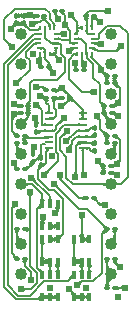
<source format=gbr>
%TF.GenerationSoftware,KiCad,Pcbnew,8.0.3*%
%TF.CreationDate,2024-12-12T22:43:46-05:00*%
%TF.ProjectId,3374_VCO,33333734-5f56-4434-9f2e-6b696361645f,0*%
%TF.SameCoordinates,PX640ad70PY37b6b20*%
%TF.FileFunction,Copper,L1,Top*%
%TF.FilePolarity,Positive*%
%FSLAX46Y46*%
G04 Gerber Fmt 4.6, Leading zero omitted, Abs format (unit mm)*
G04 Created by KiCad (PCBNEW 8.0.3) date 2024-12-12 22:43:46*
%MOMM*%
%LPD*%
G01*
G04 APERTURE LIST*
G04 Aperture macros list*
%AMRoundRect*
0 Rectangle with rounded corners*
0 $1 Rounding radius*
0 $2 $3 $4 $5 $6 $7 $8 $9 X,Y pos of 4 corners*
0 Add a 4 corners polygon primitive as box body*
4,1,4,$2,$3,$4,$5,$6,$7,$8,$9,$2,$3,0*
0 Add four circle primitives for the rounded corners*
1,1,$1+$1,$2,$3*
1,1,$1+$1,$4,$5*
1,1,$1+$1,$6,$7*
1,1,$1+$1,$8,$9*
0 Add four rect primitives between the rounded corners*
20,1,$1+$1,$2,$3,$4,$5,0*
20,1,$1+$1,$4,$5,$6,$7,0*
20,1,$1+$1,$6,$7,$8,$9,0*
20,1,$1+$1,$8,$9,$2,$3,0*%
G04 Aperture macros list end*
%TA.AperFunction,SMDPad,CuDef*%
%ADD10RoundRect,0.100000X0.130000X0.100000X-0.130000X0.100000X-0.130000X-0.100000X0.130000X-0.100000X0*%
%TD*%
%TA.AperFunction,SMDPad,CuDef*%
%ADD11RoundRect,0.100000X0.100000X-0.130000X0.100000X0.130000X-0.100000X0.130000X-0.100000X-0.130000X0*%
%TD*%
%TA.AperFunction,SMDPad,CuDef*%
%ADD12R,0.774700X0.254000*%
%TD*%
%TA.AperFunction,SMDPad,CuDef*%
%ADD13RoundRect,0.100000X-0.130000X-0.100000X0.130000X-0.100000X0.130000X0.100000X-0.130000X0.100000X0*%
%TD*%
%TA.AperFunction,SMDPad,CuDef*%
%ADD14RoundRect,0.100000X-0.100000X0.130000X-0.100000X-0.130000X0.100000X-0.130000X0.100000X0.130000X0*%
%TD*%
%TA.AperFunction,SMDPad,CuDef*%
%ADD15R,0.400000X0.650000*%
%TD*%
%TA.AperFunction,SMDPad,CuDef*%
%ADD16R,0.558800X0.240000*%
%TD*%
%TA.AperFunction,SMDPad,CuDef*%
%ADD17R,0.457200X0.240000*%
%TD*%
%TA.AperFunction,SMDPad,CuDef*%
%ADD18R,0.240000X0.457200*%
%TD*%
%TA.AperFunction,ComponentPad*%
%ADD19C,1.016000*%
%TD*%
%TA.AperFunction,FiducialPad,Local*%
%ADD20C,1.016000*%
%TD*%
%TA.AperFunction,ViaPad*%
%ADD21C,0.604800*%
%TD*%
%TA.AperFunction,Conductor*%
%ADD22C,0.152400*%
%TD*%
G04 APERTURE END LIST*
D10*
%TO.P,R5,1*%
%TO.N,TRIANGLE_A*%
X5908000Y17458378D03*
%TO.P,R5,2*%
%TO.N,Net-(U3C--)*%
X5268000Y17458378D03*
%TD*%
D11*
%TO.P,R14,1*%
%TO.N,Net-(U3D--)*%
X2794000Y12075200D03*
%TO.P,R14,2*%
%TO.N,GND*%
X2794000Y12715200D03*
%TD*%
D10*
%TO.P,R17,1*%
%TO.N,Net-(U3D--)*%
X2098000Y11430000D03*
%TO.P,R17,2*%
%TO.N,+5V*%
X1458000Y11430000D03*
%TD*%
D11*
%TO.P,R1,1*%
%TO.N,Net-(C4-Pad1)*%
X1388000Y23810000D03*
%TO.P,R1,2*%
%TO.N,GND*%
X1388000Y24450000D03*
%TD*%
D12*
%TO.P,U3,1*%
%TO.N,Net-(C10-Pad2)*%
X7029450Y13208000D03*
%TO.P,U3,2,-*%
%TO.N,Net-(Q11A-C1)*%
X7029450Y13708126D03*
%TO.P,U3,3,+*%
%TO.N,GND*%
X7029450Y14208252D03*
%TO.P,U3,4,V+*%
%TO.N,+12V*%
X7029450Y14708378D03*
%TO.P,U3,5,+*%
%TO.N,CF_A*%
X7029450Y15208504D03*
%TO.P,U3,6,-*%
%TO.N,TRIANGLE_A*%
X7029450Y15708630D03*
%TO.P,U3,7*%
X7029450Y16208756D03*
%TO.P,U3,8*%
%TO.N,SAWTOOTH_A*%
X4146550Y16208756D03*
%TO.P,U3,9,-*%
%TO.N,Net-(U3C--)*%
X4146550Y15708630D03*
%TO.P,U3,10,+*%
%TO.N,Net-(U3C-+)*%
X4146550Y15208504D03*
%TO.P,U3,11,V-*%
%TO.N,-5V*%
X4146550Y14708378D03*
%TO.P,U3,12,+*%
%TO.N,Net-(U3D-+)*%
X4146550Y14208252D03*
%TO.P,U3,13,-*%
%TO.N,Net-(U3D--)*%
X4146550Y13708126D03*
%TO.P,U3,14*%
%TO.N,/VCO A/SHIFTED_TRI_A*%
X4146550Y13208000D03*
%TD*%
D10*
%TO.P,C6,1*%
%TO.N,+5V*%
X7127200Y19812000D03*
%TO.P,C6,2*%
%TO.N,GND*%
X6487200Y19812000D03*
%TD*%
D13*
%TO.P,C11,1*%
%TO.N,VTC*%
X9078000Y3810000D03*
%TO.P,C11,2*%
%TO.N,GND*%
X9718000Y3810000D03*
%TD*%
%TO.P,C3,1*%
%TO.N,GND*%
X7300000Y24384000D03*
%TO.P,C3,2*%
%TO.N,-5V*%
X7940000Y24384000D03*
%TD*%
%TO.P,R20,1*%
%TO.N,IREF_A*%
X1458000Y6350000D03*
%TO.P,R20,2*%
%TO.N,Net-(Q11A-C1)*%
X2098000Y6350000D03*
%TD*%
D10*
%TO.P,R21,1*%
%TO.N,IREF_B*%
X9718000Y6350000D03*
%TO.P,R21,2*%
%TO.N,Net-(Q10A-C1)*%
X9078000Y6350000D03*
%TD*%
D13*
%TO.P,R18,1*%
%TO.N,Net-(U6D--)*%
X8773200Y11125200D03*
%TO.P,R18,2*%
%TO.N,+5V*%
X9413200Y11125200D03*
%TD*%
D14*
%TO.P,C10,1*%
%TO.N,Net-(Q11A-C1)*%
X8077200Y13627178D03*
%TO.P,C10,2*%
%TO.N,Net-(C10-Pad2)*%
X8077200Y12987178D03*
%TD*%
D13*
%TO.P,R16,1*%
%TO.N,Net-(U6D--)*%
X8773200Y11734800D03*
%TO.P,R16,2*%
%TO.N,GND*%
X9413200Y11734800D03*
%TD*%
D15*
%TO.P,Q4,1,B2*%
%TO.N,Net-(Q4A-B1)*%
X3588000Y609600D03*
%TO.P,Q4,2,B1*%
X4238000Y609600D03*
%TO.P,Q4,3,C1*%
X4888000Y609600D03*
%TO.P,Q4,4,E1*%
%TO.N,Net-(Q2A-C1)*%
X4888000Y2509600D03*
%TO.P,Q4,5,E2*%
%TO.N,Net-(Q2A-B1)*%
X4238000Y2509600D03*
%TO.P,Q4,6,C2*%
%TO.N,CF_A*%
X3588000Y2509600D03*
%TD*%
D13*
%TO.P,R19,1*%
%TO.N,Net-(C14-Pad2)*%
X7300000Y9017000D03*
%TO.P,R19,2*%
%TO.N,Net-(Q10A-E1)*%
X7940000Y9017000D03*
%TD*%
D10*
%TO.P,R23,1*%
%TO.N,+5V*%
X9743400Y1397000D03*
%TO.P,R23,2*%
%TO.N,VTC*%
X9103400Y1397000D03*
%TD*%
D16*
%TO.P,U1,1*%
%TO.N,Net-(Q4A-B1)*%
X3339892Y22892150D03*
D17*
%TO.P,U1,2*%
%TO.N,Net-(Q5B-C2)*%
X3288000Y22492100D03*
%TO.P,U1,3*%
%TO.N,CF_A*%
X3288000Y22092050D03*
%TO.P,U1,4,/EN*%
%TO.N,GND*%
X3288000Y21692000D03*
D18*
%TO.P,U1,5,V-*%
%TO.N,-5V*%
X3412925Y21167076D03*
%TO.P,U1,6,GND*%
%TO.N,GND*%
X3812975Y21167076D03*
%TO.P,U1,7*%
%TO.N,/VCO A/SQUARE_A*%
X4213025Y21167076D03*
%TO.P,U1,8*%
X4613075Y21167076D03*
D17*
%TO.P,U1,9*%
X4738000Y21692000D03*
%TO.P,U1,10*%
%TO.N,VTH_A*%
X4738000Y22092050D03*
%TO.P,U1,11*%
%TO.N,GND*%
X4738000Y22492100D03*
%TO.P,U1,12*%
%TO.N,Net-(U5A--)*%
X4738000Y22892150D03*
D18*
%TO.P,U1,13*%
%TO.N,Net-(U3C-+)*%
X4613075Y23417074D03*
%TO.P,U1,14,V+*%
%TO.N,+5V*%
X4213025Y23417074D03*
%TO.P,U1,15*%
%TO.N,VTH_A*%
X3812975Y23417074D03*
%TO.P,U1,16*%
%TO.N,Net-(C4-Pad1)*%
X3412925Y23417074D03*
%TD*%
D10*
%TO.P,R12,1*%
%TO.N,Net-(U3D-+)*%
X2098000Y13665200D03*
%TO.P,R12,2*%
%TO.N,TRIANGLE_A*%
X1458000Y13665200D03*
%TD*%
D15*
%TO.P,Q5,1,B2*%
%TO.N,Net-(Q11B-C2)*%
X6288000Y609600D03*
%TO.P,Q5,2,B1*%
X6938000Y609600D03*
%TO.P,Q5,3,C1*%
X7588000Y609600D03*
%TO.P,Q5,4,E1*%
%TO.N,Net-(Q3A-C1)*%
X7588000Y2509600D03*
%TO.P,Q5,5,E2*%
%TO.N,Net-(Q3A-B1)*%
X6938000Y2509600D03*
%TO.P,Q5,6,C2*%
%TO.N,Net-(Q5B-C2)*%
X6288000Y2509600D03*
%TD*%
%TO.P,Q3,1,B2*%
%TO.N,Net-(Q3A-B1)*%
X6288000Y3609600D03*
%TO.P,Q3,2,B1*%
X6938000Y3609600D03*
%TO.P,Q3,3,C1*%
%TO.N,Net-(Q3A-C1)*%
X7588000Y3609600D03*
%TO.P,Q3,4,E1*%
%TO.N,+12V*%
X7588000Y5509600D03*
%TO.P,Q3,5,E2*%
X6938000Y5509600D03*
%TO.P,Q3,6,C2*%
%TO.N,Net-(Q3A-B1)*%
X6288000Y5509600D03*
%TD*%
D13*
%TO.P,R22,1*%
%TO.N,Net-(C10-Pad2)*%
X1458000Y3860800D03*
%TO.P,R22,2*%
%TO.N,Net-(Q11A-E1)*%
X2098000Y3860800D03*
%TD*%
D14*
%TO.P,C8,1*%
%TO.N,GND*%
X3098800Y15204400D03*
%TO.P,C8,2*%
%TO.N,-5V*%
X3098800Y14564400D03*
%TD*%
D16*
%TO.P,U2,1*%
%TO.N,Net-(Q9A-B1)*%
X7836108Y21692000D03*
D17*
%TO.P,U2,2*%
%TO.N,Net-(Q8B-C2)*%
X7888000Y22092050D03*
%TO.P,U2,3*%
%TO.N,CF_B*%
X7888000Y22492100D03*
%TO.P,U2,4,/EN*%
%TO.N,GND*%
X7888000Y22892150D03*
D18*
%TO.P,U2,5,V-*%
%TO.N,-5V*%
X7763075Y23417074D03*
%TO.P,U2,6,GND*%
%TO.N,GND*%
X7363025Y23417074D03*
%TO.P,U2,7*%
%TO.N,/VCO B/SQUARE_B*%
X6962975Y23417074D03*
%TO.P,U2,8*%
X6562925Y23417074D03*
D17*
%TO.P,U2,9*%
X6438000Y22892150D03*
%TO.P,U2,10*%
%TO.N,VTH_B*%
X6438000Y22492100D03*
%TO.P,U2,11*%
%TO.N,GND*%
X6438000Y22092050D03*
%TO.P,U2,12*%
%TO.N,Net-(U5B--)*%
X6438000Y21692000D03*
D18*
%TO.P,U2,13*%
%TO.N,Net-(U6C-+)*%
X6562925Y21167076D03*
%TO.P,U2,14,V+*%
%TO.N,+5V*%
X6962975Y21167076D03*
%TO.P,U2,15*%
%TO.N,VTH_B*%
X7363025Y21167076D03*
%TO.P,U2,16*%
%TO.N,Net-(C7-Pad1)*%
X7763075Y21167076D03*
%TD*%
D10*
%TO.P,R9,1*%
%TO.N,+12V*%
X9489400Y16205200D03*
%TO.P,R9,2*%
%TO.N,VTH_B*%
X8849400Y16205200D03*
%TD*%
D15*
%TO.P,Q2,1,B2*%
%TO.N,Net-(Q2A-B1)*%
X3588000Y3609600D03*
%TO.P,Q2,2,B1*%
X4238000Y3609600D03*
%TO.P,Q2,3,C1*%
%TO.N,Net-(Q2A-C1)*%
X4888000Y3609600D03*
%TO.P,Q2,4,E1*%
%TO.N,/VCO A/SHIFTED_TRI_A*%
X4888000Y5509600D03*
%TO.P,Q2,5,E2*%
X4238000Y5509600D03*
%TO.P,Q2,6,C2*%
%TO.N,Net-(Q2A-B1)*%
X3588000Y5509600D03*
%TD*%
D13*
%TO.P,C1,1*%
%TO.N,+5V*%
X4658000Y24840000D03*
%TO.P,C1,2*%
%TO.N,GND*%
X5298000Y24840000D03*
%TD*%
D10*
%TO.P,R8,1*%
%TO.N,VTH_A*%
X2402800Y16205200D03*
%TO.P,R8,2*%
%TO.N,GND*%
X1762800Y16205200D03*
%TD*%
%TO.P,C5,1*%
%TO.N,GND*%
X4130000Y20066000D03*
%TO.P,C5,2*%
%TO.N,-5V*%
X3490000Y20066000D03*
%TD*%
D13*
%TO.P,R13,1*%
%TO.N,Net-(U6D-+)*%
X9078000Y13665200D03*
%TO.P,R13,2*%
%TO.N,TRIANGLE_B*%
X9718000Y13665200D03*
%TD*%
D10*
%TO.P,R4,1*%
%TO.N,Net-(U3C--)*%
X4587200Y17458378D03*
%TO.P,R4,2*%
%TO.N,SAWTOOTH_A*%
X3947200Y17458378D03*
%TD*%
D14*
%TO.P,C9,1*%
%TO.N,+12V*%
X8077200Y14947978D03*
%TO.P,C9,2*%
%TO.N,GND*%
X8077200Y14307978D03*
%TD*%
D11*
%TO.P,C4,1*%
%TO.N,Net-(C4-Pad1)*%
X2032000Y23810000D03*
%TO.P,C4,2*%
%TO.N,GND*%
X2032000Y24450000D03*
%TD*%
D13*
%TO.P,R11,1*%
%TO.N,Net-(U6D-+)*%
X9078000Y14274800D03*
%TO.P,R11,2*%
%TO.N,GND*%
X9718000Y14274800D03*
%TD*%
D10*
%TO.P,R3,1*%
%TO.N,TRIANGLE_A*%
X4587200Y18110000D03*
%TO.P,R3,2*%
%TO.N,Net-(C4-Pad1)*%
X3947200Y18110000D03*
%TD*%
D13*
%TO.P,C7,1*%
%TO.N,Net-(C7-Pad1)*%
X9078000Y18745200D03*
%TO.P,C7,2*%
%TO.N,GND*%
X9718000Y18745200D03*
%TD*%
%TO.P,R7,1*%
%TO.N,VTH_B*%
X8849400Y16814800D03*
%TO.P,R7,2*%
%TO.N,GND*%
X9489400Y16814800D03*
%TD*%
D11*
%TO.P,R15,1*%
%TO.N,/VCO A/SHIFTED_TRI_A*%
X3448000Y11760000D03*
%TO.P,R15,2*%
%TO.N,Net-(U3D--)*%
X3448000Y12400000D03*
%TD*%
D10*
%TO.P,C2,1*%
%TO.N,+5V*%
X3748000Y24390000D03*
%TO.P,C2,2*%
%TO.N,GND*%
X3108000Y24390000D03*
%TD*%
%TO.P,R10,1*%
%TO.N,Net-(U3D-+)*%
X2098000Y14274800D03*
%TO.P,R10,2*%
%TO.N,GND*%
X1458000Y14274800D03*
%TD*%
D15*
%TO.P,Q1,1,E2*%
%TO.N,GND*%
X3588000Y6609600D03*
%TO.P,Q1,2,B2*%
%TO.N,Net-(Q1A-C1)*%
X4238000Y6609600D03*
%TO.P,Q1,3,C1*%
X4888000Y6609600D03*
%TO.P,Q1,4,E1*%
%TO.N,+12V*%
X4888000Y8509600D03*
%TO.P,Q1,5,B1*%
%TO.N,SYNC_A*%
X4238000Y8509600D03*
%TO.P,Q1,6,C2*%
%TO.N,CF_A*%
X3588000Y8509600D03*
%TD*%
D13*
%TO.P,R6,1*%
%TO.N,+12V*%
X1762800Y16814800D03*
%TO.P,R6,2*%
%TO.N,VTH_A*%
X2402800Y16814800D03*
%TD*%
%TO.P,R2,1*%
%TO.N,Net-(C7-Pad1)*%
X9078000Y19354800D03*
%TO.P,R2,2*%
%TO.N,GND*%
X9718000Y19354800D03*
%TD*%
D19*
%TO.P,J2,1,Pin_1*%
%TO.N,-5V*%
X1778000Y22860000D03*
%TO.P,J2,2,Pin_2*%
%TO.N,SAWTOOTH_A*%
X1778000Y20320000D03*
%TO.P,J2,3,Pin_3*%
%TO.N,SYNC_A*%
X1778000Y17780000D03*
%TO.P,J2,4,Pin_4*%
%TO.N,VTH_A*%
X1778000Y15240000D03*
%TO.P,J2,5,Pin_5*%
%TO.N,TRIANGLE_A*%
X1778000Y12700000D03*
%TO.P,J2,6,Pin_6*%
%TO.N,CF_A*%
X1778000Y10160000D03*
D20*
%TO.P,J2,7,Pin_7*%
%TO.N,CV_A*%
X1778000Y7620000D03*
D19*
%TO.P,J2,8,Pin_8*%
%TO.N,IREF_A*%
X1778000Y5080000D03*
%TO.P,J2,9,Pin_9*%
%TO.N,GND*%
X1778000Y2540000D03*
%TD*%
%TO.P,J1,1,Pin_1*%
%TO.N,+12V*%
X9398000Y22860000D03*
%TO.P,J1,2,Pin_2*%
%TO.N,SAWTOOTH_B*%
X9398000Y20320000D03*
%TO.P,J1,3,Pin_3*%
%TO.N,unconnected-(J1-Pin_3-Pad3)*%
X9398000Y17780000D03*
%TO.P,J1,4,Pin_4*%
%TO.N,VTH_B*%
X9398000Y15240000D03*
%TO.P,J1,5,Pin_5*%
%TO.N,TRIANGLE_B*%
X9398000Y12700000D03*
%TO.P,J1,6,Pin_6*%
%TO.N,CF_B*%
X9398000Y10160000D03*
%TO.P,J1,7,Pin_7*%
%TO.N,CV_B*%
X9398000Y7620000D03*
%TO.P,J1,8,Pin_8*%
%TO.N,IREF_B*%
X9398000Y5080000D03*
%TO.P,J1,9,Pin_9*%
%TO.N,VTC*%
X9398000Y2540000D03*
%TD*%
D21*
%TO.N,+12V*%
X5613194Y13836165D03*
X1229963Y16988391D03*
X6934200Y7569200D03*
X4684000Y7719600D03*
X10010000Y15983262D03*
%TO.N,GND*%
X10007600Y17018000D03*
X1219208Y16103608D03*
X6385715Y20471744D03*
X3680600Y7399600D03*
X2997200Y15748006D03*
X4218000Y1409600D03*
X10007600Y584200D03*
X4485660Y19610580D03*
X9194800Y24831464D03*
X10151962Y3137969D03*
X9956800Y11887200D03*
X5478400Y23681699D03*
X2898000Y13319881D03*
X5846313Y13075856D03*
X2554113Y24505373D03*
X2838123Y21230000D03*
X4411340Y12526739D03*
X7328000Y1399600D03*
%TO.N,-5V*%
X8439859Y23889299D03*
X3298000Y20580000D03*
X5440793Y15742404D03*
%TO.N,+5V*%
X2751684Y23774400D03*
X4928176Y24201901D03*
X1200318Y11929758D03*
X9956800Y10972800D03*
X7128962Y20327037D03*
X10617200Y1422400D03*
%TO.N,CF_A*%
X3775116Y10990180D03*
X1393102Y18723698D03*
%TO.N,CF_B*%
X5691644Y14640416D03*
%TO.N,SAWTOOTH_A*%
X3403600Y17627600D03*
%TO.N,SYNC_A*%
X2667844Y10737000D03*
%TO.N,TRIANGLE_A*%
X5183317Y16802601D03*
X5220954Y18327046D03*
%TO.N,Net-(Q9A-B1)*%
X10238361Y21844006D03*
%TO.N,/VCO A/SQUARE_A*%
X4977316Y20656916D03*
%TO.N,/VCO B/SQUARE_B*%
X6009387Y24461765D03*
%TO.N,Net-(C10-Pad2)*%
X7087468Y10916272D03*
X1320800Y8483600D03*
%TO.N,Net-(Q11A-C1)*%
X1752600Y1272400D03*
X2553424Y9471800D03*
X6328000Y10790000D03*
%TO.N,Net-(C4-Pad1)*%
X914400Y23317186D03*
X3048355Y18379829D03*
%TO.N,Net-(C14-Pad2)*%
X5070400Y10988745D03*
%TO.N,Net-(Q10A-C1)*%
X4597400Y10210800D03*
X6558355Y1641714D03*
%TO.N,Net-(C7-Pad1)*%
X8549916Y19847284D03*
%TO.N,Net-(Q11B-C2)*%
X5858743Y1328857D03*
%TO.N,Net-(Q11A-E1)*%
X2626162Y2058702D03*
%TO.N,Net-(Q10A-E1)*%
X8887600Y8436381D03*
%TO.N,Net-(Q8B-C2)*%
X8523334Y22013297D03*
%TO.N,Net-(U6D--)*%
X8308000Y12140000D03*
%TO.N,Net-(U6D-+)*%
X8185358Y15951042D03*
%TO.N,Net-(U6C-+)*%
X7933776Y17991401D03*
%TO.N,Net-(U3C-+)*%
X1034796Y21800507D03*
X3098800Y16916400D03*
%TO.N,Net-(U5A--)*%
X5424498Y22926419D03*
%TO.N,Net-(U5B--)*%
X5827800Y21477649D03*
%TD*%
D22*
%TO.N,CF_A*%
X5438126Y15208504D02*
X7029450Y15208504D01*
X5067300Y14837678D02*
X5438126Y15208504D01*
X5067300Y14726652D02*
X5067300Y14837678D01*
X4762500Y12926527D02*
X4762500Y14421852D01*
X4942340Y12746687D02*
X4762500Y12926527D01*
X4942340Y12157404D02*
X4942340Y12746687D01*
X3775116Y10990180D02*
X4942340Y12157404D01*
X4762500Y14421852D02*
X5067300Y14726652D01*
%TO.N,+12V*%
X6938000Y5509600D02*
X6938000Y7565400D01*
X9853262Y16140000D02*
X9538000Y16140000D01*
X7029450Y14708378D02*
X7446400Y14708378D01*
X10010000Y15983262D02*
X9853262Y16140000D01*
X5637635Y13836165D02*
X5613194Y13836165D01*
X6509848Y14708378D02*
X5637635Y13836165D01*
X4888000Y7923600D02*
X4684000Y7719600D01*
X1403554Y16814800D02*
X1559600Y16814800D01*
X6938000Y7565400D02*
X6934200Y7569200D01*
X7029450Y14708378D02*
X6509848Y14708378D01*
X1229963Y16988391D02*
X1403554Y16814800D01*
X7588000Y5509600D02*
X6938000Y5509600D01*
X7446400Y14708378D02*
X7686000Y14947978D01*
X7686000Y14947978D02*
X8026400Y14947978D01*
X4888000Y8509600D02*
X4888000Y7923600D01*
%TO.N,GND*%
X3812975Y21572826D02*
X3693801Y21692000D01*
X5478400Y24458000D02*
X5298400Y24638000D01*
X7363025Y23417074D02*
X7363025Y24320975D01*
X1559600Y16205200D02*
X1320800Y16205200D01*
X4738000Y22492100D02*
X5119000Y22492100D01*
X5846313Y13283238D02*
X5846313Y13075856D01*
X3812975Y21167076D02*
X3812975Y21572826D01*
X5980800Y22131050D02*
X6019800Y22092050D01*
X9804400Y11734800D02*
X9956800Y11887200D01*
X10176600Y13944599D02*
X10176600Y12107000D01*
X9718000Y18745200D02*
X9718000Y19354800D01*
X10134600Y18293400D02*
X10134600Y17145000D01*
X9804400Y16814800D02*
X10007600Y17018000D01*
X6019800Y22092050D02*
X6438000Y22092050D01*
X5980800Y23179299D02*
X5980800Y22352000D01*
X7300000Y24583999D02*
X7547465Y24831464D01*
X2539990Y24384000D02*
X2403990Y24520000D01*
X4130000Y20469051D02*
X4130000Y20066000D01*
X10151962Y3137969D02*
X9718000Y3571931D01*
X9718000Y3571931D02*
X9718000Y3810000D01*
X1041400Y15925800D02*
X1219208Y16103608D01*
X5265700Y22345400D02*
X5974200Y22345400D01*
X7363025Y23011324D02*
X7363025Y23417074D01*
X3588000Y7307000D02*
X3680600Y7399600D01*
X5980800Y22352000D02*
X5980800Y22131050D01*
X3236000Y24384000D02*
X2539990Y24384000D01*
X2078000Y24520000D02*
X1408000Y24520000D01*
X6144204Y13581129D02*
X5846313Y13283238D01*
X9708000Y18720000D02*
X10134600Y18293400D01*
X5119000Y22492100D02*
X5265700Y22345400D01*
X3588000Y6609600D02*
X3588000Y7307000D01*
X7888000Y22892150D02*
X7482199Y22892150D01*
X1041400Y14691400D02*
X1041400Y15925800D01*
X6385715Y20471744D02*
X6385715Y19913485D01*
X7547465Y24831464D02*
X9194800Y24831464D01*
X2403990Y24520000D02*
X2078000Y24520000D01*
X7482199Y22892150D02*
X7363025Y23011324D01*
X3693801Y21692000D02*
X3288000Y21692000D01*
X3098800Y15354378D02*
X3098800Y15646406D01*
X7029450Y14208252D02*
X6489700Y14208252D01*
X5478400Y23681699D02*
X5478400Y24458000D01*
X10134600Y17145000D02*
X10007600Y17018000D01*
X3812975Y21167076D02*
X3812975Y20786076D01*
X3812975Y20786076D02*
X4130000Y20469051D01*
X7300000Y24384000D02*
X7300000Y24583999D01*
X3098800Y15646406D02*
X2997200Y15748006D01*
X9616400Y16814800D02*
X9804400Y16814800D01*
X6489700Y14208252D02*
X6144204Y13862756D01*
X1320800Y16205200D02*
X1219208Y16103608D01*
X9846399Y14274800D02*
X10176600Y13944599D01*
X5974200Y22345400D02*
X5980800Y22352000D01*
X7926674Y14208252D02*
X8026400Y14307978D01*
X2768600Y13190481D02*
X2768600Y12588200D01*
X10176600Y12107000D02*
X9956800Y11887200D01*
X6144204Y13862756D02*
X6144204Y13581129D01*
X1458000Y14274800D02*
X1041400Y14691400D01*
X4485660Y19710340D02*
X4130000Y20066000D01*
X7029450Y14208252D02*
X7926674Y14208252D01*
X2898000Y13319881D02*
X2768600Y13190481D01*
X4485660Y19610580D02*
X4485660Y19710340D01*
X9413200Y11734800D02*
X9804400Y11734800D01*
X5478400Y23681699D02*
X5980800Y23179299D01*
%TO.N,-5V*%
X3338000Y20620000D02*
X3298000Y20580000D01*
X3412925Y20620000D02*
X3412925Y20143075D01*
X4146550Y14708378D02*
X4617974Y14708378D01*
X3412925Y21167076D02*
X3412925Y20620000D01*
X4762500Y14852904D02*
X4762500Y15064111D01*
X7763075Y23417074D02*
X7763075Y24207075D01*
X3242778Y14708378D02*
X3098800Y14564400D01*
X4617974Y14708378D02*
X4762500Y14852904D01*
X8439859Y23889299D02*
X7945158Y24384000D01*
X4762500Y15064111D02*
X5440793Y15742404D01*
X7763075Y24207075D02*
X7940000Y24384000D01*
X4146550Y14708378D02*
X3242778Y14708378D01*
X3412925Y20620000D02*
X3338000Y20620000D01*
%TO.N,+5V*%
X9413200Y11125200D02*
X9804400Y11125200D01*
X4928176Y24201901D02*
X4928176Y24368224D01*
X2751684Y23774400D02*
X2851558Y23874274D01*
X3748000Y24160000D02*
X3748000Y24390000D01*
X6962975Y20493024D02*
X6962975Y21167076D01*
X3432273Y23874274D02*
X3748000Y24190001D01*
X7128962Y20327037D02*
X7125395Y20330604D01*
X7128962Y20327037D02*
X6962975Y20493024D01*
X3748000Y24190001D02*
X3748000Y24390000D01*
X10464800Y1422400D02*
X10617200Y1422400D01*
X9933400Y1422400D02*
X10464800Y1422400D01*
X7127200Y20325275D02*
X7127200Y19812000D01*
X4213025Y23417074D02*
X4213025Y23694975D01*
X1458000Y11531600D02*
X1200318Y11789282D01*
X9804400Y11125200D02*
X9956800Y10972800D01*
X4928176Y24368224D02*
X4658400Y24638000D01*
X7128962Y20327037D02*
X7127200Y20325275D01*
X4213025Y23694975D02*
X3748000Y24160000D01*
X1200318Y11789282D02*
X1200318Y11929758D01*
X2851558Y23874274D02*
X3432273Y23874274D01*
%TO.N,VTC*%
X9103400Y1422400D02*
X9103400Y2245400D01*
X9398000Y2540000D02*
X9078000Y2860000D01*
X9078000Y2860000D02*
X9078000Y3810000D01*
%TO.N,CF_A*%
X2514600Y19845196D02*
X1393102Y18723698D01*
X2205523Y20967968D02*
X2514600Y20658891D01*
X3588000Y2685587D02*
X3159400Y3114187D01*
X3288000Y22092050D02*
X2939392Y22092050D01*
X2759856Y10160000D02*
X1778000Y10160000D01*
X2939392Y22092050D02*
X2205523Y21358181D01*
X3588000Y8509600D02*
X3588000Y9331856D01*
X3588000Y9331856D02*
X2759856Y10160000D01*
X3149600Y7179652D02*
X3149600Y8071200D01*
X3149600Y8071200D02*
X3588000Y8509600D01*
X2514600Y20658891D02*
X2514600Y19845196D01*
X3159400Y3114187D02*
X3159400Y7169852D01*
X2205523Y21358181D02*
X2205523Y20967968D01*
X3159400Y7169852D02*
X3149600Y7179652D01*
%TO.N,CF_B*%
X10843400Y10761568D02*
X10843400Y22938600D01*
X9092890Y23596600D02*
X8388000Y22891710D01*
X8293750Y22492100D02*
X7888000Y22492100D01*
X10843400Y22938600D02*
X10185400Y23596600D01*
X5666507Y14640416D02*
X5082204Y14056113D01*
X9398000Y10160000D02*
X10241832Y10160000D01*
X5611676Y12508403D02*
X5611676Y10736324D01*
X5691644Y14640416D02*
X5666507Y14640416D01*
X5082204Y13037875D02*
X5611676Y12508403D01*
X5082204Y14056113D02*
X5082204Y13037875D01*
X10185400Y23596600D02*
X9092890Y23596600D01*
X10241832Y10160000D02*
X10843400Y10761568D01*
X5611676Y10736324D02*
X6188000Y10160000D01*
X8388000Y22586350D02*
X8293750Y22492100D01*
X8388000Y22891710D02*
X8388000Y22586350D01*
X6188000Y10160000D02*
X9398000Y10160000D01*
%TO.N,SAWTOOTH_A*%
X4146550Y16882228D02*
X4146550Y16558378D01*
X3947200Y17458378D02*
X3572822Y17458378D01*
X3947200Y17458378D02*
X3947200Y17081578D01*
X4146550Y16558378D02*
X4146550Y16208756D01*
X3572822Y17458378D02*
X3403600Y17627600D01*
X3947200Y17081578D02*
X4146550Y16882228D01*
%TO.N,SYNC_A*%
X4238000Y8509600D02*
X4238000Y9166844D01*
X4238000Y9166844D02*
X2667844Y10737000D01*
%TO.N,VTH_A*%
X2402800Y16205200D02*
X2402800Y16814800D01*
X5508316Y19680316D02*
X4840429Y19012429D01*
X4789450Y22040600D02*
X5195200Y22040600D01*
X2402800Y17114051D02*
X2402800Y16814800D01*
X1778000Y15240000D02*
X2402800Y15864800D01*
X5508316Y20876864D02*
X5508316Y19680316D01*
X4840429Y19012429D02*
X2786323Y19012429D01*
X3864425Y23365624D02*
X3812975Y23417074D01*
X5195200Y21189980D02*
X5508316Y20876864D01*
X2786323Y19012429D02*
X2514600Y18740706D01*
X2402800Y15864800D02*
X2402800Y16205200D01*
X2514600Y18740706D02*
X2514600Y17225851D01*
X3864425Y22559875D02*
X3864425Y23365624D01*
X2514600Y17225851D02*
X2402800Y17114051D01*
X4738000Y22092050D02*
X4789450Y22040600D01*
X4332250Y22092050D02*
X3864425Y22559875D01*
X5195200Y22040600D02*
X5195200Y21189980D01*
X4738000Y22092050D02*
X4332250Y22092050D01*
%TO.N,TRIANGLE_A*%
X5908000Y17403667D02*
X5306934Y16802601D01*
X5908000Y17640000D02*
X5220954Y18327046D01*
X5306934Y16802601D02*
X5183317Y16802601D01*
X7029450Y16208756D02*
X7029450Y16437728D01*
X5003908Y18110000D02*
X5220954Y18327046D01*
X1778000Y12700000D02*
X1432600Y13045400D01*
X7029450Y15708630D02*
X7029450Y16208756D01*
X5908000Y17458378D02*
X5908000Y17640000D01*
X4578000Y18110000D02*
X5003908Y18110000D01*
X7029450Y16437728D02*
X6008800Y17458378D01*
X1432600Y13045400D02*
X1432600Y13639800D01*
%TO.N,IREF_A*%
X1458000Y6299200D02*
X1458000Y5400000D01*
X1458000Y5400000D02*
X1778000Y5080000D01*
%TO.N,VTH_B*%
X8773200Y16205200D02*
X8773200Y16814800D01*
X7890600Y20316347D02*
X7363025Y20843922D01*
X8773200Y16814800D02*
X8467000Y17121000D01*
X6438000Y22492100D02*
X6843750Y22492100D01*
X7328108Y22007742D02*
X7328108Y21201993D01*
X6843750Y22492100D02*
X7328108Y22007742D01*
X8898000Y16230400D02*
X8898000Y16021549D01*
X7363025Y20843922D02*
X7363025Y21167076D01*
X7890600Y19199918D02*
X7890600Y20316347D01*
X8467000Y18623518D02*
X7890600Y19199918D01*
X8898000Y16021549D02*
X9398000Y15521549D01*
X8467000Y17121000D02*
X8467000Y18623518D01*
%TO.N,TRIANGLE_B*%
X9718000Y13665200D02*
X9718000Y13020000D01*
X9718000Y13020000D02*
X9398000Y12700000D01*
%TO.N,IREF_B*%
X9398000Y5080000D02*
X9718000Y5400000D01*
X9718000Y5400000D02*
X9718000Y6400800D01*
%TO.N,/VCO A/SHIFTED_TRI_A*%
X3223400Y10618854D02*
X3223400Y11351400D01*
X4569600Y9679800D02*
X4162454Y9679800D01*
X5316600Y8932800D02*
X4569600Y9679800D01*
X4146550Y13208000D02*
X3876600Y12938050D01*
X3876600Y12938050D02*
X3876600Y11978600D01*
X4162454Y9679800D02*
X3223400Y10618854D01*
X5316600Y5938200D02*
X5316600Y8932800D01*
X3223400Y11351400D02*
X3429000Y11557000D01*
X4888000Y5509600D02*
X5316600Y5938200D01*
X3876600Y11978600D02*
X3658000Y11760000D01*
X3658000Y11760000D02*
X3448000Y11760000D01*
X4888000Y5509600D02*
X4238000Y5509600D01*
%TO.N,Net-(Q3A-C1)*%
X7588000Y2509600D02*
X7588000Y3609600D01*
%TO.N,Net-(Q4A-B1)*%
X3588000Y609600D02*
X3415000Y436600D01*
X355600Y20370362D02*
X2877388Y22892150D01*
X2877388Y22892150D02*
X3339892Y22892150D01*
X355600Y1487400D02*
X355600Y20370362D01*
X4238000Y609600D02*
X3588000Y609600D01*
X1406400Y436600D02*
X355600Y1487400D01*
X3415000Y436600D02*
X1406400Y436600D01*
X4888000Y609600D02*
X4238000Y609600D01*
%TO.N,Net-(Q9A-B1)*%
X9813955Y21419600D02*
X10238361Y21844006D01*
X7988508Y21692000D02*
X7988508Y21641492D01*
X7995508Y21692000D02*
X8267908Y21419600D01*
X8267908Y21419600D02*
X9813955Y21419600D01*
%TO.N,/VCO A/SQUARE_A*%
X4613075Y21167076D02*
X4977316Y20802835D01*
X4213025Y21167076D02*
X4613075Y21167076D01*
X4738000Y21692000D02*
X4738000Y21292001D01*
X4977316Y20802835D02*
X4977316Y20656916D01*
X4738000Y21292001D02*
X4613075Y21167076D01*
%TO.N,/VCO B/SQUARE_B*%
X6562925Y23017075D02*
X6438000Y22892150D01*
X6562925Y23417074D02*
X6562925Y23017075D01*
X6562925Y23908227D02*
X6562925Y23417074D01*
X6009387Y24461765D02*
X6562925Y23908227D01*
X6962975Y23417074D02*
X6562925Y23417074D01*
%TO.N,Net-(C10-Pad2)*%
X7029450Y13208000D02*
X7029450Y10974290D01*
X999400Y4319400D02*
X999400Y8162200D01*
X7515978Y13208000D02*
X7736800Y12987178D01*
X999400Y8162200D02*
X1320800Y8483600D01*
X7736800Y12987178D02*
X8026400Y12987178D01*
X7029450Y10974290D02*
X7087468Y10916272D01*
X7029450Y13208000D02*
X7515978Y13208000D01*
X1458000Y3860800D02*
X999400Y4319400D01*
%TO.N,Net-(Q11A-C1)*%
X8026400Y13627178D02*
X7110398Y13627178D01*
X3159400Y2683135D02*
X2565400Y3277135D01*
X6683359Y13708126D02*
X6413500Y13438267D01*
X2565400Y6350000D02*
X2565400Y9459824D01*
X7029450Y13708126D02*
X6683359Y13708126D01*
X2098000Y6350000D02*
X2565400Y6350000D01*
X1752600Y1272400D02*
X2619348Y1272400D01*
X2565400Y3277135D02*
X2565400Y6350000D01*
X6413500Y10875500D02*
X6328000Y10790000D01*
X2565400Y9459824D02*
X2553424Y9471800D01*
X6413500Y13438267D02*
X6413500Y10875500D01*
X3159400Y1812452D02*
X3159400Y2683135D01*
X2619348Y1272400D02*
X3159400Y1812452D01*
X7110398Y13627178D02*
X7029450Y13708126D01*
%TO.N,Net-(C4-Pad1)*%
X1278815Y23681601D02*
X914400Y23317186D01*
X3668171Y18379829D02*
X3048355Y18379829D01*
X3412925Y23417074D02*
X3239251Y23243400D01*
X2082800Y23681601D02*
X1278815Y23681601D01*
X3938000Y18110000D02*
X3668171Y18379829D01*
X3239251Y23243400D02*
X2521001Y23243400D01*
X2521001Y23243400D02*
X2082800Y23681601D01*
%TO.N,Net-(C14-Pad2)*%
X6685832Y9017000D02*
X5070400Y10632432D01*
X5070400Y10632432D02*
X5070400Y10988745D01*
X7300000Y9017000D02*
X6685832Y9017000D01*
%TO.N,Net-(Q10A-C1)*%
X6708000Y8100200D02*
X7378600Y8100200D01*
X9078000Y6400800D02*
X8619400Y5942200D01*
X7378600Y8100200D02*
X9078000Y6400800D01*
X4597400Y10210800D02*
X6708000Y8100200D01*
X8619400Y5942200D02*
X8619400Y2687000D01*
X7888200Y1955800D02*
X6872441Y1955800D01*
X8619400Y2687000D02*
X7888200Y1955800D01*
X6872441Y1955800D02*
X6558355Y1641714D01*
%TO.N,Net-(C7-Pad1)*%
X7763075Y20874924D02*
X7763075Y21167076D01*
X8549916Y19847284D02*
X8925600Y19471600D01*
X8549916Y20088083D02*
X7763075Y20874924D01*
X8925600Y19471600D02*
X8925600Y19354800D01*
X8549916Y19847284D02*
X8549916Y20088083D01*
X9078000Y18745200D02*
X9078000Y19354800D01*
%TO.N,Net-(Q11B-C2)*%
X5858743Y1328857D02*
X6288000Y899600D01*
X6288000Y899600D02*
X6288000Y609600D01*
X6938000Y609600D02*
X7588000Y609600D01*
X6288000Y609600D02*
X6938000Y609600D01*
%TO.N,Net-(Q11A-E1)*%
X2098000Y3286800D02*
X2098000Y3860800D01*
X2626162Y2758638D02*
X2626162Y2058702D01*
X2626162Y2758638D02*
X2098000Y3286800D01*
%TO.N,Net-(Q3A-B1)*%
X6938000Y2509600D02*
X6938000Y3609600D01*
X6288000Y3609600D02*
X6288000Y5509600D01*
X6938000Y3659600D02*
X6288000Y3659600D01*
%TO.N,Net-(Q5B-C2)*%
X660400Y1613652D02*
X660400Y20244110D01*
X2519400Y741400D02*
X1532652Y741400D01*
X1532652Y741400D02*
X660400Y1613652D01*
X2908390Y22492100D02*
X3288000Y22492100D01*
X5734400Y1956000D02*
X3734000Y1956000D01*
X6288000Y2509600D02*
X5734400Y1956000D01*
X3734000Y1956000D02*
X2519400Y741400D01*
X660400Y20244110D02*
X2908390Y22492100D01*
%TO.N,Net-(Q2A-B1)*%
X4238000Y3659600D02*
X3588000Y3659600D01*
X4238000Y2509600D02*
X4238000Y3609600D01*
X3588000Y3659600D02*
X3588000Y5559600D01*
%TO.N,Net-(Q2A-C1)*%
X4888000Y2509600D02*
X4888000Y3609600D01*
%TO.N,Net-(Q1A-C1)*%
X4888000Y6609600D02*
X4238000Y6609600D01*
%TO.N,Net-(Q10A-E1)*%
X8520619Y8436381D02*
X7940000Y9017000D01*
X8887600Y8436381D02*
X8520619Y8436381D01*
X8887600Y8453421D02*
X8887600Y8436381D01*
%TO.N,Net-(Q8B-C2)*%
X8444581Y22092050D02*
X7888000Y22092050D01*
X8523334Y22013297D02*
X8444581Y22092050D01*
%TO.N,Net-(U3D--)*%
X3448000Y12400000D02*
X3248001Y12400000D01*
X3448000Y13481000D02*
X3448000Y12400000D01*
X3530600Y13563600D02*
X3448000Y13481000D01*
X2362200Y11531600D02*
X2098000Y11531600D01*
X2768600Y11938000D02*
X2362200Y11531600D01*
X3248001Y12400000D02*
X2948601Y12100600D01*
X3530600Y13563600D02*
X3860800Y13563600D01*
X2948601Y12100600D02*
X2768600Y12100600D01*
%TO.N,Net-(U3D-+)*%
X2267000Y14105800D02*
X2098000Y14274800D01*
X4146550Y14208252D02*
X4044098Y14105800D01*
X2072600Y13639800D02*
X2072600Y14274800D01*
X4044098Y14105800D02*
X2267000Y14105800D01*
%TO.N,Net-(U3C--)*%
X4146550Y15708630D02*
X4536780Y15708630D01*
X4587200Y16644490D02*
X4587200Y17458378D01*
X4762500Y16469190D02*
X4587200Y16644490D01*
X5268000Y17458378D02*
X4587200Y17458378D01*
X4536780Y15708630D02*
X4762500Y15934350D01*
X4762500Y15934350D02*
X4762500Y16469190D01*
%TO.N,Net-(U6D--)*%
X8698000Y11750000D02*
X8308000Y12140000D01*
X8773200Y11734800D02*
X8773200Y11125200D01*
%TO.N,Net-(U6D-+)*%
X9078000Y13650000D02*
X9078000Y14290000D01*
X8505800Y15630600D02*
X8505800Y14862200D01*
X8185358Y15951042D02*
X8505800Y15630600D01*
X8505800Y14862200D02*
X9078000Y14290000D01*
%TO.N,Net-(U6C-+)*%
X5854715Y20731266D02*
X5854715Y19088085D01*
X6951399Y17991401D02*
X7933776Y17991401D01*
X6562925Y21167076D02*
X6290525Y21167076D01*
X5854715Y19088085D02*
X6951399Y17991401D01*
X6290525Y21167076D02*
X5854715Y20731266D01*
%TO.N,Net-(U3C-+)*%
X3530600Y15586189D02*
X3527400Y15582989D01*
X3606800Y15208504D02*
X4146550Y15208504D01*
X4613075Y23766054D02*
X4613075Y23417074D01*
X3527400Y15287904D02*
X3606800Y15208504D01*
X4206600Y24628882D02*
X4206600Y24172529D01*
X355600Y24130000D02*
X1261973Y25036373D01*
X1034796Y21800507D02*
X355600Y22479703D01*
X3530600Y16484600D02*
X3530600Y15586189D01*
X355600Y22479703D02*
X355600Y24130000D01*
X3799109Y25036373D02*
X4206600Y24628882D01*
X1261973Y25036373D02*
X3799109Y25036373D01*
X4206600Y24172529D02*
X4613075Y23766054D01*
X3098800Y16916400D02*
X3530600Y16484600D01*
X3527400Y15582989D02*
X3527400Y15287904D01*
%TO.N,Net-(U5A--)*%
X5390229Y22892150D02*
X4738000Y22892150D01*
X5424498Y22926419D02*
X5390229Y22892150D01*
%TO.N,Net-(U5B--)*%
X6438000Y21692000D02*
X6042151Y21692000D01*
X6042151Y21692000D02*
X5827800Y21477649D01*
%TD*%
%TA.AperFunction,Conductor*%
%TO.N,+5V*%
G36*
X10407141Y1543168D02*
G01*
X10413255Y1536625D01*
X10414000Y1532517D01*
X10414000Y1312283D01*
X10410573Y1304010D01*
X10402300Y1300583D01*
X10398192Y1301328D01*
X10218392Y1368753D01*
X10211849Y1374867D01*
X10210800Y1379708D01*
X10210800Y1465092D01*
X10214227Y1473365D01*
X10218392Y1476047D01*
X10398192Y1543472D01*
X10407141Y1543168D01*
G37*
%TD.AperFunction*%
%TD*%
%TA.AperFunction,Conductor*%
%TO.N,GND*%
G36*
X9938680Y3451280D02*
G01*
X10093316Y3385008D01*
X10099570Y3378599D01*
X10099461Y3369645D01*
X10096980Y3365981D01*
X9987801Y3256802D01*
X9979528Y3253375D01*
X9974919Y3254321D01*
X9820283Y3320593D01*
X9814029Y3327002D01*
X9814138Y3335956D01*
X9816616Y3339617D01*
X9925799Y3448800D01*
X9934071Y3452226D01*
X9938680Y3451280D01*
G37*
%TD.AperFunction*%
%TD*%
%TA.AperFunction,Conductor*%
%TO.N,VTC*%
G36*
X9136898Y3205215D02*
G01*
X9311165Y3009164D01*
X9314100Y3000704D01*
X9310193Y2992646D01*
X9307172Y2990699D01*
X9111122Y2903566D01*
X9102170Y2903338D01*
X9095678Y2909506D01*
X9094704Y2915155D01*
X9101285Y3000704D01*
X9116487Y3198341D01*
X9120539Y3206325D01*
X9129050Y3209108D01*
X9136898Y3205215D01*
G37*
%TD.AperFunction*%
%TD*%
%TA.AperFunction,Conductor*%
%TO.N,CF_A*%
G36*
X6920995Y15244299D02*
G01*
X6996446Y15219624D01*
X7003244Y15213796D01*
X7003929Y15204867D01*
X6998101Y15198069D01*
X6996446Y15197384D01*
X6646138Y15082825D01*
X6638156Y15083082D01*
X6522455Y15129362D01*
X6516046Y15135616D01*
X6515100Y15140225D01*
X6515100Y15276783D01*
X6518527Y15285056D01*
X6522455Y15287646D01*
X6638157Y15333928D01*
X6646136Y15334184D01*
X6920995Y15244299D01*
G37*
%TD.AperFunction*%
%TD*%
%TA.AperFunction,Conductor*%
%TO.N,CF_A*%
G36*
X4156928Y11463683D02*
G01*
X4248617Y11371994D01*
X4252044Y11363721D01*
X4248853Y11355691D01*
X4186743Y11289880D01*
X4129783Y11220414D01*
X4129777Y11220406D01*
X4088364Y11158134D01*
X4065088Y11105631D01*
X4065086Y11105625D01*
X4063072Y11073892D01*
X4059128Y11065852D01*
X4054380Y11063320D01*
X3793827Y10994596D01*
X3784953Y10995799D01*
X3779530Y11002925D01*
X3779530Y11008889D01*
X3848255Y11269448D01*
X3853678Y11276573D01*
X3858826Y11278139D01*
X3862904Y11278398D01*
X3890558Y11280154D01*
X3890560Y11280155D01*
X3890563Y11280155D01*
X3943068Y11303432D01*
X4005338Y11344842D01*
X4005339Y11344844D01*
X4005342Y11344845D01*
X4074809Y11401804D01*
X4140628Y11463921D01*
X4148993Y11467105D01*
X4156928Y11463683D01*
G37*
%TD.AperFunction*%
%TD*%
%TA.AperFunction,Conductor*%
%TO.N,+12V*%
G36*
X7015955Y6031173D02*
G01*
X7017630Y6029058D01*
X7134204Y5840731D01*
X7135645Y5831893D01*
X7134229Y5828455D01*
X6947973Y5524856D01*
X6940726Y5519596D01*
X6931882Y5521001D01*
X6928027Y5524856D01*
X6741770Y5828455D01*
X6740365Y5837299D01*
X6741795Y5840731D01*
X6858370Y6029058D01*
X6865638Y6034289D01*
X6868318Y6034600D01*
X7007682Y6034600D01*
X7015955Y6031173D01*
G37*
%TD.AperFunction*%
%TD*%
%TA.AperFunction,Conductor*%
%TO.N,+12V*%
G36*
X6940174Y7557106D02*
G01*
X6944422Y7552913D01*
X7081527Y7321048D01*
X7082788Y7312183D01*
X7080301Y7307435D01*
X7059536Y7283452D01*
X7059531Y7283444D01*
X7039422Y7229763D01*
X7039419Y7229754D01*
X7025283Y7156375D01*
X7025283Y7156373D01*
X7016939Y7066955D01*
X7014506Y6976541D01*
X7010858Y6968363D01*
X7002810Y6965156D01*
X6873140Y6965156D01*
X6864867Y6968583D01*
X6861446Y6976490D01*
X6858630Y7066551D01*
X6858630Y7066555D01*
X6858629Y7066562D01*
X6858629Y7066571D01*
X6849248Y7155560D01*
X6833855Y7228491D01*
X6833351Y7229755D01*
X6812647Y7281726D01*
X6812646Y7281729D01*
X6791467Y7305343D01*
X6788495Y7313788D01*
X6790030Y7318976D01*
X6924204Y7552783D01*
X6931293Y7558251D01*
X6940174Y7557106D01*
G37*
%TD.AperFunction*%
%TD*%
%TA.AperFunction,Conductor*%
%TO.N,+12V*%
G36*
X9711478Y16348464D02*
G01*
X9944037Y16155314D01*
X9948212Y16147391D01*
X9945563Y16138838D01*
X9944835Y16138040D01*
X9848871Y16042076D01*
X9842341Y16038779D01*
X9626840Y16006321D01*
X9618148Y16008478D01*
X9615293Y16011506D01*
X9532370Y16138838D01*
X9494924Y16196338D01*
X9493282Y16205140D01*
X9498108Y16212368D01*
X9697385Y16349111D01*
X9706144Y16350966D01*
X9711478Y16348464D01*
G37*
%TD.AperFunction*%
%TD*%
%TA.AperFunction,Conductor*%
%TO.N,+12V*%
G36*
X9550235Y16215614D02*
G01*
X9615444Y16212489D01*
X9616199Y16212427D01*
X9683880Y16204655D01*
X9683879Y16204652D01*
X9683940Y16204648D01*
X9740382Y16197823D01*
X9758877Y16197488D01*
X9783534Y16197040D01*
X9783534Y16197041D01*
X9783538Y16197040D01*
X9804072Y16204612D01*
X9813020Y16204260D01*
X9816860Y16201413D01*
X9997600Y15998319D01*
X10000540Y15989861D01*
X9996638Y15981801D01*
X9991279Y15979094D01*
X9729672Y15923802D01*
X9720869Y15925444D01*
X9716302Y15931129D01*
X9709064Y15950370D01*
X9685753Y15987339D01*
X9685749Y15987344D01*
X9649645Y16024193D01*
X9600481Y16052493D01*
X9547616Y16062060D01*
X9540086Y16066905D01*
X9538000Y16073573D01*
X9538000Y16203926D01*
X9541427Y16212199D01*
X9549700Y16215626D01*
X9550235Y16215614D01*
G37*
%TD.AperFunction*%
%TD*%
%TA.AperFunction,Conductor*%
%TO.N,+12V*%
G36*
X7457201Y14831530D02*
G01*
X7464365Y14828156D01*
X7558400Y14734121D01*
X7561827Y14725848D01*
X7558400Y14717575D01*
X7556003Y14715731D01*
X7420559Y14637059D01*
X7412526Y14635677D01*
X7073463Y14699282D01*
X7065963Y14704175D01*
X7064121Y14712938D01*
X7069014Y14720438D01*
X7071959Y14721894D01*
X7414476Y14834614D01*
X7419238Y14835146D01*
X7457201Y14831530D01*
G37*
%TD.AperFunction*%
%TD*%
%TA.AperFunction,Conductor*%
%TO.N,+12V*%
G36*
X6008154Y14291659D02*
G01*
X6096410Y14203403D01*
X6099837Y14195130D01*
X6096572Y14187022D01*
X6034006Y14121940D01*
X6033995Y14121927D01*
X5975369Y14054022D01*
X5975364Y14054015D01*
X5931779Y13993541D01*
X5906380Y13942479D01*
X5906380Y13942478D01*
X5903181Y13911150D01*
X5898932Y13903268D01*
X5894191Y13900943D01*
X5632060Y13840008D01*
X5623226Y13841472D01*
X5618015Y13848755D01*
X5618193Y13854726D01*
X5644180Y13942479D01*
X5694870Y14113649D01*
X5700504Y14120607D01*
X5705831Y14122022D01*
X5737272Y14122705D01*
X5790367Y14143124D01*
X5853421Y14181231D01*
X5860922Y14187022D01*
X5882138Y14203403D01*
X5923272Y14235162D01*
X5968399Y14276853D01*
X5969982Y14278078D01*
X5992868Y14292785D01*
X5992872Y14292791D01*
X5993555Y14293229D01*
X6002368Y14294819D01*
X6008154Y14291659D01*
G37*
%TD.AperFunction*%
%TD*%
%TA.AperFunction,Conductor*%
%TO.N,+12V*%
G36*
X1600350Y17000540D02*
G01*
X1756074Y16822587D01*
X1758943Y16814104D01*
X1755286Y16806360D01*
X1580831Y16642232D01*
X1572457Y16639059D01*
X1566527Y16640887D01*
X1391207Y16752603D01*
X1311933Y16803118D01*
X1306798Y16810453D01*
X1308354Y16819271D01*
X1309943Y16821252D01*
X1405971Y16917280D01*
X1409236Y16919579D01*
X1586545Y17003413D01*
X1595488Y17003851D01*
X1600350Y17000540D01*
G37*
%TD.AperFunction*%
%TD*%
%TA.AperFunction,Conductor*%
%TO.N,+12V*%
G36*
X1524911Y16996074D02*
G01*
X1528646Y16987935D01*
X1528580Y16986181D01*
X1528037Y16981392D01*
X1524570Y16953560D01*
X1525089Y16924015D01*
X1525089Y16924014D01*
X1525089Y16924012D01*
X1525090Y16924011D01*
X1534975Y16900555D01*
X1552132Y16893898D01*
X1558606Y16887710D01*
X1559600Y16882990D01*
X1559600Y16750582D01*
X1556173Y16742309D01*
X1547900Y16738882D01*
X1547623Y16738885D01*
X1510773Y16739759D01*
X1510438Y16739772D01*
X1468076Y16741990D01*
X1450338Y16742700D01*
X1432662Y16743407D01*
X1432660Y16743407D01*
X1432659Y16743407D01*
X1432656Y16743407D01*
X1405221Y16742129D01*
X1405216Y16742128D01*
X1395110Y16738969D01*
X1386191Y16739772D01*
X1381697Y16743936D01*
X1239668Y16971258D01*
X1238191Y16980091D01*
X1243391Y16987381D01*
X1249148Y16989149D01*
X1516516Y16999188D01*
X1524911Y16996074D01*
G37*
%TD.AperFunction*%
%TD*%
%TA.AperFunction,Conductor*%
%TO.N,+12V*%
G36*
X6920995Y14744173D02*
G01*
X6996446Y14719498D01*
X7003244Y14713670D01*
X7003929Y14704741D01*
X6998101Y14697943D01*
X6996446Y14697258D01*
X6646138Y14582699D01*
X6638156Y14582956D01*
X6522455Y14629236D01*
X6516046Y14635490D01*
X6515100Y14640099D01*
X6515100Y14776657D01*
X6518527Y14784930D01*
X6522455Y14787520D01*
X6638157Y14833802D01*
X6646136Y14834058D01*
X6920995Y14744173D01*
G37*
%TD.AperFunction*%
%TD*%
%TA.AperFunction,Conductor*%
%TO.N,+12V*%
G36*
X7145857Y5704737D02*
G01*
X7332458Y5589231D01*
X7337689Y5581963D01*
X7338000Y5579283D01*
X7338000Y5439918D01*
X7334573Y5431645D01*
X7332458Y5429970D01*
X7145858Y5314465D01*
X7137020Y5313024D01*
X7131448Y5316119D01*
X7017028Y5429970D01*
X6945334Y5501307D01*
X6941887Y5509571D01*
X6945293Y5517852D01*
X7131451Y5703084D01*
X7139729Y5706488D01*
X7145857Y5704737D01*
G37*
%TD.AperFunction*%
%TD*%
%TA.AperFunction,Conductor*%
%TO.N,+12V*%
G36*
X7394548Y5703084D02*
G01*
X7518969Y5579283D01*
X7580665Y5517894D01*
X7584112Y5509629D01*
X7580706Y5501347D01*
X7580664Y5501306D01*
X7394551Y5316119D01*
X7386270Y5312713D01*
X7380141Y5314465D01*
X7193542Y5429970D01*
X7188311Y5437238D01*
X7188000Y5439918D01*
X7188000Y5579283D01*
X7191427Y5587556D01*
X7193539Y5589229D01*
X7380142Y5704737D01*
X7388979Y5706177D01*
X7394548Y5703084D01*
G37*
%TD.AperFunction*%
%TD*%
%TA.AperFunction,Conductor*%
%TO.N,+12V*%
G36*
X7910632Y15138719D02*
G01*
X8071215Y14956287D01*
X8074109Y14947812D01*
X8071343Y14940973D01*
X7913905Y14755982D01*
X7905933Y14751903D01*
X7897612Y14754489D01*
X7734119Y14887499D01*
X7733230Y14888302D01*
X7637013Y14984519D01*
X7633586Y14992792D01*
X7637013Y15001065D01*
X7639732Y15003089D01*
X7896303Y15141290D01*
X7905210Y15142195D01*
X7910632Y15138719D01*
G37*
%TD.AperFunction*%
%TD*%
%TA.AperFunction,Conductor*%
%TO.N,+12V*%
G36*
X4894118Y8498200D02*
G01*
X4897971Y8494347D01*
X5005178Y8319600D01*
X5084229Y8190746D01*
X5085634Y8181902D01*
X5084204Y8178470D01*
X4967630Y7990142D01*
X4960362Y7984911D01*
X4957682Y7984600D01*
X4818318Y7984600D01*
X4810045Y7988027D01*
X4808370Y7990142D01*
X4691795Y8178470D01*
X4690354Y8187308D01*
X4691768Y8190744D01*
X4878028Y8494346D01*
X4885274Y8499605D01*
X4894118Y8498200D01*
G37*
%TD.AperFunction*%
%TD*%
%TA.AperFunction,Conductor*%
%TO.N,+12V*%
G36*
X4959745Y8238969D02*
G01*
X4963172Y8230696D01*
X4963131Y8229713D01*
X4956120Y8146569D01*
X4955895Y8145074D01*
X4937961Y8062336D01*
X4937820Y8061754D01*
X4919115Y7992717D01*
X4919109Y7992692D01*
X4909113Y7939569D01*
X4915626Y7911492D01*
X4914158Y7902658D01*
X4911515Y7899694D01*
X4699713Y7731108D01*
X4691106Y7728637D01*
X4683273Y7732976D01*
X4680870Y7738439D01*
X4655431Y7899694D01*
X4639100Y8003216D01*
X4641196Y8011920D01*
X4646695Y8016046D01*
X4673214Y8025588D01*
X4718605Y8055211D01*
X4763607Y8101389D01*
X4798058Y8163868D01*
X4810106Y8232713D01*
X4814908Y8240271D01*
X4821631Y8242396D01*
X4951472Y8242396D01*
X4959745Y8238969D01*
G37*
%TD.AperFunction*%
%TD*%
%TA.AperFunction,Conductor*%
%TO.N,GND*%
G36*
X7308304Y24379800D02*
G01*
X7514700Y24250547D01*
X7519893Y24243252D01*
X7519641Y24237088D01*
X7441817Y23992157D01*
X7436045Y23985310D01*
X7430666Y23984000D01*
X7292641Y23984000D01*
X7284368Y23987427D01*
X7283313Y23988638D01*
X7133345Y24186716D01*
X7131083Y24195380D01*
X7133999Y24201630D01*
X7293424Y24377736D01*
X7301515Y24381569D01*
X7308304Y24379800D01*
G37*
%TD.AperFunction*%
%TD*%
%TA.AperFunction,Conductor*%
%TO.N,GND*%
G36*
X7439313Y23762247D02*
G01*
X7442031Y23757986D01*
X7481253Y23650527D01*
X7480870Y23641580D01*
X7480631Y23641096D01*
X7373394Y23435914D01*
X7366525Y23430169D01*
X7357606Y23430964D01*
X7352656Y23435914D01*
X7245418Y23641096D01*
X7244623Y23650015D01*
X7244796Y23650527D01*
X7284019Y23757986D01*
X7290075Y23764582D01*
X7295010Y23765674D01*
X7431040Y23765674D01*
X7439313Y23762247D01*
G37*
%TD.AperFunction*%
%TD*%
%TA.AperFunction,Conductor*%
%TO.N,GND*%
G36*
X1600209Y16391136D02*
G01*
X1757000Y16212928D01*
X1759892Y16204454D01*
X1757000Y16197472D01*
X1600209Y16019265D01*
X1592171Y16015317D01*
X1586678Y16016299D01*
X1339753Y16125914D01*
X1333582Y16132403D01*
X1332800Y16136608D01*
X1332800Y16273793D01*
X1336227Y16282066D01*
X1339751Y16284486D01*
X1586679Y16394103D01*
X1595630Y16394326D01*
X1600209Y16391136D01*
G37*
%TD.AperFunction*%
%TD*%
%TA.AperFunction,Conductor*%
%TO.N,GND*%
G36*
X1434529Y16315706D02*
G01*
X1439690Y16311803D01*
X1460175Y16300986D01*
X1480613Y16293607D01*
X1487254Y16291209D01*
X1493092Y16289968D01*
X1520531Y16284129D01*
X1548716Y16282161D01*
X1556729Y16278166D01*
X1559600Y16270489D01*
X1559600Y16137530D01*
X1556173Y16129257D01*
X1551479Y16126391D01*
X1533664Y16120668D01*
X1518951Y16100174D01*
X1518951Y16100173D01*
X1512004Y16074265D01*
X1512002Y16074250D01*
X1509373Y16049700D01*
X1509373Y16049696D01*
X1509030Y16046503D01*
X1504739Y16038644D01*
X1496147Y16036120D01*
X1494632Y16036384D01*
X1237872Y16098826D01*
X1230643Y16104111D01*
X1229268Y16112960D01*
X1232163Y16118262D01*
X1419001Y16314444D01*
X1427187Y16318071D01*
X1434529Y16315706D01*
G37*
%TD.AperFunction*%
%TD*%
%TA.AperFunction,Conductor*%
%TO.N,GND*%
G36*
X4971452Y22610329D02*
G01*
X5078913Y22571106D01*
X5085508Y22565051D01*
X5086600Y22560116D01*
X5086600Y22424085D01*
X5083173Y22415812D01*
X5078912Y22413094D01*
X4971452Y22373872D01*
X4962505Y22374255D01*
X4962021Y22374494D01*
X4756839Y22481731D01*
X4751094Y22488600D01*
X4751889Y22497519D01*
X4756839Y22502469D01*
X4867137Y22560116D01*
X4962021Y22609708D01*
X4970940Y22610502D01*
X4971452Y22610329D01*
G37*
%TD.AperFunction*%
%TD*%
%TA.AperFunction,Conductor*%
%TO.N,GND*%
G36*
X3889263Y21512249D02*
G01*
X3891981Y21507988D01*
X3931203Y21400529D01*
X3930820Y21391582D01*
X3930581Y21391098D01*
X3823344Y21185916D01*
X3816475Y21180171D01*
X3807556Y21180966D01*
X3802606Y21185916D01*
X3695368Y21391098D01*
X3694573Y21400017D01*
X3694746Y21400529D01*
X3733969Y21507988D01*
X3740025Y21514584D01*
X3744960Y21515676D01*
X3880990Y21515676D01*
X3889263Y21512249D01*
G37*
%TD.AperFunction*%
%TD*%
%TA.AperFunction,Conductor*%
%TO.N,GND*%
G36*
X9795501Y19141773D02*
G01*
X9797518Y19139068D01*
X9913515Y18924675D01*
X9914438Y18915767D01*
X9910859Y18910240D01*
X9725634Y18750773D01*
X9717128Y18747973D01*
X9710366Y18750773D01*
X9525140Y18910240D01*
X9521107Y18918235D01*
X9522484Y18924675D01*
X9638482Y19139068D01*
X9645433Y19144713D01*
X9648772Y19145200D01*
X9787228Y19145200D01*
X9795501Y19141773D01*
G37*
%TD.AperFunction*%
%TD*%
%TA.AperFunction,Conductor*%
%TO.N,GND*%
G36*
X9725634Y19349228D02*
G01*
X9910859Y19189762D01*
X9914892Y19181767D01*
X9913515Y19175327D01*
X9797518Y18960932D01*
X9790568Y18955287D01*
X9787228Y18954800D01*
X9648772Y18954800D01*
X9640499Y18958227D01*
X9638482Y18960932D01*
X9522484Y19175327D01*
X9521561Y19184235D01*
X9525138Y19189760D01*
X9710366Y19349229D01*
X9718872Y19352028D01*
X9725634Y19349228D01*
G37*
%TD.AperFunction*%
%TD*%
%TA.AperFunction,Conductor*%
%TO.N,GND*%
G36*
X10206888Y17588819D02*
G01*
X10210315Y17580546D01*
X10210305Y17580070D01*
X10206713Y17491780D01*
X10206673Y17491176D01*
X10198480Y17402829D01*
X10192263Y17329372D01*
X10194158Y17273865D01*
X10194159Y17273862D01*
X10206990Y17246342D01*
X10207380Y17237396D01*
X10205031Y17233515D01*
X10021260Y17031982D01*
X10013154Y17028177D01*
X10004732Y17031220D01*
X10001465Y17036323D01*
X9937026Y17239276D01*
X9919759Y17293660D01*
X9920521Y17302583D01*
X9924781Y17307166D01*
X9950696Y17323097D01*
X9988141Y17364779D01*
X10022873Y17425088D01*
X10048443Y17501689D01*
X10057254Y17581826D01*
X10061565Y17589674D01*
X10068884Y17592246D01*
X10198615Y17592246D01*
X10206888Y17588819D01*
G37*
%TD.AperFunction*%
%TD*%
%TA.AperFunction,Conductor*%
%TO.N,GND*%
G36*
X6213494Y22209896D02*
G01*
X6213978Y22209657D01*
X6419160Y22102419D01*
X6424905Y22095550D01*
X6424110Y22086631D01*
X6419160Y22081681D01*
X6213978Y21974444D01*
X6205059Y21973649D01*
X6204547Y21973822D01*
X6097088Y22013044D01*
X6090492Y22019100D01*
X6089400Y22024035D01*
X6089400Y22160066D01*
X6092827Y22168339D01*
X6097084Y22171055D01*
X6204547Y22210279D01*
X6213494Y22209896D01*
G37*
%TD.AperFunction*%
%TD*%
%TA.AperFunction,Conductor*%
%TO.N,GND*%
G36*
X7395320Y24771522D02*
G01*
X7492732Y24674110D01*
X7495964Y24667965D01*
X7528309Y24493135D01*
X7526444Y24484377D01*
X7521485Y24480284D01*
X7308263Y24387209D01*
X7299310Y24387040D01*
X7293855Y24391431D01*
X7171424Y24574661D01*
X7169678Y24583443D01*
X7173400Y24589923D01*
X7379299Y24772015D01*
X7387764Y24774927D01*
X7395320Y24771522D01*
G37*
%TD.AperFunction*%
%TD*%
%TA.AperFunction,Conductor*%
%TO.N,GND*%
G36*
X4207501Y20462573D02*
G01*
X4209518Y20459868D01*
X4325515Y20245475D01*
X4326438Y20236567D01*
X4322859Y20231040D01*
X4137634Y20071573D01*
X4129128Y20068773D01*
X4122366Y20071573D01*
X3937140Y20231040D01*
X3933107Y20239035D01*
X3934484Y20245475D01*
X4050482Y20459868D01*
X4057433Y20465513D01*
X4060772Y20466000D01*
X4199228Y20466000D01*
X4207501Y20462573D01*
G37*
%TD.AperFunction*%
%TD*%
%TA.AperFunction,Conductor*%
%TO.N,GND*%
G36*
X9786451Y3611707D02*
G01*
X9834961Y3565926D01*
X9852267Y3549593D01*
X9852276Y3549586D01*
X9921729Y3492638D01*
X9921737Y3492631D01*
X9984007Y3451221D01*
X10025821Y3432684D01*
X10036512Y3427944D01*
X10036513Y3427944D01*
X10036516Y3427943D01*
X10065751Y3426087D01*
X10068249Y3425928D01*
X10076289Y3421984D01*
X10078821Y3417236D01*
X10086557Y3387905D01*
X10086558Y3387905D01*
X10093309Y3362311D01*
X10093308Y3362310D01*
X10147546Y3156682D01*
X10146343Y3147808D01*
X10139217Y3142385D01*
X10133249Y3142385D01*
X9872695Y3211110D01*
X9865569Y3216533D01*
X9864003Y3221682D01*
X9861988Y3253415D01*
X9861986Y3253421D01*
X9838710Y3305924D01*
X9832411Y3315394D01*
X9832410Y3315396D01*
X9816427Y3339430D01*
X9816428Y3339430D01*
X9797300Y3368194D01*
X9797293Y3368202D01*
X9757088Y3417236D01*
X9740338Y3437664D01*
X9724005Y3454970D01*
X9678224Y3503480D01*
X9675038Y3511848D01*
X9678459Y3519782D01*
X9770149Y3611472D01*
X9778421Y3614898D01*
X9786451Y3611707D01*
G37*
%TD.AperFunction*%
%TD*%
%TA.AperFunction,Conductor*%
%TO.N,GND*%
G36*
X9726460Y3804997D02*
G01*
X9731233Y3802023D01*
X9932532Y3676626D01*
X9937742Y3669343D01*
X9937435Y3662962D01*
X9887258Y3513910D01*
X9884442Y3509370D01*
X9786941Y3411869D01*
X9778668Y3408442D01*
X9770395Y3411869D01*
X9578338Y3606198D01*
X9574960Y3614491D01*
X9577252Y3621377D01*
X9710870Y3802024D01*
X9718543Y3806636D01*
X9726460Y3804997D01*
G37*
%TD.AperFunction*%
%TD*%
%TA.AperFunction,Conductor*%
%TO.N,GND*%
G36*
X7368444Y23403185D02*
G01*
X7373394Y23398235D01*
X7480631Y23193053D01*
X7481426Y23184134D01*
X7481253Y23183622D01*
X7442031Y23076162D01*
X7435975Y23069566D01*
X7431040Y23068474D01*
X7295010Y23068474D01*
X7286737Y23071901D01*
X7284019Y23076162D01*
X7244796Y23183622D01*
X7245179Y23192569D01*
X7245418Y23193053D01*
X7352656Y23398235D01*
X7359525Y23403980D01*
X7368444Y23403185D01*
G37*
%TD.AperFunction*%
%TD*%
%TA.AperFunction,Conductor*%
%TO.N,GND*%
G36*
X2945522Y24575807D02*
G01*
X3102200Y24397728D01*
X3105092Y24389254D01*
X3102200Y24382272D01*
X2945294Y24203935D01*
X2937256Y24199987D01*
X2931970Y24200880D01*
X2685160Y24304786D01*
X2678865Y24311154D01*
X2678000Y24315569D01*
X2678000Y24452750D01*
X2681427Y24461023D01*
X2684749Y24463351D01*
X2931791Y24578682D01*
X2940735Y24579075D01*
X2945522Y24575807D01*
G37*
%TD.AperFunction*%
%TD*%
%TA.AperFunction,Conductor*%
%TO.N,GND*%
G36*
X2838180Y24595419D02*
G01*
X2842781Y24591245D01*
X2859188Y24565387D01*
X2901716Y24528589D01*
X2901718Y24528587D01*
X2963014Y24494696D01*
X2963016Y24494695D01*
X2963020Y24494693D01*
X2971862Y24491863D01*
X3040640Y24469848D01*
X3040647Y24469847D01*
X3077777Y24465932D01*
X3121646Y24461305D01*
X3129514Y24457030D01*
X3132119Y24449670D01*
X3132119Y24319951D01*
X3128692Y24311678D01*
X3120419Y24308251D01*
X3119978Y24308259D01*
X3030955Y24311618D01*
X3030410Y24311652D01*
X2941486Y24319174D01*
X2867469Y24324546D01*
X2811655Y24321844D01*
X2784092Y24308566D01*
X2775151Y24308063D01*
X2771216Y24310385D01*
X2568225Y24491863D01*
X2564341Y24499931D01*
X2567301Y24508383D01*
X2572367Y24511699D01*
X2829251Y24596093D01*
X2838180Y24595419D01*
G37*
%TD.AperFunction*%
%TD*%
%TA.AperFunction,Conductor*%
%TO.N,GND*%
G36*
X1894141Y24668939D02*
G01*
X1898426Y24664893D01*
X2027721Y24458429D01*
X2029208Y24449598D01*
X2025531Y24443433D01*
X1847660Y24287016D01*
X1839185Y24284126D01*
X1832720Y24286591D01*
X1832177Y24287016D01*
X1760944Y24342808D01*
X1636486Y24440287D01*
X1632086Y24448086D01*
X1632000Y24449498D01*
X1632000Y24587420D01*
X1635427Y24595693D01*
X1640430Y24598654D01*
X1885242Y24669917D01*
X1894141Y24668939D01*
G37*
%TD.AperFunction*%
%TD*%
%TA.AperFunction,Conductor*%
%TO.N,GND*%
G36*
X1534756Y24669918D02*
G01*
X1779570Y24598654D01*
X1786556Y24593051D01*
X1788000Y24587420D01*
X1788000Y24449498D01*
X1784573Y24441225D01*
X1783514Y24440287D01*
X1587278Y24286591D01*
X1578652Y24284188D01*
X1572338Y24287016D01*
X1394468Y24443433D01*
X1390518Y24451470D01*
X1392277Y24458428D01*
X1521575Y24664895D01*
X1528868Y24670086D01*
X1534756Y24669918D01*
G37*
%TD.AperFunction*%
%TD*%
%TA.AperFunction,Conductor*%
%TO.N,GND*%
G36*
X6093787Y13621906D02*
G01*
X6094220Y13621494D01*
X6185978Y13529736D01*
X6189405Y13521463D01*
X6186947Y13514288D01*
X6139260Y13452863D01*
X6107436Y13381411D01*
X6107434Y13381403D01*
X6093838Y13314688D01*
X6093837Y13314673D01*
X6094503Y13259291D01*
X6094503Y13259288D01*
X6102861Y13230757D01*
X6101898Y13221854D01*
X6097385Y13217279D01*
X5863290Y13085133D01*
X5854400Y13084051D01*
X5847349Y13089570D01*
X5845839Y13095454D01*
X5849002Y13369994D01*
X5852524Y13378226D01*
X5856210Y13380662D01*
X5883566Y13392025D01*
X5921422Y13431139D01*
X5965681Y13488342D01*
X5965698Y13488329D01*
X5965719Y13488392D01*
X6019121Y13556614D01*
X6019644Y13557235D01*
X6077262Y13621061D01*
X6085350Y13624906D01*
X6093787Y13621906D01*
G37*
%TD.AperFunction*%
%TD*%
%TA.AperFunction,Conductor*%
%TO.N,GND*%
G36*
X9947198Y18784435D02*
G01*
X9951473Y18778994D01*
X10069612Y18470525D01*
X10069371Y18461573D01*
X10066959Y18458067D01*
X9970847Y18361955D01*
X9962574Y18358528D01*
X9956826Y18360037D01*
X9637790Y18539986D01*
X9632268Y18547036D01*
X9632836Y18554907D01*
X9714789Y18740246D01*
X9721268Y18746424D01*
X9723379Y18747020D01*
X9938444Y18786318D01*
X9947198Y18784435D01*
G37*
%TD.AperFunction*%
%TD*%
%TA.AperFunction,Conductor*%
%TO.N,GND*%
G36*
X3665955Y7131173D02*
G01*
X3667630Y7129058D01*
X3784204Y6940731D01*
X3785645Y6931893D01*
X3784229Y6928455D01*
X3597973Y6624856D01*
X3590726Y6619596D01*
X3581882Y6621001D01*
X3578027Y6624856D01*
X3576817Y6626828D01*
X3391768Y6928458D01*
X3390364Y6937299D01*
X3391791Y6940726D01*
X3508369Y7129059D01*
X3515637Y7134289D01*
X3518317Y7134600D01*
X3657682Y7134600D01*
X3665955Y7131173D01*
G37*
%TD.AperFunction*%
%TD*%
%TA.AperFunction,Conductor*%
%TO.N,GND*%
G36*
X3684264Y7386558D02*
G01*
X3687818Y7381642D01*
X3781730Y7134999D01*
X3784802Y7126933D01*
X3784544Y7117982D01*
X3780741Y7113302D01*
X3755938Y7095299D01*
X3755931Y7095292D01*
X3722836Y7050284D01*
X3693388Y6986375D01*
X3672277Y6906401D01*
X3667020Y6845756D01*
X3665215Y6824919D01*
X3665127Y6823909D01*
X3660999Y6815962D01*
X3653471Y6813219D01*
X3523757Y6813219D01*
X3515484Y6816646D01*
X3512057Y6824919D01*
X3512060Y6825174D01*
X3514018Y6915095D01*
X3517671Y7004872D01*
X3518254Y7079267D01*
X3511265Y7134998D01*
X3496118Y7161838D01*
X3495037Y7170726D01*
X3497228Y7174966D01*
X3667806Y7384858D01*
X3675682Y7389116D01*
X3684264Y7386558D01*
G37*
%TD.AperFunction*%
%TD*%
%TA.AperFunction,Conductor*%
%TO.N,GND*%
G36*
X7663494Y23009996D02*
G01*
X7663978Y23009757D01*
X7869160Y22902519D01*
X7874905Y22895650D01*
X7874110Y22886731D01*
X7869160Y22881781D01*
X7663978Y22774544D01*
X7655059Y22773749D01*
X7654547Y22773922D01*
X7547088Y22813144D01*
X7540492Y22819200D01*
X7539400Y22824135D01*
X7539400Y22960166D01*
X7542827Y22968439D01*
X7547084Y22971155D01*
X7654547Y23010379D01*
X7663494Y23009996D01*
G37*
%TD.AperFunction*%
%TD*%
%TA.AperFunction,Conductor*%
%TO.N,GND*%
G36*
X1220705Y16090247D02*
G01*
X1223428Y16084893D01*
X1279511Y15822893D01*
X1277892Y15814086D01*
X1272813Y15809749D01*
X1246483Y15798073D01*
X1246476Y15798069D01*
X1203585Y15764238D01*
X1161814Y15713144D01*
X1130151Y15645817D01*
X1119112Y15573251D01*
X1114480Y15565588D01*
X1107545Y15563311D01*
X977732Y15563311D01*
X969459Y15566738D01*
X966032Y15575011D01*
X966060Y15575814D01*
X970875Y15645819D01*
X971850Y15659997D01*
X971988Y15661149D01*
X986461Y15745319D01*
X986525Y15745655D01*
X1000777Y15815841D01*
X1006544Y15869549D01*
X997835Y15897259D01*
X998624Y15906178D01*
X1001191Y15909481D01*
X1204185Y16091163D01*
X1212634Y16094126D01*
X1220705Y16090247D01*
G37*
%TD.AperFunction*%
%TD*%
%TA.AperFunction,Conductor*%
%TO.N,GND*%
G36*
X6464926Y20208573D02*
G01*
X6465407Y20208062D01*
X6637439Y20014054D01*
X6640364Y20005591D01*
X6637816Y19998976D01*
X6492814Y19818007D01*
X6484966Y19813694D01*
X6478979Y19814610D01*
X6265597Y19908313D01*
X6259400Y19914777D01*
X6258775Y19921034D01*
X6307825Y20202311D01*
X6312622Y20209871D01*
X6319351Y20212000D01*
X6456653Y20212000D01*
X6464926Y20208573D01*
G37*
%TD.AperFunction*%
%TD*%
%TA.AperFunction,Conductor*%
%TO.N,GND*%
G36*
X6391605Y20459611D02*
G01*
X6395823Y20455393D01*
X6531356Y20222750D01*
X6532559Y20213876D01*
X6529833Y20208913D01*
X6511532Y20189141D01*
X6491168Y20142920D01*
X6491167Y20142916D01*
X6475514Y20079587D01*
X6465463Y20002109D01*
X6462365Y19924717D01*
X6458610Y19916587D01*
X6450674Y19913485D01*
X6320756Y19913485D01*
X6312483Y19916912D01*
X6309065Y19924717D01*
X6305966Y20002107D01*
X6295916Y20079578D01*
X6280261Y20142917D01*
X6259895Y20189141D01*
X6241595Y20208914D01*
X6238492Y20217311D01*
X6240072Y20222747D01*
X6375605Y20455392D01*
X6382731Y20460814D01*
X6391605Y20459611D01*
G37*
%TD.AperFunction*%
%TD*%
%TA.AperFunction,Conductor*%
%TO.N,GND*%
G36*
X8945609Y24977219D02*
G01*
X8947892Y24975889D01*
X9178445Y24841574D01*
X9183868Y24834448D01*
X9182665Y24825574D01*
X9178445Y24821354D01*
X8945611Y24685711D01*
X8936737Y24684508D01*
X8931991Y24687039D01*
X8908123Y24708057D01*
X8908121Y24708058D01*
X8908122Y24708058D01*
X8854543Y24728722D01*
X8854537Y24728724D01*
X8781233Y24743473D01*
X8781212Y24743476D01*
X8691821Y24752319D01*
X8601362Y24754936D01*
X8593191Y24758601D01*
X8590000Y24766631D01*
X8590000Y24896298D01*
X8593427Y24904571D01*
X8601361Y24907993D01*
X8691821Y24910611D01*
X8781219Y24919455D01*
X8854537Y24934206D01*
X8908123Y24954873D01*
X8931991Y24975890D01*
X8940462Y24978784D01*
X8945609Y24977219D01*
G37*
%TD.AperFunction*%
%TD*%
%TA.AperFunction,Conductor*%
%TO.N,GND*%
G36*
X2182353Y24666846D02*
G01*
X2460815Y24560514D01*
X2467320Y24554363D01*
X2467570Y24545411D01*
X2464913Y24541312D01*
X2369912Y24446311D01*
X2226390Y24281910D01*
X2218367Y24277932D01*
X2209881Y24280791D01*
X2209511Y24281129D01*
X2038325Y24444016D01*
X2034694Y24452201D01*
X2036571Y24458854D01*
X2089993Y24541312D01*
X2168363Y24662278D01*
X2175736Y24667357D01*
X2182353Y24666846D01*
G37*
%TD.AperFunction*%
%TD*%
%TA.AperFunction,Conductor*%
%TO.N,GND*%
G36*
X2308894Y24657173D02*
G01*
X2538010Y24515917D01*
X2543254Y24508660D01*
X2541829Y24499819D01*
X2537501Y24495703D01*
X2300894Y24365782D01*
X2291993Y24364804D01*
X2287226Y24367535D01*
X2280815Y24373595D01*
X2264336Y24389171D01*
X2264334Y24389172D01*
X2212103Y24411907D01*
X2212098Y24411908D01*
X2140301Y24429106D01*
X2140282Y24429109D01*
X2052490Y24439997D01*
X2052479Y24439998D01*
X1963479Y24443374D01*
X1955342Y24447112D01*
X1952223Y24455066D01*
X1952223Y24584746D01*
X1955650Y24593019D01*
X1963673Y24596443D01*
X2053975Y24598351D01*
X2143445Y24605267D01*
X2216993Y24617645D01*
X2270981Y24636178D01*
X2295314Y24656241D01*
X2303875Y24658859D01*
X2308894Y24657173D01*
G37*
%TD.AperFunction*%
%TD*%
%TA.AperFunction,Conductor*%
%TO.N,GND*%
G36*
X3521452Y21810229D02*
G01*
X3628913Y21771006D01*
X3635508Y21764951D01*
X3636600Y21760016D01*
X3636600Y21623985D01*
X3633173Y21615712D01*
X3628912Y21612994D01*
X3521452Y21573772D01*
X3512505Y21574155D01*
X3512021Y21574394D01*
X3306839Y21681631D01*
X3301094Y21688500D01*
X3301889Y21697419D01*
X3306839Y21702369D01*
X3417137Y21760016D01*
X3512021Y21809608D01*
X3520940Y21810402D01*
X3521452Y21810229D01*
G37*
%TD.AperFunction*%
%TD*%
%TA.AperFunction,Conductor*%
%TO.N,GND*%
G36*
X3175666Y15630973D02*
G01*
X3178087Y15627447D01*
X3287701Y15380522D01*
X3287925Y15371570D01*
X3284735Y15366991D01*
X3106528Y15210200D01*
X3098054Y15207308D01*
X3091072Y15210200D01*
X2912864Y15366991D01*
X2908916Y15375029D01*
X2909897Y15380520D01*
X3019513Y15627448D01*
X3026002Y15633618D01*
X3030207Y15634400D01*
X3167393Y15634400D01*
X3175666Y15630973D01*
G37*
%TD.AperFunction*%
%TD*%
%TA.AperFunction,Conductor*%
%TO.N,GND*%
G36*
X3011347Y15734446D02*
G01*
X3016188Y15729463D01*
X3201423Y15538809D01*
X3204730Y15530487D01*
X3202840Y15524278D01*
X3199050Y15518450D01*
X3196424Y15514411D01*
X3187246Y15486700D01*
X3187245Y15486696D01*
X3180529Y15450067D01*
X3176405Y15405613D01*
X3176404Y15405603D01*
X3176404Y15405595D01*
X3176084Y15393913D01*
X3175312Y15365757D01*
X3171659Y15357581D01*
X3163616Y15354378D01*
X3031978Y15354378D01*
X3023705Y15357805D01*
X3020559Y15363531D01*
X3013782Y15393913D01*
X2991894Y15422889D01*
X2991890Y15422893D01*
X2963782Y15442831D01*
X2946349Y15450714D01*
X2936293Y15455261D01*
X2936290Y15455262D01*
X2936288Y15455263D01*
X2936278Y15455267D01*
X2927011Y15458249D01*
X2920185Y15464045D01*
X2919333Y15472557D01*
X2991695Y15729464D01*
X2997237Y15736497D01*
X3006129Y15737553D01*
X3011347Y15734446D01*
G37*
%TD.AperFunction*%
%TD*%
%TA.AperFunction,Conductor*%
%TO.N,GND*%
G36*
X6920995Y14244047D02*
G01*
X6996446Y14219372D01*
X7003244Y14213544D01*
X7003929Y14204615D01*
X6998101Y14197817D01*
X6996446Y14197132D01*
X6646138Y14082573D01*
X6638156Y14082830D01*
X6522455Y14129110D01*
X6516046Y14135364D01*
X6515100Y14139973D01*
X6515100Y14276531D01*
X6518527Y14284804D01*
X6522455Y14287394D01*
X6638157Y14333676D01*
X6646136Y14333932D01*
X6920995Y14244047D01*
G37*
%TD.AperFunction*%
%TD*%
%TA.AperFunction,Conductor*%
%TO.N,GND*%
G36*
X5551507Y24283072D02*
G01*
X5554929Y24275137D01*
X5557545Y24184678D01*
X5566388Y24095287D01*
X5566391Y24095266D01*
X5581140Y24021962D01*
X5581142Y24021956D01*
X5601806Y23968377D01*
X5601807Y23968376D01*
X5622824Y23944509D01*
X5625719Y23936037D01*
X5624153Y23930888D01*
X5488510Y23698054D01*
X5481384Y23692631D01*
X5472510Y23693834D01*
X5468290Y23698054D01*
X5332646Y23930888D01*
X5331443Y23939762D01*
X5333972Y23944507D01*
X5354991Y23968376D01*
X5375658Y24021962D01*
X5390409Y24095280D01*
X5399253Y24184678D01*
X5401871Y24275138D01*
X5405536Y24283308D01*
X5413566Y24286499D01*
X5543234Y24286499D01*
X5551507Y24283072D01*
G37*
%TD.AperFunction*%
%TD*%
%TA.AperFunction,Conductor*%
%TO.N,GND*%
G36*
X3818394Y21153187D02*
G01*
X3823344Y21148237D01*
X3930581Y20943055D01*
X3931376Y20934136D01*
X3931203Y20933624D01*
X3891981Y20826164D01*
X3885925Y20819568D01*
X3880990Y20818476D01*
X3744960Y20818476D01*
X3736687Y20821903D01*
X3733969Y20826164D01*
X3694746Y20933624D01*
X3695129Y20942571D01*
X3695368Y20943055D01*
X3802606Y21148237D01*
X3809475Y21153982D01*
X3818394Y21153187D01*
G37*
%TD.AperFunction*%
%TD*%
%TA.AperFunction,Conductor*%
%TO.N,GND*%
G36*
X9665021Y17004774D02*
G01*
X9829185Y16950868D01*
X9833807Y16948026D01*
X9930225Y16851608D01*
X9933652Y16843335D01*
X9930225Y16835062D01*
X9929135Y16834099D01*
X9703031Y16658257D01*
X9694396Y16655883D01*
X9688656Y16658264D01*
X9498462Y16806480D01*
X9494043Y16814269D01*
X9496425Y16822901D01*
X9496837Y16823400D01*
X9652570Y17001363D01*
X9660596Y17005331D01*
X9665021Y17004774D01*
G37*
%TD.AperFunction*%
%TD*%
%TA.AperFunction,Conductor*%
%TO.N,GND*%
G36*
X9988431Y17018878D02*
G01*
X9996547Y17015094D01*
X9999611Y17006680D01*
X9997811Y17000936D01*
X9854001Y16773483D01*
X9846683Y16768322D01*
X9841944Y16768239D01*
X9824534Y16771523D01*
X9787705Y16765500D01*
X9740399Y16754341D01*
X9739882Y16754232D01*
X9683394Y16743575D01*
X9682078Y16743403D01*
X9628953Y16739518D01*
X9620452Y16742332D01*
X9616431Y16750334D01*
X9616400Y16751187D01*
X9616400Y16882198D01*
X9619827Y16890471D01*
X9624854Y16893439D01*
X9657909Y16902973D01*
X9684364Y16932523D01*
X9699206Y16970095D01*
X9705873Y17006137D01*
X9706931Y17019817D01*
X9710986Y17027801D01*
X9719102Y17030603D01*
X9988431Y17018878D01*
G37*
%TD.AperFunction*%
%TD*%
%TA.AperFunction,Conductor*%
%TO.N,GND*%
G36*
X9948443Y14360013D02*
G01*
X9953235Y14356061D01*
X10137382Y14093972D01*
X10139335Y14085233D01*
X10136082Y14078973D01*
X10039991Y13982882D01*
X10031718Y13979455D01*
X10028809Y13979822D01*
X9954746Y13998830D01*
X9951155Y14000435D01*
X9946677Y14003427D01*
X9903223Y14012071D01*
X9902598Y14012213D01*
X9670435Y14071795D01*
X9663273Y14077171D01*
X9662010Y14086036D01*
X9662111Y14086405D01*
X9715664Y14269928D01*
X9721271Y14276907D01*
X9722713Y14277575D01*
X9939493Y14360267D01*
X9948443Y14360013D01*
G37*
%TD.AperFunction*%
%TD*%
%TA.AperFunction,Conductor*%
%TO.N,GND*%
G36*
X2846090Y13141773D02*
G01*
X2848114Y13139056D01*
X2903200Y13036920D01*
X2979828Y12894841D01*
X2980739Y12885933D01*
X2977393Y12880623D01*
X2801742Y12721226D01*
X2793312Y12718204D01*
X2786151Y12721106D01*
X2607513Y12878276D01*
X2603565Y12886314D01*
X2604186Y12890890D01*
X2689671Y13137335D01*
X2695620Y13144028D01*
X2700725Y13145200D01*
X2837817Y13145200D01*
X2846090Y13141773D01*
G37*
%TD.AperFunction*%
%TD*%
%TA.AperFunction,Conductor*%
%TO.N,GND*%
G36*
X2900806Y13306647D02*
G01*
X2904053Y13301528D01*
X2984601Y13043999D01*
X2983800Y13035080D01*
X2979499Y13030501D01*
X2953564Y13014779D01*
X2915852Y12973463D01*
X2915848Y12973458D01*
X2880759Y12913570D01*
X2854887Y12837409D01*
X2854886Y12837407D01*
X2845963Y12757638D01*
X2841638Y12749797D01*
X2834336Y12747239D01*
X2704601Y12747239D01*
X2696328Y12750666D01*
X2692901Y12758939D01*
X2692911Y12759429D01*
X2696601Y12847432D01*
X2696645Y12848063D01*
X2705120Y12936113D01*
X2711695Y13009357D01*
X2711696Y13009368D01*
X2710144Y13064741D01*
X2697501Y13092245D01*
X2697161Y13101191D01*
X2699518Y13105046D01*
X2884274Y13305956D01*
X2892396Y13309725D01*
X2900806Y13306647D01*
G37*
%TD.AperFunction*%
%TD*%
%TA.AperFunction,Conductor*%
%TO.N,GND*%
G36*
X10248222Y12397529D02*
G01*
X10251649Y12389256D01*
X10251598Y12388162D01*
X10243810Y12305257D01*
X10243525Y12303568D01*
X10223394Y12221363D01*
X10223194Y12220644D01*
X10201694Y12152104D01*
X10189086Y12099182D01*
X10189086Y12099181D01*
X10194325Y12070757D01*
X10192455Y12061999D01*
X10189795Y12059243D01*
X9972919Y11898172D01*
X9964234Y11895990D01*
X9956550Y11900589D01*
X9954332Y11906126D01*
X9921333Y12172622D01*
X9923717Y12181252D01*
X9929446Y12185222D01*
X9956204Y12193598D01*
X10003076Y12220887D01*
X10049938Y12264397D01*
X10085983Y12324347D01*
X10098605Y12391421D01*
X10103503Y12398916D01*
X10110103Y12400956D01*
X10239949Y12400956D01*
X10248222Y12397529D01*
G37*
%TD.AperFunction*%
%TD*%
%TA.AperFunction,Conductor*%
%TO.N,GND*%
G36*
X1195287Y14649021D02*
G01*
X1390066Y14550818D01*
X1531185Y14479669D01*
X1537030Y14472885D01*
X1536746Y14464791D01*
X1461014Y14279732D01*
X1454709Y14273373D01*
X1452765Y14272751D01*
X1237261Y14224051D01*
X1228436Y14225570D01*
X1224045Y14230590D01*
X1083357Y14537674D01*
X1083028Y14546621D01*
X1085720Y14550816D01*
X1181751Y14646847D01*
X1190023Y14650273D01*
X1195287Y14649021D01*
G37*
%TD.AperFunction*%
%TD*%
%TA.AperFunction,Conductor*%
%TO.N,GND*%
G36*
X4359563Y20115232D02*
G01*
X4363954Y20110212D01*
X4504641Y19803129D01*
X4504971Y19794180D01*
X4502277Y19789983D01*
X4406249Y19693955D01*
X4397976Y19690528D01*
X4392709Y19691781D01*
X4056814Y19861132D01*
X4050969Y19867916D01*
X4051253Y19876010D01*
X4126986Y20061071D01*
X4133290Y20067428D01*
X4135229Y20068049D01*
X4350740Y20116751D01*
X4359563Y20115232D01*
G37*
%TD.AperFunction*%
%TD*%
%TA.AperFunction,Conductor*%
%TO.N,GND*%
G36*
X4205516Y20079821D02*
G01*
X4208537Y20074603D01*
X4227003Y20006297D01*
X4278388Y19954002D01*
X4312471Y19937572D01*
X4343812Y19922463D01*
X4343813Y19922463D01*
X4343817Y19922461D01*
X4406751Y19907767D01*
X4440672Y19906415D01*
X4448802Y19902661D01*
X4451825Y19896096D01*
X4483280Y19629732D01*
X4480847Y19621114D01*
X4473033Y19616741D01*
X4467027Y19617617D01*
X4214124Y19726696D01*
X4207885Y19733119D01*
X4207210Y19735560D01*
X4201668Y19769710D01*
X4164555Y19823202D01*
X4115822Y19891103D01*
X4114867Y19892683D01*
X4108190Y19906017D01*
X4073000Y19976293D01*
X4071938Y19979516D01*
X4056198Y20069533D01*
X4058149Y20078273D01*
X4065708Y20083073D01*
X4067723Y20083248D01*
X4197243Y20083248D01*
X4205516Y20079821D01*
G37*
%TD.AperFunction*%
%TD*%
%TA.AperFunction,Conductor*%
%TO.N,GND*%
G36*
X7890337Y14459261D02*
G01*
X8071224Y14313596D01*
X8075519Y14305738D01*
X8074599Y14299779D01*
X7980909Y14086425D01*
X7974445Y14080228D01*
X7968121Y14079615D01*
X7686825Y14130318D01*
X7679290Y14135158D01*
X7677200Y14141832D01*
X7677200Y14279167D01*
X7680627Y14287440D01*
X7681166Y14287946D01*
X7701364Y14305738D01*
X7875266Y14458928D01*
X7883738Y14461825D01*
X7890337Y14459261D01*
G37*
%TD.AperFunction*%
%TD*%
%TA.AperFunction,Conductor*%
%TO.N,GND*%
G36*
X7420742Y14333676D02*
G01*
X7536445Y14287394D01*
X7542854Y14281140D01*
X7543800Y14276531D01*
X7543800Y14139973D01*
X7540373Y14131700D01*
X7536445Y14129110D01*
X7420743Y14082830D01*
X7412761Y14082573D01*
X7062452Y14197133D01*
X7055655Y14202960D01*
X7054970Y14211889D01*
X7060798Y14218687D01*
X7062450Y14219372D01*
X7412763Y14333932D01*
X7420742Y14333676D01*
G37*
%TD.AperFunction*%
%TD*%
%TA.AperFunction,Conductor*%
%TO.N,GND*%
G36*
X9589756Y11922503D02*
G01*
X9776568Y11816901D01*
X9779082Y11814990D01*
X9874644Y11719428D01*
X9878071Y11711155D01*
X9874644Y11702882D01*
X9871959Y11700876D01*
X9593775Y11549637D01*
X9584870Y11548696D01*
X9579566Y11552006D01*
X9441130Y11702882D01*
X9419580Y11726369D01*
X9416513Y11734781D01*
X9419397Y11741983D01*
X9575197Y11920023D01*
X9583223Y11923991D01*
X9589756Y11922503D01*
G37*
%TD.AperFunction*%
%TD*%
%TA.AperFunction,Conductor*%
%TO.N,GND*%
G36*
X9938159Y11892309D02*
G01*
X9945303Y11886910D01*
X9946537Y11878041D01*
X9943537Y11872763D01*
X9750564Y11677424D01*
X9742312Y11673947D01*
X9737945Y11674764D01*
X9711743Y11685107D01*
X9659469Y11683623D01*
X9659446Y11683621D01*
X9590787Y11674230D01*
X9590684Y11674216D01*
X9508229Y11663684D01*
X9507368Y11663606D01*
X9425521Y11659255D01*
X9417078Y11662238D01*
X9413216Y11670318D01*
X9413200Y11670939D01*
X9413200Y11800792D01*
X9416627Y11809065D01*
X9423314Y11812384D01*
X9495789Y11822301D01*
X9495791Y11822302D01*
X9495792Y11822302D01*
X9516788Y11831104D01*
X9564135Y11850951D01*
X9616798Y11889075D01*
X9652341Y11928796D01*
X9665061Y11953843D01*
X9671863Y11959667D01*
X9678436Y11959867D01*
X9938159Y11892309D01*
G37*
%TD.AperFunction*%
%TD*%
%TA.AperFunction,Conductor*%
%TO.N,GND*%
G36*
X5757665Y23608560D02*
G01*
X5764791Y23603137D01*
X5766357Y23597991D01*
X5768152Y23569704D01*
X5768372Y23566251D01*
X5791648Y23513747D01*
X5833061Y23451476D01*
X5833063Y23451473D01*
X5890023Y23382006D01*
X5890027Y23382002D01*
X5952137Y23316189D01*
X5955323Y23307821D01*
X5951901Y23299886D01*
X5860213Y23208198D01*
X5851940Y23204771D01*
X5843910Y23207962D01*
X5778097Y23270072D01*
X5778093Y23270076D01*
X5708626Y23327036D01*
X5708623Y23327038D01*
X5646352Y23368451D01*
X5593848Y23391727D01*
X5590395Y23391947D01*
X5562109Y23393742D01*
X5554071Y23397685D01*
X5551539Y23402434D01*
X5538604Y23451473D01*
X5482815Y23662988D01*
X5484018Y23671861D01*
X5491144Y23677284D01*
X5497112Y23677284D01*
X5757665Y23608560D01*
G37*
%TD.AperFunction*%
%TD*%
%TA.AperFunction,Conductor*%
%TO.N,-5V*%
G36*
X3491806Y20462573D02*
G01*
X3492637Y20461649D01*
X3650299Y20266338D01*
X3652829Y20257748D01*
X3650071Y20251366D01*
X3496557Y20072635D01*
X3488566Y20068592D01*
X3481471Y20070342D01*
X3274913Y20199696D01*
X3269720Y20206991D01*
X3269810Y20212596D01*
X3334424Y20457288D01*
X3339849Y20464411D01*
X3345736Y20466000D01*
X3483533Y20466000D01*
X3491806Y20462573D01*
G37*
%TD.AperFunction*%
%TD*%
%TA.AperFunction,Conductor*%
%TO.N,-5V*%
G36*
X3312214Y20566493D02*
G01*
X3503748Y20371010D01*
X3507090Y20362703D01*
X3505662Y20357219D01*
X3497731Y20342680D01*
X3491361Y20307856D01*
X3491360Y20307843D01*
X3488959Y20261908D01*
X3488794Y20206503D01*
X3489064Y20154836D01*
X3485680Y20146545D01*
X3477425Y20143075D01*
X3346473Y20143075D01*
X3338200Y20146502D01*
X3334965Y20152663D01*
X3327257Y20194662D01*
X3303589Y20234966D01*
X3272816Y20264517D01*
X3242055Y20283827D01*
X3242049Y20283830D01*
X3228041Y20289517D01*
X3221664Y20295805D01*
X3221166Y20303480D01*
X3222375Y20307845D01*
X3292581Y20561428D01*
X3298091Y20568486D01*
X3306979Y20569581D01*
X3312214Y20566493D01*
G37*
%TD.AperFunction*%
%TD*%
%TA.AperFunction,Conductor*%
%TO.N,-5V*%
G36*
X4537234Y14832868D02*
G01*
X4538712Y14831979D01*
X4593628Y14793190D01*
X4595151Y14791907D01*
X4690511Y14696547D01*
X4693938Y14688274D01*
X4690511Y14680001D01*
X4687283Y14677718D01*
X4537789Y14606275D01*
X4529736Y14605524D01*
X4183873Y14697552D01*
X4176759Y14702991D01*
X4175574Y14711867D01*
X4181013Y14718981D01*
X4183224Y14719973D01*
X4528305Y14833537D01*
X4537234Y14832868D01*
G37*
%TD.AperFunction*%
%TD*%
%TA.AperFunction,Conductor*%
%TO.N,-5V*%
G36*
X3418344Y21153187D02*
G01*
X3423294Y21148237D01*
X3530531Y20943055D01*
X3531326Y20934136D01*
X3531153Y20933624D01*
X3491931Y20826164D01*
X3485875Y20819568D01*
X3480940Y20818476D01*
X3344910Y20818476D01*
X3336637Y20821903D01*
X3333919Y20826164D01*
X3294696Y20933624D01*
X3295079Y20942571D01*
X3295318Y20943055D01*
X3402556Y21148237D01*
X3409425Y21153982D01*
X3418344Y21153187D01*
G37*
%TD.AperFunction*%
%TD*%
%TA.AperFunction,Conductor*%
%TO.N,-5V*%
G36*
X3485289Y21158513D02*
G01*
X3488716Y21150240D01*
X3488709Y21149838D01*
X3485627Y21060111D01*
X3485601Y21059635D01*
X3478859Y20970040D01*
X3476416Y20928466D01*
X3474480Y20895514D01*
X3478116Y20839410D01*
X3491895Y20811826D01*
X3492526Y20802894D01*
X3490237Y20798897D01*
X3311341Y20594262D01*
X3303315Y20590289D01*
X3294831Y20593154D01*
X3291458Y20598187D01*
X3221013Y20804805D01*
X3204052Y20854555D01*
X3204626Y20863491D01*
X3208698Y20868106D01*
X3234475Y20885042D01*
X3270508Y20928469D01*
X3303428Y20990821D01*
X3327434Y21069508D01*
X3335667Y21151410D01*
X3339904Y21159299D01*
X3347308Y21161940D01*
X3477016Y21161940D01*
X3485289Y21158513D01*
G37*
%TD.AperFunction*%
%TD*%
%TA.AperFunction,Conductor*%
%TO.N,-5V*%
G36*
X7941426Y24381695D02*
G01*
X7943854Y24378952D01*
X8062508Y24192777D01*
X8064064Y24183959D01*
X8060035Y24177422D01*
X7903277Y24049589D01*
X7843478Y24000823D01*
X7842504Y24000029D01*
X7835110Y23997396D01*
X7699339Y23997396D01*
X7691066Y24000823D01*
X7687639Y24009096D01*
X7687662Y24009835D01*
X7698683Y24183959D01*
X7709370Y24352820D01*
X7713313Y24360858D01*
X7719918Y24363724D01*
X7932861Y24384310D01*
X7941426Y24381695D01*
G37*
%TD.AperFunction*%
%TD*%
%TA.AperFunction,Conductor*%
%TO.N,-5V*%
G36*
X7839363Y23762247D02*
G01*
X7842081Y23757986D01*
X7881303Y23650527D01*
X7880920Y23641580D01*
X7880681Y23641096D01*
X7773444Y23435914D01*
X7766575Y23430169D01*
X7757656Y23430964D01*
X7752706Y23435914D01*
X7645468Y23641096D01*
X7644673Y23650015D01*
X7644846Y23650527D01*
X7684069Y23757986D01*
X7690125Y23764582D01*
X7695060Y23765674D01*
X7831090Y23765674D01*
X7839363Y23762247D01*
G37*
%TD.AperFunction*%
%TD*%
%TA.AperFunction,Conductor*%
%TO.N,-5V*%
G36*
X8169611Y24434648D02*
G01*
X8174017Y24429684D01*
X8317637Y24123234D01*
X8318045Y24114289D01*
X8315316Y24109996D01*
X8219297Y24013977D01*
X8211024Y24010550D01*
X8205831Y24011766D01*
X7867817Y24179185D01*
X7861924Y24185927D01*
X7862163Y24194056D01*
X7937014Y24379075D01*
X7943292Y24385457D01*
X7945206Y24386080D01*
X8160779Y24436116D01*
X8169611Y24434648D01*
G37*
%TD.AperFunction*%
%TD*%
%TA.AperFunction,Conductor*%
%TO.N,-5V*%
G36*
X8074348Y24363037D02*
G01*
X8122858Y24317256D01*
X8140164Y24300923D01*
X8140173Y24300916D01*
X8209626Y24243968D01*
X8209634Y24243961D01*
X8271904Y24202551D01*
X8313718Y24184014D01*
X8324409Y24179274D01*
X8324410Y24179274D01*
X8324413Y24179273D01*
X8353648Y24177417D01*
X8356146Y24177258D01*
X8364186Y24173314D01*
X8366718Y24168566D01*
X8435443Y23908012D01*
X8434240Y23899138D01*
X8427114Y23893715D01*
X8421146Y23893715D01*
X8160592Y23962440D01*
X8153466Y23967863D01*
X8151900Y23973012D01*
X8149885Y24004745D01*
X8149883Y24004751D01*
X8126607Y24057254D01*
X8085197Y24119524D01*
X8085190Y24119532D01*
X8044985Y24168566D01*
X8028235Y24188994D01*
X8011902Y24206300D01*
X7966121Y24254810D01*
X7962935Y24263178D01*
X7966356Y24271112D01*
X8058046Y24362802D01*
X8066318Y24366228D01*
X8074348Y24363037D01*
G37*
%TD.AperFunction*%
%TD*%
%TA.AperFunction,Conductor*%
%TO.N,-5V*%
G36*
X5430954Y15736787D02*
G01*
X5436377Y15729661D01*
X5436377Y15723693D01*
X5367653Y15463140D01*
X5362230Y15456014D01*
X5357081Y15454448D01*
X5325348Y15452434D01*
X5325342Y15452432D01*
X5272839Y15429156D01*
X5210567Y15387743D01*
X5210559Y15387737D01*
X5141093Y15330777D01*
X5075282Y15268667D01*
X5066914Y15265481D01*
X5058979Y15268903D01*
X4967290Y15360592D01*
X4963863Y15368865D01*
X4967052Y15376892D01*
X5029169Y15442711D01*
X5086128Y15512178D01*
X5127541Y15574452D01*
X5150818Y15626957D01*
X5150818Y15626960D01*
X5150819Y15626962D01*
X5152834Y15658693D01*
X5156778Y15666733D01*
X5161524Y15669265D01*
X5422083Y15737990D01*
X5430954Y15736787D01*
G37*
%TD.AperFunction*%
%TD*%
%TA.AperFunction,Conductor*%
%TO.N,-5V*%
G36*
X3484706Y14784952D02*
G01*
X3492862Y14781253D01*
X3496020Y14773258D01*
X3496020Y14636871D01*
X3492777Y14628786D01*
X3303633Y14430925D01*
X3295439Y14427313D01*
X3288416Y14429461D01*
X3105590Y14558886D01*
X3100817Y14566463D01*
X3101636Y14573138D01*
X3195616Y14787151D01*
X3202079Y14793346D01*
X3206711Y14794139D01*
X3484706Y14784952D01*
G37*
%TD.AperFunction*%
%TD*%
%TA.AperFunction,Conductor*%
%TO.N,-5V*%
G36*
X4038095Y14744173D02*
G01*
X4113546Y14719498D01*
X4120344Y14713670D01*
X4121029Y14704741D01*
X4115201Y14697943D01*
X4113546Y14697258D01*
X3763238Y14582699D01*
X3755256Y14582956D01*
X3639555Y14629236D01*
X3633146Y14635490D01*
X3632200Y14640099D01*
X3632200Y14776657D01*
X3635627Y14784930D01*
X3639555Y14787520D01*
X3755257Y14833802D01*
X3763236Y14834058D01*
X4038095Y14744173D01*
G37*
%TD.AperFunction*%
%TD*%
%TA.AperFunction,Conductor*%
%TO.N,+5V*%
G36*
X9593775Y11310365D02*
G01*
X9871959Y11159125D01*
X9877591Y11152163D01*
X9876650Y11143258D01*
X9874644Y11140573D01*
X9779082Y11045011D01*
X9776567Y11043099D01*
X9589759Y10937499D01*
X9580870Y10936411D01*
X9575196Y10939979D01*
X9419397Y11118018D01*
X9416528Y11126501D01*
X9419580Y11133632D01*
X9579568Y11307998D01*
X9587684Y11311775D01*
X9593775Y11310365D01*
G37*
%TD.AperFunction*%
%TD*%
%TA.AperFunction,Conductor*%
%TO.N,+5V*%
G36*
X9425494Y11200747D02*
G01*
X9507375Y11196396D01*
X9508226Y11196319D01*
X9590685Y11185786D01*
X9659463Y11176380D01*
X9711744Y11174896D01*
X9737946Y11185238D01*
X9746899Y11185088D01*
X9750564Y11182578D01*
X9943537Y10987238D01*
X9946914Y10978944D01*
X9943437Y10970692D01*
X9938159Y10967692D01*
X9678438Y10900135D01*
X9669569Y10901369D01*
X9665061Y10906160D01*
X9664700Y10906871D01*
X9652341Y10931206D01*
X9616799Y10970927D01*
X9616798Y10970928D01*
X9616796Y10970930D01*
X9564137Y11009049D01*
X9564136Y11009050D01*
X9495793Y11037700D01*
X9423314Y11047617D01*
X9415582Y11052134D01*
X9413200Y11059209D01*
X9413200Y11189062D01*
X9416627Y11197335D01*
X9424900Y11200762D01*
X9425494Y11200747D01*
G37*
%TD.AperFunction*%
%TD*%
%TA.AperFunction,Conductor*%
%TO.N,+5V*%
G36*
X3756553Y24384939D02*
G01*
X3962757Y24256486D01*
X3967967Y24249203D01*
X3967760Y24243136D01*
X3922941Y24096465D01*
X3920025Y24091611D01*
X3822530Y23994116D01*
X3814257Y23990689D01*
X3806053Y23994047D01*
X3611121Y24185741D01*
X3607625Y24193985D01*
X3609848Y24200944D01*
X3740892Y24381871D01*
X3748521Y24386560D01*
X3756553Y24384939D01*
G37*
%TD.AperFunction*%
%TD*%
%TA.AperFunction,Conductor*%
%TO.N,+5V*%
G36*
X6968394Y21153187D02*
G01*
X6973344Y21148237D01*
X7080581Y20943055D01*
X7081376Y20934136D01*
X7081203Y20933624D01*
X7041981Y20826164D01*
X7035925Y20819568D01*
X7030990Y20818476D01*
X6894960Y20818476D01*
X6886687Y20821903D01*
X6883969Y20826164D01*
X6844746Y20933624D01*
X6845129Y20942571D01*
X6845368Y20943055D01*
X6952606Y21148237D01*
X6959475Y21153982D01*
X6968394Y21153187D01*
G37*
%TD.AperFunction*%
%TD*%
%TA.AperFunction,Conductor*%
%TO.N,+5V*%
G36*
X7037292Y20871806D02*
G01*
X7040603Y20865179D01*
X7051155Y20790894D01*
X7081475Y20721401D01*
X7081476Y20721400D01*
X7103469Y20692268D01*
X7121699Y20668122D01*
X7163393Y20632425D01*
X7189634Y20619773D01*
X7195598Y20613093D01*
X7195933Y20606517D01*
X7133659Y20345710D01*
X7128405Y20338459D01*
X7119562Y20337047D01*
X7114250Y20339916D01*
X6915296Y20527606D01*
X6911630Y20535776D01*
X6912288Y20540001D01*
X6921999Y20567549D01*
X6918127Y20621469D01*
X6905849Y20692201D01*
X6905815Y20692417D01*
X6892902Y20777106D01*
X6892790Y20778147D01*
X6887545Y20862810D01*
X6890454Y20871279D01*
X6898500Y20875211D01*
X6899223Y20875233D01*
X7029019Y20875233D01*
X7037292Y20871806D01*
G37*
%TD.AperFunction*%
%TD*%
%TA.AperFunction,Conductor*%
%TO.N,+5V*%
G36*
X3754145Y24382569D02*
G01*
X3876574Y24199342D01*
X3878321Y24190559D01*
X3874597Y24184078D01*
X3668703Y24001988D01*
X3660236Y23999074D01*
X3652679Y24002479D01*
X3555267Y24099891D01*
X3552035Y24106035D01*
X3519690Y24280866D01*
X3521555Y24289624D01*
X3526512Y24293716D01*
X3739738Y24386793D01*
X3748689Y24386961D01*
X3754145Y24382569D01*
G37*
%TD.AperFunction*%
%TD*%
%TA.AperFunction,Conductor*%
%TO.N,+5V*%
G36*
X9919090Y1586814D02*
G01*
X10165534Y1501329D01*
X10172228Y1495380D01*
X10173400Y1490275D01*
X10173400Y1353184D01*
X10169973Y1344911D01*
X10167254Y1342886D01*
X9923039Y1211172D01*
X9914131Y1210261D01*
X9908821Y1213607D01*
X9789668Y1344911D01*
X9749424Y1389259D01*
X9746403Y1397688D01*
X9749304Y1404848D01*
X9906477Y1583488D01*
X9914513Y1587435D01*
X9919090Y1586814D01*
G37*
%TD.AperFunction*%
%TD*%
%TA.AperFunction,Conductor*%
%TO.N,+5V*%
G36*
X10368009Y1568155D02*
G01*
X10600845Y1432511D01*
X10606268Y1425385D01*
X10605065Y1416511D01*
X10600845Y1412291D01*
X10441844Y1319660D01*
X10414000Y1303439D01*
X10411302Y1301867D01*
X10411299Y1301871D01*
X10411268Y1301848D01*
X10405660Y1298581D01*
X10405659Y1298580D01*
X10368011Y1276647D01*
X10359138Y1275444D01*
X10354390Y1277976D01*
X10351841Y1280221D01*
X10330523Y1298993D01*
X10330521Y1298994D01*
X10330522Y1298994D01*
X10276943Y1319658D01*
X10276937Y1319660D01*
X10203633Y1334409D01*
X10203612Y1334412D01*
X10114221Y1343255D01*
X10023762Y1345872D01*
X10015591Y1349537D01*
X10012400Y1357567D01*
X10012400Y1487234D01*
X10015827Y1495507D01*
X10023761Y1498929D01*
X10114221Y1501547D01*
X10203619Y1510391D01*
X10276937Y1525142D01*
X10330523Y1545809D01*
X10354390Y1566826D01*
X10362864Y1569720D01*
X10368009Y1568155D01*
G37*
%TD.AperFunction*%
%TD*%
%TA.AperFunction,Conductor*%
%TO.N,+5V*%
G36*
X7204701Y20208573D02*
G01*
X7206718Y20205868D01*
X7322715Y19991475D01*
X7323638Y19982567D01*
X7320059Y19977040D01*
X7134834Y19817573D01*
X7126328Y19814773D01*
X7119566Y19817573D01*
X6934340Y19977040D01*
X6930307Y19985035D01*
X6931684Y19991475D01*
X7047682Y20205868D01*
X7054633Y20211513D01*
X7057972Y20212000D01*
X7196428Y20212000D01*
X7204701Y20208573D01*
G37*
%TD.AperFunction*%
%TD*%
%TA.AperFunction,Conductor*%
%TO.N,+5V*%
G36*
X7134804Y20314884D02*
G01*
X7139009Y20310649D01*
X7273604Y20077718D01*
X7274776Y20068840D01*
X7271778Y20063622D01*
X7256011Y20047738D01*
X7256008Y20047733D01*
X7235706Y20008514D01*
X7218959Y19954587D01*
X7207589Y19888309D01*
X7204007Y19823059D01*
X7200132Y19814986D01*
X7192325Y19812000D01*
X7062102Y19812000D01*
X7053829Y19815427D01*
X7050418Y19823087D01*
X7046984Y19888532D01*
X7046984Y19888536D01*
X7036035Y19955058D01*
X7019803Y20009228D01*
X6999937Y20048703D01*
X6984308Y20064754D01*
X6980992Y20073072D01*
X6982600Y20078837D01*
X7118792Y20310722D01*
X7125935Y20316119D01*
X7134804Y20314884D01*
G37*
%TD.AperFunction*%
%TD*%
%TA.AperFunction,Conductor*%
%TO.N,+5V*%
G36*
X4222362Y23787751D02*
G01*
X4224380Y23785045D01*
X4297237Y23650361D01*
X4298159Y23641454D01*
X4297900Y23640684D01*
X4222892Y23440782D01*
X4216777Y23434240D01*
X4207828Y23433938D01*
X4201585Y23439442D01*
X4095412Y23641139D01*
X4094591Y23650056D01*
X4094740Y23650504D01*
X4108268Y23688599D01*
X4111017Y23692952D01*
X4205817Y23787752D01*
X4214089Y23791178D01*
X4222362Y23787751D01*
G37*
%TD.AperFunction*%
%TD*%
%TA.AperFunction,Conductor*%
%TO.N,+5V*%
G36*
X1280052Y11819921D02*
G01*
X1491926Y11677244D01*
X1553452Y11635812D01*
X1558400Y11628348D01*
X1557318Y11620750D01*
X1461670Y11435047D01*
X1454836Y11429261D01*
X1452259Y11428746D01*
X1238343Y11410582D01*
X1229809Y11413297D01*
X1225896Y11419869D01*
X1223952Y11429261D01*
X1165577Y11711359D01*
X1167256Y11720155D01*
X1168756Y11721998D01*
X1265247Y11818489D01*
X1273519Y11821915D01*
X1280052Y11819921D01*
G37*
%TD.AperFunction*%
%TD*%
%TA.AperFunction,Conductor*%
%TO.N,+5V*%
G36*
X1217670Y11921254D02*
G01*
X1457628Y11798864D01*
X1463441Y11792052D01*
X1463439Y11784825D01*
X1457997Y11768082D01*
X1457995Y11768073D01*
X1453986Y11729316D01*
X1453986Y11729313D01*
X1458777Y11682802D01*
X1458780Y11682790D01*
X1476649Y11633274D01*
X1476651Y11633270D01*
X1499572Y11602178D01*
X1505909Y11593583D01*
X1508060Y11584890D01*
X1504765Y11578367D01*
X1412407Y11486009D01*
X1404134Y11482582D01*
X1395861Y11486009D01*
X1395845Y11486025D01*
X1355293Y11526734D01*
X1333905Y11547596D01*
X1311870Y11569089D01*
X1311862Y11569096D01*
X1311858Y11569100D01*
X1274002Y11602178D01*
X1273987Y11602190D01*
X1241763Y11623465D01*
X1223603Y11628186D01*
X1216458Y11633584D01*
X1214863Y11638898D01*
X1212566Y11682802D01*
X1200670Y11910221D01*
X1203660Y11918661D01*
X1211743Y11922515D01*
X1217670Y11921254D01*
G37*
%TD.AperFunction*%
%TD*%
%TA.AperFunction,Conductor*%
%TO.N,+5V*%
G36*
X4720353Y24683407D02*
G01*
X4720550Y24683205D01*
X4767319Y24634125D01*
X4767510Y24633921D01*
X4814693Y24581975D01*
X4820432Y24575994D01*
X4854997Y24539971D01*
X4889366Y24512079D01*
X4889367Y24512079D01*
X4889368Y24512078D01*
X4889367Y24512078D01*
X4902864Y24507652D01*
X4911004Y24504982D01*
X4917797Y24499148D01*
X4919051Y24494257D01*
X4928202Y24221466D01*
X4925055Y24213083D01*
X4916901Y24209381D01*
X4910994Y24210755D01*
X4818578Y24260150D01*
X4673700Y24337584D01*
X4668019Y24344506D01*
X4668040Y24351371D01*
X4674580Y24372430D01*
X4677377Y24417206D01*
X4669406Y24471034D01*
X4653045Y24512079D01*
X4646509Y24528476D01*
X4646506Y24528481D01*
X4646506Y24528482D01*
X4610648Y24575996D01*
X4608401Y24584662D01*
X4611714Y24591314D01*
X4703808Y24683408D01*
X4712080Y24686834D01*
X4720353Y24683407D01*
G37*
%TD.AperFunction*%
%TD*%
%TA.AperFunction,Conductor*%
%TO.N,+5V*%
G36*
X2987506Y23961961D02*
G01*
X3014589Y23947260D01*
X3070447Y23941361D01*
X3144888Y23943177D01*
X3144902Y23943178D01*
X3144913Y23943178D01*
X3189182Y23945477D01*
X3234550Y23947831D01*
X3234812Y23947842D01*
X3324616Y23950164D01*
X3332974Y23946952D01*
X3336614Y23938770D01*
X3336618Y23938468D01*
X3336618Y23810274D01*
X3333191Y23802001D01*
X3324918Y23798574D01*
X3277868Y23798574D01*
X3233267Y23789702D01*
X3233262Y23789700D01*
X3227172Y23785631D01*
X3223799Y23784085D01*
X3164140Y23767543D01*
X3164132Y23767540D01*
X3100730Y23736958D01*
X3100729Y23736958D01*
X3056231Y23702903D01*
X3038573Y23677783D01*
X3031011Y23672986D01*
X3024963Y23673531D01*
X2769715Y23767401D01*
X2763133Y23773473D01*
X2762772Y23782420D01*
X2766263Y23787370D01*
X2974444Y23960671D01*
X2982991Y23963328D01*
X2987506Y23961961D01*
G37*
%TD.AperFunction*%
%TD*%
%TA.AperFunction,Conductor*%
%TO.N,VTC*%
G36*
X9392600Y2513203D02*
G01*
X9397359Y2505618D01*
X9397522Y2503517D01*
X9391613Y2040175D01*
X9388081Y2031946D01*
X9385461Y2030023D01*
X9354567Y2013386D01*
X9354562Y2013383D01*
X9301971Y1958960D01*
X9300139Y1957064D01*
X9243005Y1870332D01*
X9205459Y1777792D01*
X9197909Y1759184D01*
X9181022Y1639682D01*
X9176471Y1631970D01*
X9169437Y1629619D01*
X9039872Y1629619D01*
X9031599Y1633046D01*
X9028172Y1641319D01*
X9028209Y1642251D01*
X9038980Y1777101D01*
X9039174Y1778473D01*
X9065905Y1910045D01*
X9066056Y1910689D01*
X9095151Y2019304D01*
X9113713Y2096535D01*
X9109396Y2129461D01*
X9111459Y2137754D01*
X9376287Y2510444D01*
X9383871Y2515202D01*
X9392600Y2513203D01*
G37*
%TD.AperFunction*%
%TD*%
%TA.AperFunction,Conductor*%
%TO.N,VTC*%
G36*
X9180901Y1793573D02*
G01*
X9182918Y1790868D01*
X9298915Y1576475D01*
X9299838Y1567567D01*
X9296259Y1562040D01*
X9111034Y1402573D01*
X9102528Y1399773D01*
X9095766Y1402573D01*
X8910540Y1562040D01*
X8906507Y1570035D01*
X8907884Y1576475D01*
X9023882Y1790868D01*
X9030833Y1796513D01*
X9034172Y1797000D01*
X9172628Y1797000D01*
X9180901Y1793573D01*
G37*
%TD.AperFunction*%
%TD*%
%TA.AperFunction,Conductor*%
%TO.N,VTC*%
G36*
X9085634Y3804428D02*
G01*
X9270859Y3644962D01*
X9274892Y3636967D01*
X9273515Y3630527D01*
X9157518Y3416132D01*
X9150568Y3410487D01*
X9147228Y3410000D01*
X9008772Y3410000D01*
X9000499Y3413427D01*
X8998482Y3416132D01*
X8882484Y3630527D01*
X8881561Y3639435D01*
X8885138Y3644960D01*
X9070366Y3804429D01*
X9078872Y3807228D01*
X9085634Y3804428D01*
G37*
%TD.AperFunction*%
%TD*%
%TA.AperFunction,Conductor*%
%TO.N,VTC*%
G36*
X9152434Y3429982D02*
G01*
X9155725Y3423486D01*
X9173690Y3306585D01*
X9173690Y3306584D01*
X9173691Y3306582D01*
X9221574Y3198873D01*
X9281964Y3115615D01*
X9338973Y3062136D01*
X9362979Y3050453D01*
X9370440Y3046822D01*
X9376379Y3040121D01*
X9377010Y3036795D01*
X9396423Y2576381D01*
X9393347Y2567971D01*
X9385226Y2564198D01*
X9376816Y2567274D01*
X9375411Y2568819D01*
X9119129Y2907125D01*
X9096393Y2937137D01*
X9096499Y2938508D01*
X9096333Y2940148D01*
X9099263Y2974699D01*
X9080463Y3040121D01*
X9077499Y3050437D01*
X9073659Y3062942D01*
X9044837Y3156814D01*
X9044627Y3157597D01*
X9015024Y3286610D01*
X9014777Y3288164D01*
X9002938Y3420670D01*
X9005615Y3429213D01*
X9013551Y3433363D01*
X9014592Y3433409D01*
X9144161Y3433409D01*
X9152434Y3429982D01*
G37*
%TD.AperFunction*%
%TD*%
%TA.AperFunction,Conductor*%
%TO.N,CF_A*%
G36*
X1774914Y19197201D02*
G01*
X1866603Y19105512D01*
X1870030Y19097239D01*
X1866839Y19089209D01*
X1804729Y19023398D01*
X1747769Y18953932D01*
X1747763Y18953924D01*
X1706350Y18891652D01*
X1683074Y18839149D01*
X1683072Y18839143D01*
X1681058Y18807410D01*
X1677114Y18799370D01*
X1672366Y18796838D01*
X1411813Y18728114D01*
X1402939Y18729317D01*
X1397516Y18736443D01*
X1397516Y18742407D01*
X1466241Y19002966D01*
X1471664Y19010091D01*
X1476812Y19011657D01*
X1480890Y19011916D01*
X1508544Y19013672D01*
X1508546Y19013673D01*
X1508549Y19013673D01*
X1561054Y19036950D01*
X1623324Y19078360D01*
X1623325Y19078362D01*
X1623328Y19078363D01*
X1692795Y19135322D01*
X1758614Y19197439D01*
X1766979Y19200623D01*
X1774914Y19197201D01*
G37*
%TD.AperFunction*%
%TD*%
%TA.AperFunction,Conductor*%
%TO.N,CF_A*%
G36*
X3359525Y3024058D02*
G01*
X3615917Y2838548D01*
X3620611Y2830922D01*
X3620701Y2827901D01*
X3589504Y2516843D01*
X3585268Y2508954D01*
X3581011Y2506743D01*
X3403349Y2457094D01*
X3394459Y2458167D01*
X3388932Y2465213D01*
X3388500Y2468362D01*
X3388500Y2728705D01*
X3388500Y2728706D01*
X3374052Y2763584D01*
X3353622Y2812909D01*
X3252310Y2914221D01*
X3248884Y2922493D01*
X3252310Y2930765D01*
X3344397Y3022852D01*
X3352669Y3026278D01*
X3359525Y3024058D01*
G37*
%TD.AperFunction*%
%TD*%
%TA.AperFunction,Conductor*%
%TO.N,CF_A*%
G36*
X3063494Y22209896D02*
G01*
X3063978Y22209657D01*
X3269160Y22102419D01*
X3274905Y22095550D01*
X3274110Y22086631D01*
X3269160Y22081681D01*
X3063978Y21974444D01*
X3055059Y21973649D01*
X3054547Y21973822D01*
X2947088Y22013044D01*
X2940492Y22019100D01*
X2939400Y22024035D01*
X2939400Y22160066D01*
X2942827Y22168339D01*
X2947084Y22171055D01*
X3054547Y22210279D01*
X3063494Y22209896D01*
G37*
%TD.AperFunction*%
%TD*%
%TA.AperFunction,Conductor*%
%TO.N,CF_A*%
G36*
X2528851Y10303291D02*
G01*
X2576690Y10289244D01*
X2602381Y10281700D01*
X2670069Y10281700D01*
X2672195Y10281505D01*
X2679276Y10280197D01*
X2696688Y10276978D01*
X2700756Y10275398D01*
X2782341Y10224433D01*
X2825403Y10197532D01*
X2830604Y10190242D01*
X2829127Y10181410D01*
X2827477Y10179336D01*
X2736246Y10088105D01*
X2727973Y10084678D01*
X2722470Y10086053D01*
X2616231Y10142674D01*
X2616230Y10142674D01*
X2492452Y10137704D01*
X2378007Y10094078D01*
X2377998Y10094073D01*
X2292100Y10038806D01*
X2259108Y10004290D01*
X2250914Y10000677D01*
X2246889Y10001295D01*
X1812672Y10148697D01*
X1805940Y10154601D01*
X1805354Y10163537D01*
X1811258Y10170269D01*
X1813199Y10171020D01*
X2255576Y10298075D01*
X2261221Y10298276D01*
X2303918Y10289244D01*
X2407886Y10299882D01*
X2408634Y10299933D01*
X2525184Y10303758D01*
X2528851Y10303291D01*
G37*
%TD.AperFunction*%
%TD*%
%TA.AperFunction,Conductor*%
%TO.N,CF_A*%
G36*
X3665955Y9031173D02*
G01*
X3667630Y9029058D01*
X3784204Y8840731D01*
X3785645Y8831893D01*
X3784229Y8828455D01*
X3597973Y8524856D01*
X3590726Y8519596D01*
X3581882Y8521001D01*
X3578027Y8524856D01*
X3391770Y8828455D01*
X3390365Y8837299D01*
X3391795Y8840731D01*
X3508370Y9029058D01*
X3515638Y9034289D01*
X3518318Y9034600D01*
X3657682Y9034600D01*
X3665955Y9031173D01*
G37*
%TD.AperFunction*%
%TD*%
%TA.AperFunction,Conductor*%
%TO.N,CF_A*%
G36*
X3397825Y8588423D02*
G01*
X3580361Y8513723D01*
X3586720Y8507418D01*
X3587530Y8501368D01*
X3546844Y8192207D01*
X3542367Y8184452D01*
X3538466Y8182487D01*
X3307084Y8116196D01*
X3298187Y8117211D01*
X3295589Y8119170D01*
X3198797Y8215962D01*
X3195370Y8224235D01*
X3196720Y8229690D01*
X3383048Y8583052D01*
X3389937Y8588771D01*
X3397825Y8588423D01*
G37*
%TD.AperFunction*%
%TD*%
%TA.AperFunction,Conductor*%
%TO.N,CF_B*%
G36*
X8121452Y22610329D02*
G01*
X8228913Y22571106D01*
X8235508Y22565051D01*
X8236600Y22560116D01*
X8236600Y22424085D01*
X8233173Y22415812D01*
X8228912Y22413094D01*
X8121452Y22373872D01*
X8112505Y22374255D01*
X8112021Y22374494D01*
X7906839Y22481731D01*
X7901094Y22488600D01*
X7901889Y22497519D01*
X7906839Y22502469D01*
X8017137Y22560116D01*
X8112021Y22609708D01*
X8120940Y22610502D01*
X8121452Y22610329D01*
G37*
%TD.AperFunction*%
%TD*%
%TA.AperFunction,Conductor*%
%TO.N,CF_B*%
G36*
X5681604Y14635117D02*
G01*
X5686809Y14627831D01*
X5686627Y14621859D01*
X5609720Y14362987D01*
X5604079Y14356032D01*
X5598744Y14354621D01*
X5567313Y14353976D01*
X5514202Y14333639D01*
X5451134Y14295630D01*
X5451126Y14295625D01*
X5401132Y14257092D01*
X5381269Y14241781D01*
X5381265Y14241778D01*
X5381258Y14241772D01*
X5334097Y14198229D01*
X5332486Y14196983D01*
X5311367Y14183409D01*
X5302555Y14181818D01*
X5296768Y14184978D01*
X5208150Y14273596D01*
X5204723Y14281869D01*
X5207990Y14289978D01*
X5270580Y14355051D01*
X5329259Y14422922D01*
X5372909Y14483350D01*
X5398364Y14534364D01*
X5401598Y14565682D01*
X5405856Y14573557D01*
X5410595Y14575876D01*
X5672771Y14636589D01*
X5681604Y14635117D01*
G37*
%TD.AperFunction*%
%TD*%
%TA.AperFunction,Conductor*%
%TO.N,CF_B*%
G36*
X9863352Y10363988D02*
G01*
X9895427Y10336540D01*
X9977522Y10295855D01*
X10085948Y10267997D01*
X10202679Y10274181D01*
X10301924Y10331164D01*
X10310805Y10332311D01*
X10316023Y10329290D01*
X10407408Y10237905D01*
X10410835Y10229632D01*
X10407408Y10221359D01*
X10405669Y10219926D01*
X10289766Y10141903D01*
X10286445Y10140359D01*
X10150235Y10101462D01*
X10148116Y10101063D01*
X10022149Y10089228D01*
X10021524Y10089186D01*
X9927654Y10085425D01*
X9891209Y10071466D01*
X9884937Y10070880D01*
X9498916Y10140868D01*
X9434085Y10152623D01*
X9426557Y10157469D01*
X9424661Y10166221D01*
X9429508Y10173750D01*
X9431321Y10174781D01*
X9850901Y10365746D01*
X9859850Y10366053D01*
X9863352Y10363988D01*
G37*
%TD.AperFunction*%
%TD*%
%TA.AperFunction,Conductor*%
%TO.N,CF_B*%
G36*
X8925301Y10308290D02*
G01*
X9192149Y10224754D01*
X9363331Y10171166D01*
X9370203Y10165424D01*
X9371002Y10156505D01*
X9365260Y10149633D01*
X9363331Y10148834D01*
X8925307Y10011713D01*
X8916388Y10012512D01*
X8915131Y10013274D01*
X8884700Y10034444D01*
X8884695Y10034446D01*
X8802776Y10054843D01*
X8802766Y10054845D01*
X8684631Y10070400D01*
X8540880Y10080316D01*
X8540844Y10080318D01*
X8393443Y10083550D01*
X8385247Y10087157D01*
X8382000Y10095247D01*
X8382000Y10224754D01*
X8385427Y10233027D01*
X8393442Y10236451D01*
X8540852Y10239684D01*
X8684634Y10249602D01*
X8802774Y10265159D01*
X8884699Y10285557D01*
X8915132Y10306728D01*
X8923879Y10308638D01*
X8925301Y10308290D01*
G37*
%TD.AperFunction*%
%TD*%
%TA.AperFunction,Conductor*%
%TO.N,SAWTOOTH_A*%
G36*
X3784971Y17643865D02*
G01*
X3940738Y17465863D01*
X3943607Y17457380D01*
X3940253Y17449932D01*
X3772969Y17280751D01*
X3764715Y17277277D01*
X3758697Y17278904D01*
X3492600Y17436152D01*
X3487221Y17443311D01*
X3488479Y17452177D01*
X3490275Y17454494D01*
X3586092Y17550311D01*
X3588978Y17552422D01*
X3770789Y17646551D01*
X3779709Y17647311D01*
X3784971Y17643865D01*
G37*
%TD.AperFunction*%
%TD*%
%TA.AperFunction,Conductor*%
%TO.N,SAWTOOTH_A*%
G36*
X3696355Y17691442D02*
G01*
X3697069Y17690954D01*
X3732766Y17664521D01*
X3815182Y17641596D01*
X3815757Y17641420D01*
X3909562Y17610061D01*
X3912653Y17608485D01*
X3987360Y17555043D01*
X3991629Y17549297D01*
X4018135Y17471414D01*
X4017556Y17462477D01*
X4010829Y17456568D01*
X4007059Y17455944D01*
X3878264Y17455944D01*
X3869991Y17459371D01*
X3867778Y17462454D01*
X3861348Y17475446D01*
X3846598Y17505248D01*
X3846597Y17505248D01*
X3787228Y17505137D01*
X3713639Y17475446D01*
X3646593Y17436020D01*
X3646579Y17436011D01*
X3615274Y17412921D01*
X3606582Y17410768D01*
X3599701Y17414436D01*
X3422020Y17608483D01*
X3417205Y17613742D01*
X3414145Y17622158D01*
X3417933Y17630272D01*
X3423246Y17633053D01*
X3687530Y17692956D01*
X3696355Y17691442D01*
G37*
%TD.AperFunction*%
%TD*%
%TA.AperFunction,Conductor*%
%TO.N,SAWTOOTH_A*%
G36*
X3954361Y17452389D02*
G01*
X4139407Y17294904D01*
X4143486Y17286932D01*
X4141079Y17278836D01*
X4017941Y17119643D01*
X4016959Y17118528D01*
X3920534Y17022103D01*
X3912261Y17018676D01*
X3903988Y17022103D01*
X3902114Y17024552D01*
X3758629Y17274549D01*
X3757482Y17283430D01*
X3760870Y17288998D01*
X3938876Y17452106D01*
X3947288Y17455168D01*
X3954361Y17452389D01*
G37*
%TD.AperFunction*%
%TD*%
%TA.AperFunction,Conductor*%
%TO.N,SAWTOOTH_A*%
G36*
X4223102Y16459329D02*
G01*
X4225692Y16455401D01*
X4270696Y16342890D01*
X4270587Y16333936D01*
X4268139Y16330304D01*
X4154856Y16216128D01*
X4146596Y16212669D01*
X4138309Y16216063D01*
X4138244Y16216128D01*
X4024960Y16330304D01*
X4021566Y16338591D01*
X4022402Y16342888D01*
X4067408Y16455401D01*
X4073662Y16461810D01*
X4078271Y16462756D01*
X4214829Y16462756D01*
X4223102Y16459329D01*
G37*
%TD.AperFunction*%
%TD*%
%TA.AperFunction,Conductor*%
%TO.N,SYNC_A*%
G36*
X4315955Y9031173D02*
G01*
X4317630Y9029058D01*
X4434204Y8840731D01*
X4435645Y8831893D01*
X4434229Y8828455D01*
X4247973Y8524856D01*
X4240726Y8519596D01*
X4231882Y8521001D01*
X4228027Y8524856D01*
X4041770Y8828455D01*
X4040365Y8837299D01*
X4041795Y8840731D01*
X4158370Y9029058D01*
X4165638Y9034289D01*
X4168318Y9034600D01*
X4307682Y9034600D01*
X4315955Y9031173D01*
G37*
%TD.AperFunction*%
%TD*%
%TA.AperFunction,Conductor*%
%TO.N,SYNC_A*%
G36*
X2947109Y10663861D02*
G01*
X2954235Y10658438D01*
X2955801Y10653292D01*
X2957596Y10625005D01*
X2957816Y10621552D01*
X2981092Y10569048D01*
X3020130Y10510347D01*
X3021197Y10508346D01*
X3025722Y10497422D01*
X3029178Y10489079D01*
X3029179Y10489078D01*
X3072303Y10445954D01*
X3073077Y10445100D01*
X3079467Y10437307D01*
X3079471Y10437303D01*
X3141581Y10371490D01*
X3144767Y10363122D01*
X3141345Y10355187D01*
X3049657Y10263499D01*
X3041384Y10260072D01*
X3033354Y10263263D01*
X2967541Y10325373D01*
X2967537Y10325377D01*
X2898070Y10382337D01*
X2898067Y10382339D01*
X2835796Y10423752D01*
X2783292Y10447028D01*
X2779839Y10447248D01*
X2751553Y10449043D01*
X2743515Y10452986D01*
X2740983Y10457735D01*
X2732715Y10489080D01*
X2672259Y10718289D01*
X2673462Y10727162D01*
X2680588Y10732585D01*
X2686556Y10732585D01*
X2947109Y10663861D01*
G37*
%TD.AperFunction*%
%TD*%
%TA.AperFunction,Conductor*%
%TO.N,VTH_A*%
G36*
X2410434Y16809228D02*
G01*
X2595659Y16649762D01*
X2599692Y16641767D01*
X2598315Y16635327D01*
X2482318Y16420932D01*
X2475368Y16415287D01*
X2472028Y16414800D01*
X2333572Y16414800D01*
X2325299Y16418227D01*
X2323282Y16420932D01*
X2207284Y16635327D01*
X2206361Y16644235D01*
X2209938Y16649760D01*
X2395166Y16809229D01*
X2403672Y16812028D01*
X2410434Y16809228D01*
G37*
%TD.AperFunction*%
%TD*%
%TA.AperFunction,Conductor*%
%TO.N,VTH_A*%
G36*
X2480301Y16601773D02*
G01*
X2482318Y16599068D01*
X2598315Y16384675D01*
X2599238Y16375767D01*
X2595659Y16370240D01*
X2410434Y16210773D01*
X2401928Y16207973D01*
X2395166Y16210773D01*
X2209940Y16370240D01*
X2205907Y16378235D01*
X2207284Y16384675D01*
X2323282Y16599068D01*
X2330233Y16604713D01*
X2333572Y16605200D01*
X2472028Y16605200D01*
X2480301Y16601773D01*
G37*
%TD.AperFunction*%
%TD*%
%TA.AperFunction,Conductor*%
%TO.N,VTH_A*%
G36*
X4970629Y22177422D02*
G01*
X4971252Y22177121D01*
X5080323Y22120083D01*
X5086065Y22113213D01*
X5086600Y22109716D01*
X5086600Y21976353D01*
X5083173Y21968080D01*
X5074900Y21964653D01*
X5074650Y21964656D01*
X4740538Y21971788D01*
X4732340Y21975390D01*
X4729091Y21983735D01*
X4729119Y21984339D01*
X4736456Y22084625D01*
X4740478Y22092624D01*
X4743956Y22094702D01*
X4961680Y22177678D01*
X4970629Y22177422D01*
G37*
%TD.AperFunction*%
%TD*%
%TA.AperFunction,Conductor*%
%TO.N,VTH_A*%
G36*
X2428437Y17230787D02*
G01*
X2429427Y17229903D01*
X2526728Y17132602D01*
X2528727Y17129931D01*
X2619900Y16962763D01*
X2620852Y16953859D01*
X2615814Y16947230D01*
X2410609Y16819399D01*
X2401775Y16817934D01*
X2395551Y16821702D01*
X2242155Y17000113D01*
X2239360Y17008621D01*
X2241868Y17015021D01*
X2411998Y17228915D01*
X2419829Y17233255D01*
X2428437Y17230787D01*
G37*
%TD.AperFunction*%
%TD*%
%TA.AperFunction,Conductor*%
%TO.N,VTH_A*%
G36*
X2472920Y15993773D02*
G01*
X2476347Y15985500D01*
X2476107Y15983142D01*
X2447535Y15844311D01*
X2446139Y15840702D01*
X2372695Y15716833D01*
X2371356Y15715004D01*
X2284967Y15618320D01*
X2284494Y15617822D01*
X2215873Y15549549D01*
X2215871Y15549547D01*
X2197734Y15513580D01*
X2193661Y15509037D01*
X1809453Y15259434D01*
X1800648Y15257800D01*
X1793268Y15262871D01*
X1791634Y15271676D01*
X1792255Y15273687D01*
X1968541Y15702631D01*
X1974854Y15708978D01*
X1978833Y15709868D01*
X2022185Y15711803D01*
X2112013Y15738549D01*
X2211959Y15792928D01*
X2293122Y15878094D01*
X2324201Y15988667D01*
X2329739Y15995703D01*
X2335465Y15997200D01*
X2464647Y15997200D01*
X2472920Y15993773D01*
G37*
%TD.AperFunction*%
%TD*%
%TA.AperFunction,Conductor*%
%TO.N,VTH_A*%
G36*
X2410332Y16198941D02*
G01*
X2547597Y16058842D01*
X2577475Y16028348D01*
X2580817Y16020040D01*
X2578834Y16013641D01*
X2422464Y15780591D01*
X2415008Y15775630D01*
X2406229Y15777394D01*
X2404475Y15778837D01*
X2307604Y15875708D01*
X2306128Y15877512D01*
X2192232Y16049174D01*
X2190513Y16057963D01*
X2195429Y16065337D01*
X2395427Y16200449D01*
X2404199Y16202240D01*
X2410332Y16198941D01*
G37*
%TD.AperFunction*%
%TD*%
%TA.AperFunction,Conductor*%
%TO.N,VTH_A*%
G36*
X3929187Y23423142D02*
G01*
X3933209Y23415141D01*
X3933237Y23414537D01*
X3940370Y23080424D01*
X3937121Y23072079D01*
X3928923Y23068477D01*
X3928673Y23068474D01*
X3795310Y23068474D01*
X3787037Y23071901D01*
X3784942Y23074752D01*
X3781976Y23080424D01*
X3727911Y23183809D01*
X3727115Y23192726D01*
X3727338Y23193373D01*
X3810323Y23411117D01*
X3816472Y23417626D01*
X3820399Y23418618D01*
X3920686Y23425956D01*
X3929187Y23423142D01*
G37*
%TD.AperFunction*%
%TD*%
%TA.AperFunction,Conductor*%
%TO.N,VTH_A*%
G36*
X4513494Y22209896D02*
G01*
X4513978Y22209657D01*
X4719160Y22102419D01*
X4724905Y22095550D01*
X4724110Y22086631D01*
X4719160Y22081681D01*
X4513978Y21974444D01*
X4505059Y21973649D01*
X4504547Y21973822D01*
X4397088Y22013044D01*
X4390492Y22019100D01*
X4389400Y22024035D01*
X4389400Y22160066D01*
X4392827Y22168339D01*
X4397084Y22171055D01*
X4504547Y22210279D01*
X4513494Y22209896D01*
G37*
%TD.AperFunction*%
%TD*%
%TA.AperFunction,Conductor*%
%TO.N,TRIANGLE_A*%
G36*
X5902521Y17460055D02*
G01*
X5910164Y17455388D01*
X5911331Y17453401D01*
X5996972Y17267944D01*
X5997329Y17258996D01*
X5992337Y17252987D01*
X5685531Y17070272D01*
X5676669Y17068983D01*
X5671271Y17072051D01*
X5581891Y17161431D01*
X5578464Y17169704D01*
X5580436Y17176204D01*
X5585304Y17183491D01*
X5636227Y17259701D01*
X5650900Y17333467D01*
X5650899Y17412625D01*
X5651506Y17416338D01*
X5674856Y17485897D01*
X5680737Y17492648D01*
X5687758Y17493731D01*
X5902521Y17460055D01*
G37*
%TD.AperFunction*%
%TD*%
%TA.AperFunction,Conductor*%
%TO.N,TRIANGLE_A*%
G36*
X5612777Y17203549D02*
G01*
X5614550Y17202094D01*
X5705938Y17110706D01*
X5709365Y17102433D01*
X5705938Y17094160D01*
X5705781Y17094005D01*
X5641017Y17031640D01*
X5640899Y17031529D01*
X5575457Y16970233D01*
X5523083Y16917443D01*
X5523075Y16917434D01*
X5489232Y16872611D01*
X5489230Y16872607D01*
X5481311Y16842815D01*
X5475874Y16835700D01*
X5471305Y16834194D01*
X5202779Y16804151D01*
X5194176Y16806636D01*
X5189851Y16814477D01*
X5190763Y16820476D01*
X5300457Y17070463D01*
X5306918Y17076660D01*
X5312877Y17077334D01*
X5334612Y17074124D01*
X5343175Y17072859D01*
X5343175Y17072860D01*
X5343177Y17072859D01*
X5398178Y17082023D01*
X5463869Y17107217D01*
X5478365Y17115831D01*
X5482037Y17117240D01*
X5496677Y17120151D01*
X5496678Y17120152D01*
X5496679Y17120152D01*
X5524688Y17138868D01*
X5580331Y17176047D01*
X5596551Y17200323D01*
X5603994Y17205296D01*
X5612777Y17203549D01*
G37*
%TD.AperFunction*%
%TD*%
%TA.AperFunction,Conductor*%
%TO.N,TRIANGLE_A*%
G36*
X5810293Y17846809D02*
G01*
X5925825Y17750128D01*
X6027615Y17664946D01*
X6031760Y17657008D01*
X6029998Y17649726D01*
X5914072Y17466167D01*
X5906757Y17461001D01*
X5899499Y17461691D01*
X5685703Y17555016D01*
X5679492Y17561467D01*
X5678728Y17566750D01*
X5693950Y17741674D01*
X5697332Y17748930D01*
X5794512Y17846110D01*
X5802784Y17849536D01*
X5810293Y17846809D01*
G37*
%TD.AperFunction*%
%TD*%
%TA.AperFunction,Conductor*%
%TO.N,TRIANGLE_A*%
G36*
X5500219Y18253907D02*
G01*
X5507345Y18248484D01*
X5508911Y18243338D01*
X5510706Y18215051D01*
X5510926Y18211598D01*
X5534202Y18159094D01*
X5575615Y18096823D01*
X5575617Y18096820D01*
X5632577Y18027353D01*
X5632581Y18027349D01*
X5694691Y17961536D01*
X5697877Y17953168D01*
X5694455Y17945233D01*
X5602767Y17853545D01*
X5594494Y17850118D01*
X5586464Y17853309D01*
X5520651Y17915419D01*
X5520647Y17915423D01*
X5451180Y17972383D01*
X5451177Y17972385D01*
X5388906Y18013798D01*
X5336402Y18037074D01*
X5332949Y18037294D01*
X5304663Y18039089D01*
X5296625Y18043032D01*
X5294093Y18047781D01*
X5281158Y18096820D01*
X5225369Y18308335D01*
X5226572Y18317208D01*
X5233698Y18322631D01*
X5239666Y18322631D01*
X5500219Y18253907D01*
G37*
%TD.AperFunction*%
%TD*%
%TA.AperFunction,Conductor*%
%TO.N,TRIANGLE_A*%
G36*
X7070449Y16497577D02*
G01*
X7072746Y16494321D01*
X7144617Y16342898D01*
X7145068Y16333954D01*
X7142645Y16329946D01*
X7038135Y16216695D01*
X7030006Y16212939D01*
X7021602Y16216032D01*
X7021555Y16216076D01*
X6902077Y16327571D01*
X6898366Y16335721D01*
X6901505Y16344107D01*
X6901671Y16344281D01*
X6957871Y16401544D01*
X7053904Y16497578D01*
X7062176Y16501004D01*
X7070449Y16497577D01*
G37*
%TD.AperFunction*%
%TD*%
%TA.AperFunction,Conductor*%
%TO.N,TRIANGLE_A*%
G36*
X5200488Y18329826D02*
G01*
X5202042Y18329624D01*
X5209807Y18325163D01*
X5212143Y18316519D01*
X5209894Y18310994D01*
X5047593Y18094953D01*
X5039884Y18090396D01*
X5036030Y18090491D01*
X5007705Y18095939D01*
X5007704Y18095939D01*
X4954769Y18083792D01*
X4954769Y18083791D01*
X4886251Y18062813D01*
X4885555Y18062623D01*
X4803328Y18042896D01*
X4801674Y18042622D01*
X4718832Y18034979D01*
X4710279Y18037632D01*
X4706106Y18045555D01*
X4706057Y18046630D01*
X4706057Y18176478D01*
X4709484Y18184751D01*
X4715614Y18187979D01*
X4756288Y18195551D01*
X4782872Y18200498D01*
X4782873Y18200499D01*
X4782875Y18200499D01*
X4843148Y18236261D01*
X4887024Y18282788D01*
X4914650Y18329381D01*
X4923196Y18356057D01*
X4928983Y18362890D01*
X4935837Y18364090D01*
X5200488Y18329826D01*
G37*
%TD.AperFunction*%
%TD*%
%TA.AperFunction,Conductor*%
%TO.N,TRIANGLE_A*%
G36*
X7037691Y16201450D02*
G01*
X7037756Y16201385D01*
X7151039Y16087209D01*
X7154433Y16078922D01*
X7153596Y16074623D01*
X7108592Y15962111D01*
X7102338Y15955702D01*
X7097729Y15954756D01*
X6961171Y15954756D01*
X6952898Y15958183D01*
X6950308Y15962111D01*
X6905303Y16074623D01*
X6905412Y16083577D01*
X6907860Y16087209D01*
X7021144Y16201385D01*
X7029404Y16204844D01*
X7037691Y16201450D01*
G37*
%TD.AperFunction*%
%TD*%
%TA.AperFunction,Conductor*%
%TO.N,TRIANGLE_A*%
G36*
X7106002Y15959203D02*
G01*
X7108592Y15955275D01*
X7153596Y15842764D01*
X7153487Y15833810D01*
X7151039Y15830178D01*
X7037756Y15716002D01*
X7029496Y15712543D01*
X7021209Y15715937D01*
X7021144Y15716002D01*
X6907860Y15830178D01*
X6904466Y15838465D01*
X6905302Y15842762D01*
X6950308Y15955275D01*
X6956562Y15961684D01*
X6961171Y15962630D01*
X7097729Y15962630D01*
X7106002Y15959203D01*
G37*
%TD.AperFunction*%
%TD*%
%TA.AperFunction,Conductor*%
%TO.N,TRIANGLE_A*%
G36*
X4763931Y18297031D02*
G01*
X4767378Y18294849D01*
X4958330Y18173974D01*
X4960345Y18172361D01*
X5055456Y18077250D01*
X5058883Y18068977D01*
X5055456Y18060704D01*
X5052199Y18058407D01*
X4763432Y17921391D01*
X4754488Y17920940D01*
X4749639Y17924224D01*
X4593288Y18101585D01*
X4590388Y18110057D01*
X4593259Y18117026D01*
X4748871Y18294850D01*
X4756897Y18298818D01*
X4763931Y18297031D01*
G37*
%TD.AperFunction*%
%TD*%
%TA.AperFunction,Conductor*%
%TO.N,TRIANGLE_A*%
G36*
X6138303Y17535272D02*
G01*
X6142987Y17531139D01*
X6323277Y17254434D01*
X6324922Y17245633D01*
X6321747Y17239775D01*
X6225723Y17143751D01*
X6217450Y17140324D01*
X6213914Y17140871D01*
X5902020Y17239775D01*
X5854522Y17254837D01*
X5847672Y17260605D01*
X5846906Y17269526D01*
X5905511Y17453495D01*
X5911287Y17460336D01*
X5912835Y17461000D01*
X6129365Y17535810D01*
X6138303Y17535272D01*
G37*
%TD.AperFunction*%
%TD*%
%TA.AperFunction,Conductor*%
%TO.N,TRIANGLE_A*%
G36*
X1507157Y13573011D02*
G01*
X1510425Y13566658D01*
X1529445Y13452248D01*
X1577145Y13353944D01*
X1580049Y13347960D01*
X1580051Y13347956D01*
X1643615Y13268203D01*
X1643616Y13268202D01*
X1643619Y13268200D01*
X1643621Y13268197D01*
X1703163Y13217593D01*
X1735204Y13203604D01*
X1741414Y13197154D01*
X1742191Y13193727D01*
X1775301Y12736278D01*
X1772481Y12727779D01*
X1764477Y12723764D01*
X1755978Y12726584D01*
X1754527Y12728085D01*
X1466049Y13085535D01*
X1463463Y13093332D01*
X1464716Y13125838D01*
X1464715Y13125839D01*
X1464716Y13125840D01*
X1439755Y13200150D01*
X1416100Y13268203D01*
X1403587Y13304201D01*
X1403314Y13305106D01*
X1370870Y13431600D01*
X1370564Y13433333D01*
X1357672Y13563587D01*
X1360267Y13572156D01*
X1368163Y13576381D01*
X1369315Y13576438D01*
X1498884Y13576438D01*
X1507157Y13573011D01*
G37*
%TD.AperFunction*%
%TD*%
%TA.AperFunction,Conductor*%
%TO.N,TRIANGLE_A*%
G36*
X1465157Y13659403D02*
G01*
X1640104Y13493262D01*
X1643743Y13485080D01*
X1641973Y13478583D01*
X1513127Y13272132D01*
X1512236Y13270705D01*
X1504948Y13265501D01*
X1502310Y13265200D01*
X1363991Y13265200D01*
X1355718Y13268627D01*
X1353307Y13272132D01*
X1326228Y13332814D01*
X1251446Y13500397D01*
X1251205Y13509346D01*
X1255123Y13514531D01*
X1450094Y13660291D01*
X1458773Y13662499D01*
X1465157Y13659403D01*
G37*
%TD.AperFunction*%
%TD*%
%TA.AperFunction,Conductor*%
%TO.N,IREF_A*%
G36*
X1532434Y5969982D02*
G01*
X1535725Y5963486D01*
X1553690Y5846585D01*
X1553690Y5846584D01*
X1553691Y5846582D01*
X1601574Y5738873D01*
X1661964Y5655615D01*
X1718973Y5602136D01*
X1742979Y5590453D01*
X1750440Y5586822D01*
X1756379Y5580121D01*
X1757010Y5576795D01*
X1776423Y5116381D01*
X1773347Y5107971D01*
X1765226Y5104198D01*
X1756816Y5107274D01*
X1755411Y5108819D01*
X1478820Y5473933D01*
X1476489Y5481985D01*
X1479263Y5514699D01*
X1460463Y5580121D01*
X1457499Y5590437D01*
X1453659Y5602942D01*
X1424837Y5696814D01*
X1424627Y5697597D01*
X1395024Y5826610D01*
X1394777Y5828164D01*
X1382938Y5960670D01*
X1385615Y5969213D01*
X1393551Y5973363D01*
X1394592Y5973409D01*
X1524161Y5973409D01*
X1532434Y5969982D01*
G37*
%TD.AperFunction*%
%TD*%
%TA.AperFunction,Conductor*%
%TO.N,IREF_A*%
G36*
X1465634Y6344428D02*
G01*
X1650859Y6184962D01*
X1654892Y6176967D01*
X1653515Y6170527D01*
X1537518Y5956132D01*
X1530568Y5950487D01*
X1527228Y5950000D01*
X1388772Y5950000D01*
X1380499Y5953427D01*
X1378482Y5956132D01*
X1262484Y6170527D01*
X1261561Y6179435D01*
X1265138Y6184960D01*
X1450366Y6344429D01*
X1458872Y6347228D01*
X1465634Y6344428D01*
G37*
%TD.AperFunction*%
%TD*%
%TA.AperFunction,Conductor*%
%TO.N,VTH_B*%
G36*
X8855958Y16808184D02*
G01*
X9009819Y16629495D01*
X9012621Y16620990D01*
X9010069Y16614527D01*
X8852912Y16419166D01*
X8845057Y16414868D01*
X8843796Y16414800D01*
X8705982Y16414800D01*
X8697709Y16418227D01*
X8694679Y16423478D01*
X8643592Y16614527D01*
X8629244Y16668185D01*
X8630417Y16677059D01*
X8634335Y16681118D01*
X8840882Y16810467D01*
X8849713Y16811953D01*
X8855958Y16808184D01*
G37*
%TD.AperFunction*%
%TD*%
%TA.AperFunction,Conductor*%
%TO.N,VTH_B*%
G36*
X8852069Y16601773D02*
G01*
X8852912Y16600834D01*
X9010069Y16405475D01*
X9012585Y16396880D01*
X9009819Y16390507D01*
X8855958Y16211817D01*
X8847963Y16207783D01*
X8840882Y16209535D01*
X8634337Y16338881D01*
X8629144Y16346176D01*
X8629243Y16351815D01*
X8694679Y16596523D01*
X8700127Y16603630D01*
X8705982Y16605200D01*
X8843796Y16605200D01*
X8852069Y16601773D01*
G37*
%TD.AperFunction*%
%TD*%
%TA.AperFunction,Conductor*%
%TO.N,VTH_B*%
G36*
X8549665Y17150536D02*
G01*
X8907895Y17018746D01*
X8914476Y17012674D01*
X8914928Y17003986D01*
X8852018Y16819693D01*
X8846102Y16812971D01*
X8844462Y16812314D01*
X8628155Y16744138D01*
X8619234Y16744920D01*
X8614636Y16749226D01*
X8439647Y17037506D01*
X8438284Y17046356D01*
X8441374Y17051848D01*
X8537355Y17147829D01*
X8545627Y17151255D01*
X8549665Y17150536D01*
G37*
%TD.AperFunction*%
%TD*%
%TA.AperFunction,Conductor*%
%TO.N,VTH_B*%
G36*
X6671452Y22610329D02*
G01*
X6778913Y22571106D01*
X6785508Y22565051D01*
X6786600Y22560116D01*
X6786600Y22424085D01*
X6783173Y22415812D01*
X6778912Y22413094D01*
X6671452Y22373872D01*
X6662505Y22374255D01*
X6662021Y22374494D01*
X6456839Y22481731D01*
X6451094Y22488600D01*
X6451889Y22497519D01*
X6456839Y22502469D01*
X6567137Y22560116D01*
X6662021Y22609708D01*
X6670940Y22610502D01*
X6671452Y22610329D01*
G37*
%TD.AperFunction*%
%TD*%
%TA.AperFunction,Conductor*%
%TO.N,VTH_B*%
G36*
X7405152Y21512249D02*
G01*
X7407467Y21508953D01*
X7419361Y21483638D01*
X7458463Y21400414D01*
X7458880Y21391469D01*
X7458640Y21390859D01*
X7372704Y21188833D01*
X7366313Y21182562D01*
X7357358Y21182647D01*
X7351570Y21187993D01*
X7244570Y21392720D01*
X7243271Y21399003D01*
X7243376Y21400414D01*
X7251106Y21504840D01*
X7255134Y21512837D01*
X7262774Y21515676D01*
X7396879Y21515676D01*
X7405152Y21512249D01*
G37*
%TD.AperFunction*%
%TD*%
%TA.AperFunction,Conductor*%
%TO.N,VTH_B*%
G36*
X7367888Y21152118D02*
G01*
X7373270Y21146977D01*
X7479408Y20945346D01*
X7480229Y20936429D01*
X7478101Y20932475D01*
X7435259Y20880250D01*
X7434486Y20879398D01*
X7339281Y20784193D01*
X7331008Y20780766D01*
X7322735Y20784193D01*
X7320281Y20787796D01*
X7256794Y20933625D01*
X7256633Y20942578D01*
X7256930Y20943266D01*
X7352327Y21146500D01*
X7358943Y21152532D01*
X7367888Y21152118D01*
G37*
%TD.AperFunction*%
%TD*%
%TA.AperFunction,Conductor*%
%TO.N,VTH_B*%
G36*
X9076958Y16207505D02*
G01*
X9080507Y16200252D01*
X9109079Y15923198D01*
X9106519Y15914617D01*
X9105714Y15913725D01*
X9008996Y15817007D01*
X9000723Y15813580D01*
X8993790Y15815855D01*
X8744713Y15999079D01*
X8740079Y16006742D01*
X8741435Y16014214D01*
X8845428Y16200072D01*
X8852457Y16205618D01*
X8855373Y16206055D01*
X9068613Y16210749D01*
X9076958Y16207505D01*
G37*
%TD.AperFunction*%
%TD*%
%TA.AperFunction,Conductor*%
%TO.N,VTH_B*%
G36*
X8973060Y16086132D02*
G01*
X8976215Y16080365D01*
X9002856Y15958865D01*
X9002856Y15958864D01*
X9072639Y15855395D01*
X9072640Y15855394D01*
X9072641Y15855393D01*
X9159264Y15780885D01*
X9159266Y15780884D01*
X9159267Y15780883D01*
X9238439Y15737078D01*
X9238443Y15737076D01*
X9278845Y15727391D01*
X9286090Y15722129D01*
X9287517Y15718639D01*
X9389614Y15275403D01*
X9388132Y15266572D01*
X9380839Y15261376D01*
X9372008Y15262858D01*
X9370347Y15264116D01*
X9357920Y15275403D01*
X9027399Y15575606D01*
X9023856Y15581679D01*
X9015589Y15618135D01*
X8966879Y15693662D01*
X8966698Y15693951D01*
X8902660Y15799897D01*
X8901894Y15801399D01*
X8846463Y15932707D01*
X8845681Y15935460D01*
X8823891Y16076067D01*
X8826010Y16084768D01*
X8833661Y16089421D01*
X8835453Y16089559D01*
X8964787Y16089559D01*
X8973060Y16086132D01*
G37*
%TD.AperFunction*%
%TD*%
%TA.AperFunction,Conductor*%
%TO.N,TRIANGLE_B*%
G36*
X9725634Y13659628D02*
G01*
X9910859Y13500162D01*
X9914892Y13492167D01*
X9913515Y13485727D01*
X9797518Y13271332D01*
X9790568Y13265687D01*
X9787228Y13265200D01*
X9648772Y13265200D01*
X9640499Y13268627D01*
X9638482Y13271332D01*
X9522484Y13485727D01*
X9521561Y13494635D01*
X9525138Y13500160D01*
X9710366Y13659629D01*
X9718872Y13662428D01*
X9725634Y13659628D01*
G37*
%TD.AperFunction*%
%TD*%
%TA.AperFunction,Conductor*%
%TO.N,TRIANGLE_B*%
G36*
X9789680Y13589982D02*
G01*
X9793107Y13581709D01*
X9793061Y13580668D01*
X9781222Y13448175D01*
X9780972Y13446599D01*
X9751375Y13317614D01*
X9751156Y13316797D01*
X9718498Y13210437D01*
X9696736Y13134703D01*
X9696735Y13134696D01*
X9699509Y13101985D01*
X9697177Y13093932D01*
X9420592Y12728823D01*
X9412865Y12724298D01*
X9404201Y12726562D01*
X9399676Y12734289D01*
X9399576Y12736381D01*
X9418988Y13196795D01*
X9422761Y13204916D01*
X9425555Y13206821D01*
X9457025Y13222136D01*
X9514034Y13275615D01*
X9574424Y13358873D01*
X9622308Y13466582D01*
X9640275Y13583486D01*
X9644919Y13591143D01*
X9651839Y13593409D01*
X9781407Y13593409D01*
X9789680Y13589982D01*
G37*
%TD.AperFunction*%
%TD*%
%TA.AperFunction,Conductor*%
%TO.N,IREF_B*%
G36*
X9789680Y5969982D02*
G01*
X9793107Y5961709D01*
X9793061Y5960668D01*
X9781222Y5828175D01*
X9780972Y5826599D01*
X9751375Y5697614D01*
X9751156Y5696797D01*
X9718498Y5590437D01*
X9696736Y5514703D01*
X9696735Y5514696D01*
X9699509Y5481985D01*
X9697177Y5473932D01*
X9420592Y5108823D01*
X9412865Y5104298D01*
X9404201Y5106562D01*
X9399676Y5114289D01*
X9399576Y5116381D01*
X9418988Y5576795D01*
X9422761Y5584916D01*
X9425555Y5586821D01*
X9457025Y5602136D01*
X9514034Y5655615D01*
X9574424Y5738873D01*
X9622308Y5846582D01*
X9640275Y5963486D01*
X9644919Y5971143D01*
X9651839Y5973409D01*
X9781407Y5973409D01*
X9789680Y5969982D01*
G37*
%TD.AperFunction*%
%TD*%
%TA.AperFunction,Conductor*%
%TO.N,IREF_B*%
G36*
X9725634Y6344428D02*
G01*
X9910859Y6184962D01*
X9914892Y6176967D01*
X9913515Y6170527D01*
X9797518Y5956132D01*
X9790568Y5950487D01*
X9787228Y5950000D01*
X9648772Y5950000D01*
X9640499Y5953427D01*
X9638482Y5956132D01*
X9522484Y6170527D01*
X9521561Y6179435D01*
X9525138Y6184960D01*
X9710366Y6344429D01*
X9718872Y6347228D01*
X9725634Y6344428D01*
G37*
%TD.AperFunction*%
%TD*%
%TA.AperFunction,Conductor*%
%TO.N,/VCO A/SHIFTED_TRI_A*%
G36*
X4151661Y13197868D02*
G01*
X4151696Y13197783D01*
X4195560Y13089845D01*
X4195500Y13080890D01*
X4191211Y13075705D01*
X3991609Y12942637D01*
X3982824Y12940899D01*
X3976846Y12944099D01*
X3875866Y13045079D01*
X3852310Y13068636D01*
X3848884Y13076907D01*
X3852311Y13085180D01*
X3856092Y13087710D01*
X4136368Y13204183D01*
X4145322Y13204193D01*
X4151661Y13197868D01*
G37*
%TD.AperFunction*%
%TD*%
%TA.AperFunction,Conductor*%
%TO.N,/VCO A/SHIFTED_TRI_A*%
G36*
X3260767Y11804046D02*
G01*
X3408561Y11769965D01*
X3443186Y11761980D01*
X3450478Y11756782D01*
X3451131Y11755586D01*
X3553164Y11540108D01*
X3553608Y11531164D01*
X3549967Y11526020D01*
X3322650Y11341351D01*
X3314068Y11338794D01*
X3307000Y11342159D01*
X3210685Y11438474D01*
X3207258Y11446747D01*
X3207331Y11448050D01*
X3246523Y11793962D01*
X3250860Y11801795D01*
X3259466Y11804269D01*
X3260767Y11804046D01*
G37*
%TD.AperFunction*%
%TD*%
%TA.AperFunction,Conductor*%
%TO.N,/VCO A/SHIFTED_TRI_A*%
G36*
X5177812Y5901990D02*
G01*
X5180410Y5900031D01*
X5277202Y5803239D01*
X5280629Y5794966D01*
X5279278Y5789509D01*
X5092952Y5436151D01*
X5086062Y5430431D01*
X5078172Y5430780D01*
X4895638Y5505478D01*
X4889279Y5511783D01*
X4888469Y5517831D01*
X4929157Y5826997D01*
X4933633Y5834749D01*
X4937530Y5836713D01*
X5168916Y5903005D01*
X5177812Y5901990D01*
G37*
%TD.AperFunction*%
%TD*%
%TA.AperFunction,Conductor*%
%TO.N,/VCO A/SHIFTED_TRI_A*%
G36*
X3735158Y11948974D02*
G01*
X3740867Y11945832D01*
X3838311Y11848388D01*
X3841738Y11840115D01*
X3838664Y11832211D01*
X3653374Y11629989D01*
X3645259Y11626204D01*
X3638125Y11628248D01*
X3531707Y11701325D01*
X3456515Y11752960D01*
X3451636Y11760467D01*
X3453207Y11768788D01*
X3581877Y11975341D01*
X3589160Y11980550D01*
X3594368Y11980570D01*
X3735158Y11948974D01*
G37*
%TD.AperFunction*%
%TD*%
%TA.AperFunction,Conductor*%
%TO.N,/VCO A/SHIFTED_TRI_A*%
G36*
X4445857Y5704737D02*
G01*
X4632458Y5589231D01*
X4637689Y5581963D01*
X4638000Y5579283D01*
X4638000Y5439918D01*
X4634573Y5431645D01*
X4632458Y5429970D01*
X4445858Y5314465D01*
X4437020Y5313024D01*
X4431448Y5316119D01*
X4317028Y5429970D01*
X4245334Y5501307D01*
X4241887Y5509571D01*
X4245293Y5517852D01*
X4431451Y5703084D01*
X4439729Y5706488D01*
X4445857Y5704737D01*
G37*
%TD.AperFunction*%
%TD*%
%TA.AperFunction,Conductor*%
%TO.N,/VCO A/SHIFTED_TRI_A*%
G36*
X4694548Y5703084D02*
G01*
X4818969Y5579283D01*
X4880665Y5517894D01*
X4884112Y5509629D01*
X4880706Y5501347D01*
X4880664Y5501306D01*
X4694551Y5316119D01*
X4686270Y5312713D01*
X4680141Y5314465D01*
X4493542Y5429970D01*
X4488311Y5437238D01*
X4488000Y5439918D01*
X4488000Y5579283D01*
X4491427Y5587556D01*
X4493539Y5589229D01*
X4680142Y5704737D01*
X4688979Y5706177D01*
X4694548Y5703084D01*
G37*
%TD.AperFunction*%
%TD*%
%TA.AperFunction,Conductor*%
%TO.N,Net-(Q3A-C1)*%
G36*
X7665955Y3031173D02*
G01*
X7667630Y3029058D01*
X7784204Y2840731D01*
X7785645Y2831893D01*
X7784229Y2828455D01*
X7597973Y2524856D01*
X7590726Y2519596D01*
X7581882Y2521001D01*
X7578027Y2524856D01*
X7391770Y2828455D01*
X7390365Y2837299D01*
X7391795Y2840731D01*
X7508370Y3029058D01*
X7515638Y3034289D01*
X7518318Y3034600D01*
X7657682Y3034600D01*
X7665955Y3031173D01*
G37*
%TD.AperFunction*%
%TD*%
%TA.AperFunction,Conductor*%
%TO.N,Net-(Q3A-C1)*%
G36*
X7594118Y3598200D02*
G01*
X7597971Y3594347D01*
X7705178Y3419600D01*
X7784229Y3290746D01*
X7785634Y3281902D01*
X7784204Y3278470D01*
X7667630Y3090142D01*
X7660362Y3084911D01*
X7657682Y3084600D01*
X7518318Y3084600D01*
X7510045Y3088027D01*
X7508370Y3090142D01*
X7391795Y3278470D01*
X7390354Y3287308D01*
X7391768Y3290744D01*
X7578028Y3594346D01*
X7585274Y3599605D01*
X7594118Y3598200D01*
G37*
%TD.AperFunction*%
%TD*%
%TA.AperFunction,Conductor*%
%TO.N,Net-(Q4A-B1)*%
G36*
X3064751Y23010328D02*
G01*
X3217134Y22945114D01*
X3315758Y22902906D01*
X3322016Y22896501D01*
X3321911Y22887547D01*
X3315758Y22881394D01*
X3064753Y22773974D01*
X3056138Y22773740D01*
X2948180Y22813144D01*
X2941584Y22819200D01*
X2940492Y22824135D01*
X2940492Y22960166D01*
X2943919Y22968439D01*
X2948176Y22971155D01*
X3056141Y23010562D01*
X3064751Y23010328D01*
G37*
%TD.AperFunction*%
%TD*%
%TA.AperFunction,Conductor*%
%TO.N,Net-(Q4A-B1)*%
G36*
X4044548Y803084D02*
G01*
X4168969Y679283D01*
X4230665Y617894D01*
X4234112Y609629D01*
X4230706Y601347D01*
X4230664Y601306D01*
X4044551Y416119D01*
X4036270Y412713D01*
X4030141Y414465D01*
X3843542Y529970D01*
X3838311Y537238D01*
X3838000Y539918D01*
X3838000Y679283D01*
X3841427Y687556D01*
X3843539Y689229D01*
X4030142Y804737D01*
X4038979Y806177D01*
X4044548Y803084D01*
G37*
%TD.AperFunction*%
%TD*%
%TA.AperFunction,Conductor*%
%TO.N,Net-(Q4A-B1)*%
G36*
X3795857Y804737D02*
G01*
X3982458Y689231D01*
X3987689Y681963D01*
X3988000Y679283D01*
X3988000Y539918D01*
X3984573Y531645D01*
X3982458Y529970D01*
X3795858Y414465D01*
X3787020Y413024D01*
X3781448Y416119D01*
X3667028Y529970D01*
X3595334Y601307D01*
X3591887Y609571D01*
X3595293Y617852D01*
X3781451Y803084D01*
X3789729Y806488D01*
X3795857Y804737D01*
G37*
%TD.AperFunction*%
%TD*%
%TA.AperFunction,Conductor*%
%TO.N,Net-(Q4A-B1)*%
G36*
X3396495Y735163D02*
G01*
X3579146Y616027D01*
X3584203Y608637D01*
X3582554Y599835D01*
X3582519Y599782D01*
X3392685Y312166D01*
X3385267Y307149D01*
X3379800Y307335D01*
X3196580Y358027D01*
X3189520Y363535D01*
X3188000Y369303D01*
X3188000Y508395D01*
X3190906Y516112D01*
X3264379Y599835D01*
X3381309Y733081D01*
X3389342Y737038D01*
X3396495Y735163D01*
G37*
%TD.AperFunction*%
%TD*%
%TA.AperFunction,Conductor*%
%TO.N,Net-(Q4A-B1)*%
G36*
X4445857Y804737D02*
G01*
X4632458Y689231D01*
X4637689Y681963D01*
X4638000Y679283D01*
X4638000Y539918D01*
X4634573Y531645D01*
X4632458Y529970D01*
X4445858Y414465D01*
X4437020Y413024D01*
X4431448Y416119D01*
X4317028Y529970D01*
X4245334Y601307D01*
X4241887Y609571D01*
X4245293Y617852D01*
X4431451Y803084D01*
X4439729Y806488D01*
X4445857Y804737D01*
G37*
%TD.AperFunction*%
%TD*%
%TA.AperFunction,Conductor*%
%TO.N,Net-(Q4A-B1)*%
G36*
X4694548Y803084D02*
G01*
X4818969Y679283D01*
X4880665Y617894D01*
X4884112Y609629D01*
X4880706Y601347D01*
X4880664Y601306D01*
X4694551Y416119D01*
X4686270Y412713D01*
X4680141Y414465D01*
X4493542Y529970D01*
X4488311Y537238D01*
X4488000Y539918D01*
X4488000Y679283D01*
X4491427Y687556D01*
X4493539Y689229D01*
X4680142Y804737D01*
X4688979Y806177D01*
X4694548Y803084D01*
G37*
%TD.AperFunction*%
%TD*%
%TA.AperFunction,Conductor*%
%TO.N,Net-(Q9A-B1)*%
G36*
X10228796Y21837755D02*
G01*
X10234173Y21830595D01*
X10234137Y21824638D01*
X10163472Y21562593D01*
X10158010Y21555497D01*
X10156317Y21554696D01*
X10120510Y21541146D01*
X10069614Y21489075D01*
X10069528Y21488988D01*
X10004928Y21424262D01*
X10003095Y21422764D01*
X9920840Y21368432D01*
X9916876Y21366762D01*
X9823539Y21346482D01*
X9814727Y21348074D01*
X9809622Y21355431D01*
X9809355Y21357915D01*
X9809355Y21487247D01*
X9812782Y21495520D01*
X9817501Y21498394D01*
X9884447Y21519710D01*
X9929271Y21578492D01*
X9950684Y21652726D01*
X9955544Y21722992D01*
X9951742Y21759845D01*
X9954301Y21768425D01*
X9960466Y21772376D01*
X10219931Y21839016D01*
X10228796Y21837755D01*
G37*
%TD.AperFunction*%
%TD*%
%TA.AperFunction,Conductor*%
%TO.N,Net-(Q9A-B1)*%
G36*
X8087920Y21674639D02*
G01*
X8111329Y21672964D01*
X8118547Y21669781D01*
X8167118Y21623695D01*
X8245529Y21549296D01*
X8249172Y21541117D01*
X8245963Y21532757D01*
X8245749Y21532537D01*
X8151967Y21438755D01*
X8143694Y21435328D01*
X8139288Y21436189D01*
X8006158Y21490306D01*
X8000836Y21494645D01*
X7993309Y21505910D01*
X7993308Y21505911D01*
X7942733Y21539704D01*
X7898132Y21548576D01*
X7898131Y21548576D01*
X7865098Y21548576D01*
X7860692Y21549437D01*
X7814596Y21568175D01*
X7808222Y21574465D01*
X7807652Y21581853D01*
X7833015Y21683178D01*
X7838348Y21690370D01*
X7845199Y21692006D01*
X8087920Y21674639D01*
G37*
%TD.AperFunction*%
%TD*%
%TA.AperFunction,Conductor*%
%TO.N,/VCO A/SQUARE_A*%
G36*
X4733339Y21213191D02*
G01*
X4738408Y21209068D01*
X4773812Y21157857D01*
X4866260Y21024132D01*
X4868146Y21015378D01*
X4864909Y21009206D01*
X4769128Y20913425D01*
X4760855Y20909998D01*
X4757216Y20910578D01*
X4678045Y20936488D01*
X4671248Y20942318D01*
X4670360Y20944665D01*
X4614948Y21157857D01*
X4616184Y21166726D01*
X4621870Y21171641D01*
X4724386Y21213255D01*
X4733339Y21213191D01*
G37*
%TD.AperFunction*%
%TD*%
%TA.AperFunction,Conductor*%
%TO.N,/VCO A/SQUARE_A*%
G36*
X4699052Y21188397D02*
G01*
X4699278Y21188165D01*
X4760981Y21122943D01*
X4761213Y21122691D01*
X4820990Y21055685D01*
X4871959Y21001352D01*
X4890224Y20986306D01*
X4915315Y20965636D01*
X4915316Y20965636D01*
X4915317Y20965635D01*
X4944796Y20956659D01*
X4951711Y20950972D01*
X4953044Y20946470D01*
X4976284Y20676410D01*
X4973579Y20667874D01*
X4965630Y20663750D01*
X4959663Y20664812D01*
X4953128Y20667874D01*
X4713627Y20780099D01*
X4707590Y20786712D01*
X4707080Y20792781D01*
X4712569Y20823019D01*
X4705657Y20878709D01*
X4682974Y20945372D01*
X4642759Y21017389D01*
X4642757Y21017391D01*
X4642753Y21017398D01*
X4590054Y21080935D01*
X4587410Y21089490D01*
X4590785Y21096676D01*
X4682507Y21188398D01*
X4690779Y21191824D01*
X4699052Y21188397D01*
G37*
%TD.AperFunction*%
%TD*%
%TA.AperFunction,Conductor*%
%TO.N,/VCO A/SQUARE_A*%
G36*
X4495045Y21284147D02*
G01*
X4498349Y21281846D01*
X4605698Y21175383D01*
X4609159Y21167124D01*
X4605766Y21158837D01*
X4605698Y21158769D01*
X4498349Y21052307D01*
X4490061Y21048914D01*
X4486098Y21049623D01*
X4380763Y21088070D01*
X4374167Y21094126D01*
X4373075Y21099061D01*
X4373075Y21235092D01*
X4376502Y21243365D01*
X4380759Y21246081D01*
X4486099Y21284530D01*
X4495045Y21284147D01*
G37*
%TD.AperFunction*%
%TD*%
%TA.AperFunction,Conductor*%
%TO.N,/VCO A/SQUARE_A*%
G36*
X4339999Y21284531D02*
G01*
X4445338Y21246082D01*
X4451933Y21240027D01*
X4453025Y21235092D01*
X4453025Y21099061D01*
X4449598Y21090788D01*
X4445337Y21088070D01*
X4340001Y21049623D01*
X4331054Y21050006D01*
X4327750Y21052307D01*
X4288948Y21090788D01*
X4220400Y21158770D01*
X4216940Y21167027D01*
X4220333Y21175315D01*
X4220401Y21175383D01*
X4327752Y21281847D01*
X4336037Y21285239D01*
X4339999Y21284531D01*
G37*
%TD.AperFunction*%
%TD*%
%TA.AperFunction,Conductor*%
%TO.N,/VCO A/SQUARE_A*%
G36*
X4746239Y21684692D02*
G01*
X4746307Y21684624D01*
X4852769Y21577275D01*
X4856162Y21568987D01*
X4855453Y21565024D01*
X4817006Y21459688D01*
X4810950Y21453092D01*
X4806015Y21452000D01*
X4669985Y21452000D01*
X4661712Y21455427D01*
X4658994Y21459688D01*
X4620546Y21565024D01*
X4620929Y21573971D01*
X4623226Y21577271D01*
X4729693Y21684625D01*
X4737952Y21688085D01*
X4746239Y21684692D01*
G37*
%TD.AperFunction*%
%TD*%
%TA.AperFunction,Conductor*%
%TO.N,/VCO A/SQUARE_A*%
G36*
X4806714Y21401609D02*
G01*
X4810141Y21393336D01*
X4809641Y21389951D01*
X4736285Y21147226D01*
X4730611Y21140298D01*
X4722294Y21139249D01*
X4718023Y21140298D01*
X4689818Y21147226D01*
X4621386Y21164035D01*
X4614169Y21169336D01*
X4612503Y21174615D01*
X4598421Y21384881D01*
X4601288Y21393365D01*
X4608403Y21397240D01*
X4660958Y21404913D01*
X4662648Y21405036D01*
X4798441Y21405036D01*
X4806714Y21401609D01*
G37*
%TD.AperFunction*%
%TD*%
%TA.AperFunction,Conductor*%
%TO.N,/VCO B/SQUARE_B*%
G36*
X6635452Y23126683D02*
G01*
X6638879Y23118410D01*
X6638876Y23118166D01*
X6636799Y23018562D01*
X6633201Y23010362D01*
X6631191Y23008816D01*
X6454655Y22901294D01*
X6448086Y22897293D01*
X6439238Y22895917D01*
X6432007Y22901200D01*
X6431951Y22901294D01*
X6370572Y23004228D01*
X6369278Y23013089D01*
X6372448Y23018591D01*
X6474736Y23118410D01*
X6483317Y23126784D01*
X6491488Y23130110D01*
X6627179Y23130110D01*
X6635452Y23126683D01*
G37*
%TD.AperFunction*%
%TD*%
%TA.AperFunction,Conductor*%
%TO.N,/VCO B/SQUARE_B*%
G36*
X6568344Y23403185D02*
G01*
X6573294Y23398235D01*
X6680531Y23193053D01*
X6681326Y23184134D01*
X6681153Y23183622D01*
X6641931Y23076162D01*
X6635875Y23069566D01*
X6630940Y23068474D01*
X6494910Y23068474D01*
X6486637Y23071901D01*
X6483919Y23076162D01*
X6444696Y23183622D01*
X6445079Y23192569D01*
X6445318Y23193053D01*
X6552556Y23398235D01*
X6559425Y23403980D01*
X6568344Y23403185D01*
G37*
%TD.AperFunction*%
%TD*%
%TA.AperFunction,Conductor*%
%TO.N,/VCO B/SQUARE_B*%
G36*
X6639213Y23762247D02*
G01*
X6641931Y23757986D01*
X6681153Y23650527D01*
X6680770Y23641580D01*
X6680531Y23641096D01*
X6573294Y23435914D01*
X6566425Y23430169D01*
X6557506Y23430964D01*
X6552556Y23435914D01*
X6445318Y23641096D01*
X6444523Y23650015D01*
X6444696Y23650527D01*
X6483919Y23757986D01*
X6489975Y23764582D01*
X6494910Y23765674D01*
X6630940Y23765674D01*
X6639213Y23762247D01*
G37*
%TD.AperFunction*%
%TD*%
%TA.AperFunction,Conductor*%
%TO.N,/VCO B/SQUARE_B*%
G36*
X6288652Y24388626D02*
G01*
X6295778Y24383203D01*
X6297344Y24378057D01*
X6299139Y24349770D01*
X6299359Y24346317D01*
X6322635Y24293813D01*
X6364048Y24231542D01*
X6364050Y24231539D01*
X6421010Y24162072D01*
X6421014Y24162068D01*
X6483124Y24096255D01*
X6486310Y24087887D01*
X6482888Y24079952D01*
X6391200Y23988264D01*
X6382927Y23984837D01*
X6374897Y23988028D01*
X6309084Y24050138D01*
X6309080Y24050142D01*
X6239613Y24107102D01*
X6239610Y24107104D01*
X6177339Y24148517D01*
X6124835Y24171793D01*
X6121382Y24172013D01*
X6093096Y24173808D01*
X6085058Y24177751D01*
X6082526Y24182500D01*
X6069591Y24231539D01*
X6013802Y24443054D01*
X6015005Y24451927D01*
X6022131Y24457350D01*
X6028099Y24457350D01*
X6288652Y24388626D01*
G37*
%TD.AperFunction*%
%TD*%
%TA.AperFunction,Conductor*%
%TO.N,/VCO B/SQUARE_B*%
G36*
X6689899Y23534529D02*
G01*
X6795238Y23496080D01*
X6801833Y23490025D01*
X6802925Y23485090D01*
X6802925Y23349059D01*
X6799498Y23340786D01*
X6795237Y23338068D01*
X6689901Y23299621D01*
X6680954Y23300004D01*
X6677650Y23302305D01*
X6638848Y23340786D01*
X6570300Y23408768D01*
X6566840Y23417025D01*
X6570233Y23425313D01*
X6570301Y23425381D01*
X6677652Y23531845D01*
X6685937Y23535237D01*
X6689899Y23534529D01*
G37*
%TD.AperFunction*%
%TD*%
%TA.AperFunction,Conductor*%
%TO.N,/VCO B/SQUARE_B*%
G36*
X6844945Y23534145D02*
G01*
X6848249Y23531844D01*
X6955598Y23425381D01*
X6959059Y23417122D01*
X6955666Y23408835D01*
X6955598Y23408767D01*
X6848249Y23302305D01*
X6839961Y23298912D01*
X6835998Y23299621D01*
X6730663Y23338068D01*
X6724067Y23344124D01*
X6722975Y23349059D01*
X6722975Y23485090D01*
X6726402Y23493363D01*
X6730659Y23496079D01*
X6835999Y23534528D01*
X6844945Y23534145D01*
G37*
%TD.AperFunction*%
%TD*%
%TA.AperFunction,Conductor*%
%TO.N,Net-(C10-Pad2)*%
G36*
X7037691Y13200694D02*
G01*
X7037756Y13200629D01*
X7151039Y13086453D01*
X7154433Y13078166D01*
X7153596Y13073867D01*
X7108592Y12961355D01*
X7102338Y12954946D01*
X7097729Y12954000D01*
X6961171Y12954000D01*
X6952898Y12957427D01*
X6950308Y12961355D01*
X6905303Y13073867D01*
X6905412Y13082821D01*
X6907860Y13086453D01*
X7021144Y13200629D01*
X7029404Y13204088D01*
X7037691Y13200694D01*
G37*
%TD.AperFunction*%
%TD*%
%TA.AperFunction,Conductor*%
%TO.N,Net-(C10-Pad2)*%
G36*
X7102959Y11506104D02*
G01*
X7106361Y11498590D01*
X7111868Y11413902D01*
X7128535Y11330952D01*
X7128539Y11330938D01*
X7152658Y11263893D01*
X7152662Y11263885D01*
X7181259Y11215905D01*
X7204665Y11195910D01*
X7208729Y11187930D01*
X7207732Y11182208D01*
X7095776Y10933714D01*
X7089254Y10927579D01*
X7080303Y10927853D01*
X7075624Y10931669D01*
X6917975Y11149924D01*
X6915909Y11158637D01*
X6917749Y11163300D01*
X6935046Y11189019D01*
X6947189Y11244061D01*
X6952413Y11318159D01*
X6953505Y11407816D01*
X6953279Y11497803D01*
X6956685Y11506083D01*
X6964950Y11509531D01*
X7094686Y11509531D01*
X7102959Y11506104D01*
G37*
%TD.AperFunction*%
%TD*%
%TA.AperFunction,Conductor*%
%TO.N,Net-(C10-Pad2)*%
G36*
X1318183Y8470341D02*
G01*
X1319317Y8464395D01*
X1299593Y8195587D01*
X1295570Y8187587D01*
X1288841Y8184779D01*
X1258178Y8182370D01*
X1258173Y8182369D01*
X1200626Y8166620D01*
X1141088Y8135105D01*
X1094454Y8084615D01*
X1094452Y8084610D01*
X1077873Y8020690D01*
X1072479Y8013543D01*
X1066548Y8011928D01*
X936869Y8011928D01*
X928596Y8015355D01*
X925169Y8023628D01*
X925309Y8025433D01*
X938669Y8111005D01*
X939511Y8113892D01*
X948797Y8135105D01*
X975087Y8195165D01*
X975830Y8196585D01*
X998372Y8233244D01*
X1016807Y8263221D01*
X1029226Y8284623D01*
X1047190Y8315576D01*
X1050054Y8347463D01*
X1054207Y8355394D01*
X1056611Y8356946D01*
X1302559Y8475787D01*
X1311498Y8476299D01*
X1318183Y8470341D01*
G37*
%TD.AperFunction*%
%TD*%
%TA.AperFunction,Conductor*%
%TO.N,Net-(C10-Pad2)*%
G36*
X7937336Y13194547D02*
G01*
X8072447Y12994553D01*
X8074239Y12985779D01*
X8070940Y12979646D01*
X7900346Y12812503D01*
X7892038Y12809161D01*
X7885639Y12811144D01*
X7652590Y12967514D01*
X7647629Y12974970D01*
X7649393Y12983749D01*
X7650831Y12985498D01*
X7747712Y13082379D01*
X7749506Y13083847D01*
X7921172Y13197747D01*
X7929961Y13199465D01*
X7937336Y13194547D01*
G37*
%TD.AperFunction*%
%TD*%
%TA.AperFunction,Conductor*%
%TO.N,Net-(C10-Pad2)*%
G36*
X7420715Y13318441D02*
G01*
X7574104Y13249175D01*
X7580234Y13242647D01*
X7579952Y13233697D01*
X7577562Y13230239D01*
X7482175Y13134852D01*
X7481335Y13134089D01*
X7421773Y13085092D01*
X7413207Y13082483D01*
X7410683Y13083014D01*
X7064816Y13196836D01*
X7058028Y13202678D01*
X7057359Y13211607D01*
X7063201Y13218395D01*
X7065235Y13219193D01*
X7412671Y13319022D01*
X7420715Y13318441D01*
G37*
%TD.AperFunction*%
%TD*%
%TA.AperFunction,Conductor*%
%TO.N,Net-(C10-Pad2)*%
G36*
X1195287Y4235021D02*
G01*
X1390066Y4136818D01*
X1531185Y4065669D01*
X1537030Y4058885D01*
X1536746Y4050791D01*
X1461014Y3865732D01*
X1454709Y3859373D01*
X1452765Y3858751D01*
X1237261Y3810051D01*
X1228436Y3811570D01*
X1224045Y3816590D01*
X1083357Y4123674D01*
X1083028Y4132621D01*
X1085720Y4136816D01*
X1181751Y4232847D01*
X1190023Y4236273D01*
X1195287Y4235021D01*
G37*
%TD.AperFunction*%
%TD*%
%TA.AperFunction,Conductor*%
%TO.N,Net-(Q11A-C1)*%
G36*
X7912161Y13820038D02*
G01*
X8071627Y13634812D01*
X8074427Y13626306D01*
X8071627Y13619544D01*
X7912161Y13434319D01*
X7904166Y13430286D01*
X7897726Y13431663D01*
X7683332Y13547661D01*
X7677687Y13554612D01*
X7677200Y13557951D01*
X7677200Y13696406D01*
X7680627Y13704679D01*
X7683330Y13706695D01*
X7897726Y13822695D01*
X7906633Y13823617D01*
X7912161Y13820038D01*
G37*
%TD.AperFunction*%
%TD*%
%TA.AperFunction,Conductor*%
%TO.N,Net-(Q11A-C1)*%
G36*
X7420451Y13773606D02*
G01*
X7537889Y13706743D01*
X7543383Y13699672D01*
X7543800Y13696576D01*
X7543800Y13563369D01*
X7540373Y13555096D01*
X7532100Y13551669D01*
X7531430Y13551688D01*
X7030460Y13580442D01*
X7022396Y13584338D01*
X7019449Y13592793D01*
X7019461Y13592985D01*
X7027743Y13699071D01*
X7031803Y13707049D01*
X7037399Y13709683D01*
X7412659Y13774964D01*
X7420451Y13773606D01*
G37*
%TD.AperFunction*%
%TD*%
%TA.AperFunction,Conductor*%
%TO.N,Net-(Q11A-C1)*%
G36*
X7020391Y13709456D02*
G01*
X7028429Y13705510D01*
X7031270Y13699111D01*
X7043474Y13592550D01*
X7041011Y13583941D01*
X7033382Y13579620D01*
X6611901Y13523940D01*
X6603251Y13526254D01*
X6602096Y13527266D01*
X6508182Y13621180D01*
X6504755Y13629453D01*
X6508182Y13637726D01*
X6509647Y13638968D01*
X6638714Y13731149D01*
X6646252Y13733303D01*
X7020391Y13709456D01*
G37*
%TD.AperFunction*%
%TD*%
%TA.AperFunction,Conductor*%
%TO.N,Net-(Q11A-C1)*%
G36*
X2559581Y9459787D02*
G01*
X2563889Y9455653D01*
X2704128Y9225867D01*
X2705513Y9217020D01*
X2703124Y9212276D01*
X2682891Y9188031D01*
X2682890Y9188030D01*
X2663971Y9134119D01*
X2663968Y9134110D01*
X2651161Y9060609D01*
X2643894Y8971135D01*
X2641858Y8880818D01*
X2638246Y8872624D01*
X2630161Y8869382D01*
X2500483Y8869382D01*
X2492210Y8872809D01*
X2488791Y8880658D01*
X2485551Y8969902D01*
X2485549Y8969930D01*
X2484448Y8979143D01*
X2475027Y9058026D01*
X2458266Y9130113D01*
X2458263Y9130119D01*
X2458262Y9130124D01*
X2447219Y9156036D01*
X2435902Y9182594D01*
X2414378Y9205661D01*
X2411239Y9214048D01*
X2412703Y9219322D01*
X2416337Y9225867D01*
X2543674Y9455239D01*
X2550684Y9460807D01*
X2559581Y9459787D01*
G37*
%TD.AperFunction*%
%TD*%
%TA.AperFunction,Conductor*%
%TO.N,Net-(Q11A-C1)*%
G36*
X2274120Y6538903D02*
G01*
X2521047Y6429287D01*
X2527218Y6422798D01*
X2528000Y6418593D01*
X2528000Y6281408D01*
X2524573Y6273135D01*
X2521047Y6270714D01*
X2274121Y6161099D01*
X2265169Y6160875D01*
X2260590Y6164065D01*
X2164627Y6273135D01*
X2103798Y6342273D01*
X2100907Y6350746D01*
X2103799Y6357728D01*
X2260592Y6535938D01*
X2268628Y6539884D01*
X2274120Y6538903D01*
G37*
%TD.AperFunction*%
%TD*%
%TA.AperFunction,Conductor*%
%TO.N,Net-(Q11A-C1)*%
G36*
X2015408Y1416827D02*
G01*
X2039276Y1395809D01*
X2092861Y1375142D01*
X2166180Y1360391D01*
X2255578Y1351547D01*
X2346038Y1348929D01*
X2354209Y1345264D01*
X2357400Y1337234D01*
X2357400Y1207567D01*
X2353973Y1199294D01*
X2346038Y1195872D01*
X2255577Y1193255D01*
X2166186Y1184412D01*
X2166165Y1184409D01*
X2092860Y1169660D01*
X2092854Y1169658D01*
X2039275Y1148994D01*
X2015409Y1127977D01*
X2006936Y1125082D01*
X2001787Y1126648D01*
X1768954Y1262290D01*
X1763531Y1269416D01*
X1764734Y1278290D01*
X1768954Y1282510D01*
X2001790Y1418155D01*
X2010662Y1419357D01*
X2015408Y1416827D01*
G37*
%TD.AperFunction*%
%TD*%
%TA.AperFunction,Conductor*%
%TO.N,Net-(Q11A-C1)*%
G36*
X6486063Y11374366D02*
G01*
X6489490Y11366093D01*
X6489488Y11365885D01*
X6487888Y11276064D01*
X6487885Y11275924D01*
X6485215Y11186219D01*
X6485831Y11111862D01*
X6493881Y11056270D01*
X6509467Y11029660D01*
X6510691Y11020790D01*
X6508535Y11016474D01*
X6340619Y10804901D01*
X6332792Y10800551D01*
X6324182Y10803010D01*
X6320567Y10807890D01*
X6238495Y11016474D01*
X6220552Y11062078D01*
X6220712Y11071030D01*
X6224427Y11075726D01*
X6248931Y11094076D01*
X6248930Y11094076D01*
X6248934Y11094078D01*
X6281093Y11139582D01*
X6309430Y11203978D01*
X6329610Y11284353D01*
X6336416Y11367054D01*
X6340510Y11375017D01*
X6348077Y11377793D01*
X6477790Y11377793D01*
X6486063Y11374366D01*
G37*
%TD.AperFunction*%
%TD*%
%TA.AperFunction,Conductor*%
%TO.N,Net-(C4-Pad1)*%
G36*
X1198184Y23885386D02*
G01*
X1383082Y23812912D01*
X1389533Y23806703D01*
X1390165Y23804843D01*
X1443796Y23589115D01*
X1442467Y23580259D01*
X1437654Y23575817D01*
X1132964Y23424202D01*
X1124031Y23423585D01*
X1119479Y23426404D01*
X1023486Y23522397D01*
X1020059Y23530670D01*
X1021175Y23535656D01*
X1183334Y23879485D01*
X1189961Y23885504D01*
X1198184Y23885386D01*
G37*
%TD.AperFunction*%
%TD*%
%TA.AperFunction,Conductor*%
%TO.N,Net-(C4-Pad1)*%
G36*
X1363213Y23753401D02*
G01*
X1368066Y23745875D01*
X1368255Y23743780D01*
X1368255Y23614228D01*
X1364828Y23605955D01*
X1359768Y23602978D01*
X1294837Y23584436D01*
X1294837Y23584435D01*
X1246769Y23532724D01*
X1219397Y23467072D01*
X1208050Y23404251D01*
X1208066Y23371157D01*
X1204643Y23362882D01*
X1198089Y23359579D01*
X933419Y23320168D01*
X924732Y23322339D01*
X920124Y23330017D01*
X920807Y23336019D01*
X1021457Y23591909D01*
X1027673Y23598351D01*
X1030020Y23599091D01*
X1063459Y23605860D01*
X1115187Y23644457D01*
X1180755Y23694452D01*
X1182379Y23695488D01*
X1263441Y23738178D01*
X1266790Y23739334D01*
X1354461Y23755291D01*
X1363213Y23753401D01*
G37*
%TD.AperFunction*%
%TD*%
%TA.AperFunction,Conductor*%
%TO.N,Net-(C4-Pad1)*%
G36*
X3311163Y18524256D02*
G01*
X3335031Y18503238D01*
X3388616Y18482571D01*
X3461935Y18467820D01*
X3551333Y18458976D01*
X3641793Y18456358D01*
X3649964Y18452693D01*
X3653155Y18444663D01*
X3653155Y18314996D01*
X3649728Y18306723D01*
X3641793Y18303301D01*
X3551332Y18300684D01*
X3461941Y18291841D01*
X3461920Y18291838D01*
X3388615Y18277089D01*
X3388609Y18277087D01*
X3335030Y18256423D01*
X3311164Y18235406D01*
X3302691Y18232511D01*
X3297542Y18234077D01*
X3064709Y18369719D01*
X3059286Y18376845D01*
X3060489Y18385719D01*
X3064709Y18389939D01*
X3297545Y18525584D01*
X3306417Y18526786D01*
X3311163Y18524256D01*
G37*
%TD.AperFunction*%
%TD*%
%TA.AperFunction,Conductor*%
%TO.N,Net-(C4-Pad1)*%
G36*
X3302279Y23469815D02*
G01*
X3403837Y23421840D01*
X3409854Y23415208D01*
X3409645Y23406773D01*
X3321441Y23194426D01*
X3315103Y23188100D01*
X3312617Y23187383D01*
X3208838Y23169551D01*
X3200104Y23171527D01*
X3195326Y23179101D01*
X3195157Y23181082D01*
X3195157Y23316212D01*
X3196968Y23322464D01*
X3287395Y23465487D01*
X3294712Y23470649D01*
X3302279Y23469815D01*
G37*
%TD.AperFunction*%
%TD*%
%TA.AperFunction,Conductor*%
%TO.N,Net-(C4-Pad1)*%
G36*
X1843340Y23950758D02*
G01*
X2025509Y23815559D01*
X2030110Y23807877D01*
X2029249Y23801460D01*
X1935363Y23587660D01*
X1928899Y23581463D01*
X1923663Y23580706D01*
X1642713Y23604494D01*
X1634758Y23608606D01*
X1632000Y23616152D01*
X1632000Y23752880D01*
X1635427Y23761153D01*
X1635518Y23761243D01*
X1676628Y23801460D01*
X1828186Y23949727D01*
X1836495Y23953062D01*
X1843340Y23950758D01*
G37*
%TD.AperFunction*%
%TD*%
%TA.AperFunction,Conductor*%
%TO.N,Net-(C4-Pad1)*%
G36*
X1591811Y23949728D02*
G01*
X1784483Y23761242D01*
X1787999Y23753008D01*
X1788000Y23752880D01*
X1788000Y23616152D01*
X1784573Y23607879D01*
X1777287Y23604494D01*
X1496336Y23580706D01*
X1487803Y23583422D01*
X1484636Y23587660D01*
X1476845Y23605401D01*
X1390749Y23801461D01*
X1390562Y23810413D01*
X1394490Y23815559D01*
X1576659Y23950759D01*
X1585344Y23952937D01*
X1591811Y23949728D01*
G37*
%TD.AperFunction*%
%TD*%
%TA.AperFunction,Conductor*%
%TO.N,Net-(C4-Pad1)*%
G36*
X3612107Y18450619D02*
G01*
X3961802Y18328898D01*
X4005126Y18313817D01*
X4011813Y18307861D01*
X4012359Y18299006D01*
X3950087Y18115560D01*
X3944183Y18108828D01*
X3942614Y18108191D01*
X3727179Y18038394D01*
X3718252Y18039104D01*
X3712901Y18044728D01*
X3597591Y18301342D01*
X3596563Y18306138D01*
X3596563Y18439568D01*
X3599990Y18447841D01*
X3608263Y18451268D01*
X3612107Y18450619D01*
G37*
%TD.AperFunction*%
%TD*%
%TA.AperFunction,Conductor*%
%TO.N,Net-(C4-Pad1)*%
G36*
X2230105Y23874707D02*
G01*
X2235925Y23868226D01*
X2305231Y23678532D01*
X2305823Y23676182D01*
X2310334Y23644810D01*
X2346243Y23566180D01*
X2346583Y23565350D01*
X2366917Y23509695D01*
X2366538Y23500749D01*
X2364201Y23497408D01*
X2268223Y23401430D01*
X2259950Y23398003D01*
X2253859Y23399714D01*
X1966032Y23575224D01*
X1960752Y23582457D01*
X1960969Y23588747D01*
X2029507Y23805071D01*
X2035272Y23811921D01*
X2036889Y23812611D01*
X2221171Y23875288D01*
X2230105Y23874707D01*
G37*
%TD.AperFunction*%
%TD*%
%TA.AperFunction,Conductor*%
%TO.N,Net-(C14-Pad2)*%
G36*
X5084736Y10976035D02*
G01*
X5091801Y10969733D01*
X5286561Y10796023D01*
X5290454Y10787958D01*
X5288685Y10781074D01*
X5273582Y10756995D01*
X5254712Y10705165D01*
X5246623Y10641673D01*
X5246623Y10641665D01*
X5256901Y10583877D01*
X5258614Y10574244D01*
X5294821Y10518554D01*
X5296458Y10509752D01*
X5293285Y10503905D01*
X5201492Y10412112D01*
X5193219Y10408685D01*
X5184946Y10412112D01*
X5184064Y10413099D01*
X5131624Y10478995D01*
X5130467Y10480755D01*
X5090056Y10556424D01*
X5089615Y10557349D01*
X5060870Y10625026D01*
X5060863Y10625041D01*
X5036216Y10675316D01*
X5036215Y10675317D01*
X5013387Y10694253D01*
X5009207Y10702172D01*
X5009411Y10705683D01*
X5065504Y10969734D01*
X5070576Y10977114D01*
X5079380Y10978747D01*
X5084736Y10976035D01*
G37*
%TD.AperFunction*%
%TD*%
%TA.AperFunction,Conductor*%
%TO.N,Net-(C14-Pad2)*%
G36*
X7137409Y9202936D02*
G01*
X7294200Y9024728D01*
X7297092Y9016254D01*
X7294200Y9009272D01*
X7137409Y8831065D01*
X7129371Y8827117D01*
X7123878Y8828099D01*
X6876953Y8937714D01*
X6870782Y8944203D01*
X6870000Y8948408D01*
X6870000Y9085593D01*
X6873427Y9093866D01*
X6876951Y9096286D01*
X7123879Y9205903D01*
X7132830Y9206126D01*
X7137409Y9202936D01*
G37*
%TD.AperFunction*%
%TD*%
%TA.AperFunction,Conductor*%
%TO.N,Net-(Q10A-C1)*%
G36*
X8856910Y6414012D02*
G01*
X9072964Y6352346D01*
X9079979Y6346780D01*
X9080748Y6345096D01*
X9147918Y6160521D01*
X9147527Y6151575D01*
X9141404Y6145712D01*
X8788642Y5999452D01*
X8779687Y5999449D01*
X8775888Y6001987D01*
X8679909Y6097966D01*
X8676482Y6106239D01*
X8677965Y6111939D01*
X8843484Y6408465D01*
X8850507Y6414017D01*
X8856910Y6414012D01*
G37*
%TD.AperFunction*%
%TD*%
%TA.AperFunction,Conductor*%
%TO.N,Net-(Q10A-C1)*%
G36*
X8852248Y6737521D02*
G01*
X9018600Y6639529D01*
X9161492Y6555356D01*
X9166881Y6548204D01*
X9166192Y6540405D01*
X9081306Y6354973D01*
X9074747Y6348877D01*
X9072540Y6348294D01*
X8857719Y6313467D01*
X8849004Y6315526D01*
X8844787Y6321198D01*
X8835232Y6348877D01*
X8739070Y6627440D01*
X8739610Y6636377D01*
X8741854Y6639526D01*
X8838041Y6735713D01*
X8846313Y6739139D01*
X8852248Y6737521D01*
G37*
%TD.AperFunction*%
%TD*%
%TA.AperFunction,Conductor*%
%TO.N,Net-(Q10A-C1)*%
G36*
X4876665Y10137661D02*
G01*
X4883791Y10132238D01*
X4885357Y10127092D01*
X4887152Y10098805D01*
X4887372Y10095352D01*
X4910648Y10042848D01*
X4952061Y9980577D01*
X4952063Y9980574D01*
X5009023Y9911107D01*
X5009027Y9911103D01*
X5071137Y9845290D01*
X5074323Y9836922D01*
X5070901Y9828987D01*
X4979213Y9737299D01*
X4970940Y9733872D01*
X4962910Y9737063D01*
X4897097Y9799173D01*
X4897093Y9799177D01*
X4827626Y9856137D01*
X4827623Y9856139D01*
X4765352Y9897552D01*
X4712848Y9920828D01*
X4709395Y9921048D01*
X4681109Y9922843D01*
X4673071Y9926786D01*
X4670539Y9931535D01*
X4657604Y9980574D01*
X4601815Y10192089D01*
X4603018Y10200962D01*
X4610144Y10206385D01*
X4616112Y10206385D01*
X4876665Y10137661D01*
G37*
%TD.AperFunction*%
%TD*%
%TA.AperFunction,Conductor*%
%TO.N,Net-(Q10A-C1)*%
G36*
X7028296Y2027813D02*
G01*
X7032925Y2020147D01*
X7033057Y2018392D01*
X7033057Y1888694D01*
X7029630Y1880421D01*
X7024245Y1877356D01*
X6960456Y1861108D01*
X6909545Y1815334D01*
X6909543Y1815332D01*
X6877337Y1756833D01*
X6860861Y1700170D01*
X6858061Y1669896D01*
X6853887Y1661974D01*
X6847120Y1659295D01*
X6577577Y1642941D01*
X6569111Y1645861D01*
X6565189Y1653911D01*
X6566397Y1659841D01*
X6688086Y1903775D01*
X6694845Y1909646D01*
X6697721Y1910220D01*
X6729364Y1912476D01*
X6781832Y1941547D01*
X6848688Y1981088D01*
X6850066Y1981783D01*
X6931445Y2016218D01*
X6934245Y2017010D01*
X7019605Y2029960D01*
X7028296Y2027813D01*
G37*
%TD.AperFunction*%
%TD*%
%TA.AperFunction,Conductor*%
%TO.N,Net-(C7-Pad1)*%
G36*
X7774104Y21145488D02*
G01*
X7880200Y20943937D01*
X7881021Y20935020D01*
X7880191Y20933020D01*
X7857694Y20890449D01*
X7855623Y20887643D01*
X7760528Y20792548D01*
X7752255Y20789121D01*
X7743982Y20792548D01*
X7741816Y20795537D01*
X7671870Y20933731D01*
X7671192Y20942659D01*
X7671459Y20943390D01*
X7752907Y21144432D01*
X7759190Y21150812D01*
X7768144Y21150882D01*
X7774104Y21145488D01*
G37*
%TD.AperFunction*%
%TD*%
%TA.AperFunction,Conductor*%
%TO.N,Net-(C7-Pad1)*%
G36*
X8794842Y19714205D02*
G01*
X9144354Y19559282D01*
X9150529Y19552797D01*
X9150559Y19544454D01*
X9080827Y19359711D01*
X9074700Y19353181D01*
X9072906Y19352541D01*
X8856998Y19294759D01*
X8848120Y19295930D01*
X8843636Y19300580D01*
X8816086Y19352541D01*
X8683793Y19602055D01*
X8682946Y19610969D01*
X8685856Y19615806D01*
X8781832Y19711782D01*
X8790104Y19715208D01*
X8794842Y19714205D01*
G37*
%TD.AperFunction*%
%TD*%
%TA.AperFunction,Conductor*%
%TO.N,Net-(C7-Pad1)*%
G36*
X8568852Y19841316D02*
G01*
X8825974Y19746694D01*
X8832554Y19740621D01*
X8833320Y19738404D01*
X8841332Y19704480D01*
X8841333Y19704479D01*
X8882448Y19652791D01*
X8935187Y19587275D01*
X8936316Y19585593D01*
X8958421Y19545489D01*
X8981171Y19504214D01*
X8982421Y19500737D01*
X8999181Y19411968D01*
X8997348Y19403202D01*
X8989855Y19398300D01*
X8987684Y19398097D01*
X8858172Y19398097D01*
X8849899Y19401524D01*
X8846941Y19406516D01*
X8841289Y19425862D01*
X8827878Y19471774D01*
X8827876Y19471776D01*
X8774842Y19519216D01*
X8774836Y19519219D01*
X8707579Y19545486D01*
X8707568Y19545489D01*
X8643371Y19555642D01*
X8643372Y19555642D01*
X8643365Y19555643D01*
X8643362Y19555643D01*
X8609597Y19554954D01*
X8601256Y19558212D01*
X8597822Y19564703D01*
X8553277Y19828388D01*
X8555278Y19837114D01*
X8562865Y19841872D01*
X8568852Y19841316D01*
G37*
%TD.AperFunction*%
%TD*%
%TA.AperFunction,Conductor*%
%TO.N,Net-(C7-Pad1)*%
G36*
X8346310Y20398351D02*
G01*
X8346825Y20397802D01*
X8402713Y20334218D01*
X8403398Y20333361D01*
X8453623Y20264075D01*
X8453785Y20263846D01*
X8494459Y20204806D01*
X8494462Y20204803D01*
X8494463Y20204801D01*
X8529315Y20163503D01*
X8553967Y20151322D01*
X8555442Y20150593D01*
X8561341Y20143856D01*
X8561950Y20139652D01*
X8551403Y19866762D01*
X8547659Y19858628D01*
X8539260Y19855523D01*
X8533503Y19857298D01*
X8306318Y19999558D01*
X8301124Y20006853D01*
X8301526Y20013459D01*
X8311410Y20040736D01*
X8316437Y20095295D01*
X8308166Y20161256D01*
X8281370Y20231626D01*
X8236872Y20291301D01*
X8234674Y20299980D01*
X8237977Y20306564D01*
X8329765Y20398352D01*
X8338037Y20401778D01*
X8346310Y20398351D01*
G37*
%TD.AperFunction*%
%TD*%
%TA.AperFunction,Conductor*%
%TO.N,Net-(C7-Pad1)*%
G36*
X9155501Y19141773D02*
G01*
X9157518Y19139068D01*
X9273515Y18924675D01*
X9274438Y18915767D01*
X9270859Y18910240D01*
X9085634Y18750773D01*
X9077128Y18747973D01*
X9070366Y18750773D01*
X8885140Y18910240D01*
X8881107Y18918235D01*
X8882484Y18924675D01*
X8998482Y19139068D01*
X9005433Y19144713D01*
X9008772Y19145200D01*
X9147228Y19145200D01*
X9155501Y19141773D01*
G37*
%TD.AperFunction*%
%TD*%
%TA.AperFunction,Conductor*%
%TO.N,Net-(C7-Pad1)*%
G36*
X9085634Y19349228D02*
G01*
X9270859Y19189762D01*
X9274892Y19181767D01*
X9273515Y19175327D01*
X9157518Y18960932D01*
X9150568Y18955287D01*
X9147228Y18954800D01*
X9008772Y18954800D01*
X9000499Y18958227D01*
X8998482Y18960932D01*
X8882484Y19175327D01*
X8881561Y19184235D01*
X8885138Y19189760D01*
X9070366Y19349229D01*
X9078872Y19352028D01*
X9085634Y19349228D01*
G37*
%TD.AperFunction*%
%TD*%
%TA.AperFunction,Conductor*%
%TO.N,Net-(Q11B-C2)*%
G36*
X6173717Y1122354D02*
G01*
X6373798Y939446D01*
X6377592Y931335D01*
X6377178Y927682D01*
X6290687Y616028D01*
X6285172Y608973D01*
X6281411Y607629D01*
X6100794Y576329D01*
X6092057Y578293D01*
X6087268Y585859D01*
X6087124Y587054D01*
X6058056Y1016837D01*
X6060916Y1025321D01*
X6061441Y1025883D01*
X6157551Y1121993D01*
X6165823Y1125419D01*
X6173717Y1122354D01*
G37*
%TD.AperFunction*%
%TD*%
%TA.AperFunction,Conductor*%
%TO.N,Net-(Q11B-C2)*%
G36*
X6138008Y1255718D02*
G01*
X6145134Y1250295D01*
X6146700Y1245149D01*
X6148495Y1216862D01*
X6148715Y1213409D01*
X6171991Y1160905D01*
X6213404Y1098634D01*
X6213406Y1098631D01*
X6270366Y1029164D01*
X6270370Y1029160D01*
X6332480Y963347D01*
X6335666Y954979D01*
X6332244Y947044D01*
X6240556Y855356D01*
X6232283Y851929D01*
X6224253Y855120D01*
X6158440Y917230D01*
X6158436Y917234D01*
X6088969Y974194D01*
X6088966Y974196D01*
X6026695Y1015609D01*
X5974191Y1038885D01*
X5970738Y1039105D01*
X5942452Y1040900D01*
X5934414Y1044843D01*
X5931882Y1049592D01*
X5918947Y1098631D01*
X5863158Y1310146D01*
X5864361Y1319019D01*
X5871487Y1324442D01*
X5877455Y1324442D01*
X6138008Y1255718D01*
G37*
%TD.AperFunction*%
%TD*%
%TA.AperFunction,Conductor*%
%TO.N,Net-(Q11B-C2)*%
G36*
X7145857Y804737D02*
G01*
X7332458Y689231D01*
X7337689Y681963D01*
X7338000Y679283D01*
X7338000Y539918D01*
X7334573Y531645D01*
X7332458Y529970D01*
X7145858Y414465D01*
X7137020Y413024D01*
X7131448Y416119D01*
X7017028Y529970D01*
X6945334Y601307D01*
X6941887Y609571D01*
X6945293Y617852D01*
X7131451Y803084D01*
X7139729Y806488D01*
X7145857Y804737D01*
G37*
%TD.AperFunction*%
%TD*%
%TA.AperFunction,Conductor*%
%TO.N,Net-(Q11B-C2)*%
G36*
X7394548Y803084D02*
G01*
X7518969Y679283D01*
X7580665Y617894D01*
X7584112Y609629D01*
X7580706Y601347D01*
X7580664Y601306D01*
X7394551Y416119D01*
X7386270Y412713D01*
X7380141Y414465D01*
X7193542Y529970D01*
X7188311Y537238D01*
X7188000Y539918D01*
X7188000Y679283D01*
X7191427Y687556D01*
X7193539Y689229D01*
X7380142Y804737D01*
X7388979Y806177D01*
X7394548Y803084D01*
G37*
%TD.AperFunction*%
%TD*%
%TA.AperFunction,Conductor*%
%TO.N,Net-(Q11B-C2)*%
G36*
X6495857Y804737D02*
G01*
X6682458Y689231D01*
X6687689Y681963D01*
X6688000Y679283D01*
X6688000Y539918D01*
X6684573Y531645D01*
X6682458Y529970D01*
X6495858Y414465D01*
X6487020Y413024D01*
X6481448Y416119D01*
X6367028Y529970D01*
X6295334Y601307D01*
X6291887Y609571D01*
X6295293Y617852D01*
X6481451Y803084D01*
X6489729Y806488D01*
X6495857Y804737D01*
G37*
%TD.AperFunction*%
%TD*%
%TA.AperFunction,Conductor*%
%TO.N,Net-(Q11B-C2)*%
G36*
X6744548Y803084D02*
G01*
X6868969Y679283D01*
X6930665Y617894D01*
X6934112Y609629D01*
X6930706Y601347D01*
X6930664Y601306D01*
X6744551Y416119D01*
X6736270Y412713D01*
X6730141Y414465D01*
X6543542Y529970D01*
X6538311Y537238D01*
X6538000Y539918D01*
X6538000Y679283D01*
X6541427Y687556D01*
X6543539Y689229D01*
X6730142Y804737D01*
X6738979Y806177D01*
X6744548Y803084D01*
G37*
%TD.AperFunction*%
%TD*%
%TA.AperFunction,Conductor*%
%TO.N,Net-(Q11A-E1)*%
G36*
X2105634Y3855228D02*
G01*
X2290859Y3695762D01*
X2294892Y3687767D01*
X2293515Y3681327D01*
X2177518Y3466932D01*
X2170568Y3461287D01*
X2167228Y3460800D01*
X2028772Y3460800D01*
X2020499Y3464227D01*
X2018482Y3466932D01*
X1902484Y3681327D01*
X1901561Y3690235D01*
X1905138Y3695760D01*
X2090366Y3855229D01*
X2098872Y3858028D01*
X2105634Y3855228D01*
G37*
%TD.AperFunction*%
%TD*%
%TA.AperFunction,Conductor*%
%TO.N,Net-(Q11A-E1)*%
G36*
X2699269Y2660075D02*
G01*
X2702691Y2652140D01*
X2705307Y2561681D01*
X2714150Y2472290D01*
X2714153Y2472269D01*
X2728902Y2398965D01*
X2728904Y2398959D01*
X2749568Y2345380D01*
X2749569Y2345379D01*
X2770586Y2321512D01*
X2773481Y2313040D01*
X2771915Y2307891D01*
X2636272Y2075057D01*
X2629146Y2069634D01*
X2620272Y2070837D01*
X2616052Y2075057D01*
X2480408Y2307891D01*
X2479205Y2316765D01*
X2481734Y2321510D01*
X2502753Y2345379D01*
X2523420Y2398965D01*
X2538171Y2472283D01*
X2547015Y2561681D01*
X2549633Y2652141D01*
X2553298Y2660311D01*
X2561328Y2663502D01*
X2690996Y2663502D01*
X2699269Y2660075D01*
G37*
%TD.AperFunction*%
%TD*%
%TA.AperFunction,Conductor*%
%TO.N,Net-(Q3A-B1)*%
G36*
X6944118Y3598200D02*
G01*
X6947971Y3594347D01*
X7055178Y3419600D01*
X7134229Y3290746D01*
X7135634Y3281902D01*
X7134204Y3278470D01*
X7017630Y3090142D01*
X7010362Y3084911D01*
X7007682Y3084600D01*
X6868318Y3084600D01*
X6860045Y3088027D01*
X6858370Y3090142D01*
X6741795Y3278470D01*
X6740354Y3287308D01*
X6741768Y3290744D01*
X6928028Y3594346D01*
X6935274Y3599605D01*
X6944118Y3598200D01*
G37*
%TD.AperFunction*%
%TD*%
%TA.AperFunction,Conductor*%
%TO.N,Net-(Q3A-B1)*%
G36*
X7015955Y3031173D02*
G01*
X7017630Y3029058D01*
X7134204Y2840731D01*
X7135645Y2831893D01*
X7134229Y2828455D01*
X6947973Y2524856D01*
X6940726Y2519596D01*
X6931882Y2521001D01*
X6928027Y2524856D01*
X6741770Y2828455D01*
X6740365Y2837299D01*
X6741795Y2840731D01*
X6858370Y3029058D01*
X6865638Y3034289D01*
X6868318Y3034600D01*
X7007682Y3034600D01*
X7015955Y3031173D01*
G37*
%TD.AperFunction*%
%TD*%
%TA.AperFunction,Conductor*%
%TO.N,Net-(Q3A-B1)*%
G36*
X6294118Y5498200D02*
G01*
X6297971Y5494347D01*
X6405178Y5319600D01*
X6484229Y5190746D01*
X6485634Y5181902D01*
X6484204Y5178470D01*
X6367630Y4990142D01*
X6360362Y4984911D01*
X6357682Y4984600D01*
X6218318Y4984600D01*
X6210045Y4988027D01*
X6208370Y4990142D01*
X6091795Y5178470D01*
X6090354Y5187308D01*
X6091768Y5190744D01*
X6278028Y5494346D01*
X6285274Y5499605D01*
X6294118Y5498200D01*
G37*
%TD.AperFunction*%
%TD*%
%TA.AperFunction,Conductor*%
%TO.N,Net-(Q3A-B1)*%
G36*
X6365955Y4131173D02*
G01*
X6367630Y4129058D01*
X6484204Y3940731D01*
X6485645Y3931893D01*
X6484229Y3928455D01*
X6297973Y3624856D01*
X6290726Y3619596D01*
X6281882Y3621001D01*
X6278027Y3624856D01*
X6091770Y3928455D01*
X6090365Y3937299D01*
X6091795Y3940731D01*
X6208370Y4129058D01*
X6215638Y4134289D01*
X6218318Y4134600D01*
X6357682Y4134600D01*
X6365955Y4131173D01*
G37*
%TD.AperFunction*%
%TD*%
%TA.AperFunction,Conductor*%
%TO.N,Net-(Q3A-B1)*%
G36*
X6743966Y3829485D02*
G01*
X6931196Y3618398D01*
X6934122Y3609934D01*
X6930207Y3601881D01*
X6930163Y3601842D01*
X6745146Y3439389D01*
X6736668Y3436506D01*
X6730397Y3438827D01*
X6542671Y3579891D01*
X6538116Y3587601D01*
X6538000Y3589245D01*
X6538000Y3728583D01*
X6541427Y3736856D01*
X6544446Y3739037D01*
X6729965Y3832178D01*
X6738895Y3832827D01*
X6743966Y3829485D01*
G37*
%TD.AperFunction*%
%TD*%
%TA.AperFunction,Conductor*%
%TO.N,Net-(Q3A-B1)*%
G36*
X6496034Y3832178D02*
G01*
X6681551Y3739038D01*
X6687406Y3732265D01*
X6688000Y3728583D01*
X6688000Y3589245D01*
X6684573Y3580972D01*
X6683329Y3579891D01*
X6495602Y3438827D01*
X6486929Y3436597D01*
X6480853Y3439389D01*
X6295836Y3601842D01*
X6291881Y3609876D01*
X6294763Y3618353D01*
X6482035Y3829486D01*
X6490086Y3833400D01*
X6496034Y3832178D01*
G37*
%TD.AperFunction*%
%TD*%
%TA.AperFunction,Conductor*%
%TO.N,Net-(Q5B-C2)*%
G36*
X3063494Y22609946D02*
G01*
X3063978Y22609707D01*
X3269160Y22502469D01*
X3274905Y22495600D01*
X3274110Y22486681D01*
X3269160Y22481731D01*
X3063978Y22374494D01*
X3055059Y22373699D01*
X3054547Y22373872D01*
X2947088Y22413094D01*
X2940492Y22419150D01*
X2939400Y22424085D01*
X2939400Y22560116D01*
X2942827Y22568389D01*
X2947084Y22571105D01*
X3054547Y22610329D01*
X3063494Y22609946D01*
G37*
%TD.AperFunction*%
%TD*%
%TA.AperFunction,Conductor*%
%TO.N,Net-(Q5B-C2)*%
G36*
X6097825Y2588423D02*
G01*
X6280361Y2513723D01*
X6286720Y2507418D01*
X6287530Y2501368D01*
X6246844Y2192207D01*
X6242367Y2184452D01*
X6238466Y2182487D01*
X6007084Y2116196D01*
X5998187Y2117211D01*
X5995589Y2119170D01*
X5898797Y2215962D01*
X5895370Y2224235D01*
X5896720Y2229690D01*
X6083048Y2583052D01*
X6089937Y2588771D01*
X6097825Y2588423D01*
G37*
%TD.AperFunction*%
%TD*%
%TA.AperFunction,Conductor*%
%TO.N,Net-(Q2A-B1)*%
G36*
X4043966Y3829485D02*
G01*
X4231196Y3618398D01*
X4234122Y3609934D01*
X4230207Y3601881D01*
X4230163Y3601842D01*
X4045146Y3439389D01*
X4036668Y3436506D01*
X4030397Y3438827D01*
X3842671Y3579891D01*
X3838116Y3587601D01*
X3838000Y3589245D01*
X3838000Y3728583D01*
X3841427Y3736856D01*
X3844446Y3739037D01*
X4029965Y3832178D01*
X4038895Y3832827D01*
X4043966Y3829485D01*
G37*
%TD.AperFunction*%
%TD*%
%TA.AperFunction,Conductor*%
%TO.N,Net-(Q2A-B1)*%
G36*
X3796034Y3832178D02*
G01*
X3981551Y3739038D01*
X3987406Y3732265D01*
X3988000Y3728583D01*
X3988000Y3589245D01*
X3984573Y3580972D01*
X3983329Y3579891D01*
X3795602Y3438827D01*
X3786929Y3436597D01*
X3780853Y3439389D01*
X3595836Y3601842D01*
X3591881Y3609876D01*
X3594763Y3618353D01*
X3782035Y3829486D01*
X3790086Y3833400D01*
X3796034Y3832178D01*
G37*
%TD.AperFunction*%
%TD*%
%TA.AperFunction,Conductor*%
%TO.N,Net-(Q2A-B1)*%
G36*
X4244118Y3598200D02*
G01*
X4247971Y3594347D01*
X4355178Y3419600D01*
X4434229Y3290746D01*
X4435634Y3281902D01*
X4434204Y3278470D01*
X4317630Y3090142D01*
X4310362Y3084911D01*
X4307682Y3084600D01*
X4168318Y3084600D01*
X4160045Y3088027D01*
X4158370Y3090142D01*
X4041795Y3278470D01*
X4040354Y3287308D01*
X4041768Y3290744D01*
X4228028Y3594346D01*
X4235274Y3599605D01*
X4244118Y3598200D01*
G37*
%TD.AperFunction*%
%TD*%
%TA.AperFunction,Conductor*%
%TO.N,Net-(Q2A-B1)*%
G36*
X4315955Y3031173D02*
G01*
X4317630Y3029058D01*
X4434204Y2840731D01*
X4435645Y2831893D01*
X4434229Y2828455D01*
X4247973Y2524856D01*
X4240726Y2519596D01*
X4231882Y2521001D01*
X4228027Y2524856D01*
X4041770Y2828455D01*
X4040365Y2837299D01*
X4041795Y2840731D01*
X4158370Y3029058D01*
X4165638Y3034289D01*
X4168318Y3034600D01*
X4307682Y3034600D01*
X4315955Y3031173D01*
G37*
%TD.AperFunction*%
%TD*%
%TA.AperFunction,Conductor*%
%TO.N,Net-(Q2A-B1)*%
G36*
X3594118Y5498200D02*
G01*
X3597971Y5494347D01*
X3705178Y5319600D01*
X3784229Y5190746D01*
X3785634Y5181902D01*
X3784204Y5178470D01*
X3667630Y4990142D01*
X3660362Y4984911D01*
X3657682Y4984600D01*
X3518318Y4984600D01*
X3510045Y4988027D01*
X3508370Y4990142D01*
X3391795Y5178470D01*
X3390354Y5187308D01*
X3391768Y5190744D01*
X3578028Y5494346D01*
X3585274Y5499605D01*
X3594118Y5498200D01*
G37*
%TD.AperFunction*%
%TD*%
%TA.AperFunction,Conductor*%
%TO.N,Net-(Q2A-B1)*%
G36*
X3665955Y4131173D02*
G01*
X3667630Y4129058D01*
X3784204Y3940731D01*
X3785645Y3931893D01*
X3784229Y3928455D01*
X3597973Y3624856D01*
X3590726Y3619596D01*
X3581882Y3621001D01*
X3578027Y3624856D01*
X3576817Y3626828D01*
X3391768Y3928458D01*
X3390364Y3937299D01*
X3391791Y3940726D01*
X3508369Y4129059D01*
X3515637Y4134289D01*
X3518317Y4134600D01*
X3657682Y4134600D01*
X3665955Y4131173D01*
G37*
%TD.AperFunction*%
%TD*%
%TA.AperFunction,Conductor*%
%TO.N,Net-(Q2A-C1)*%
G36*
X4965955Y3031173D02*
G01*
X4967630Y3029058D01*
X5084204Y2840731D01*
X5085645Y2831893D01*
X5084229Y2828455D01*
X4897973Y2524856D01*
X4890726Y2519596D01*
X4881882Y2521001D01*
X4878027Y2524856D01*
X4691770Y2828455D01*
X4690365Y2837299D01*
X4691795Y2840731D01*
X4808370Y3029058D01*
X4815638Y3034289D01*
X4818318Y3034600D01*
X4957682Y3034600D01*
X4965955Y3031173D01*
G37*
%TD.AperFunction*%
%TD*%
%TA.AperFunction,Conductor*%
%TO.N,Net-(Q2A-C1)*%
G36*
X4894118Y3598200D02*
G01*
X4897971Y3594347D01*
X5005178Y3419600D01*
X5084229Y3290746D01*
X5085634Y3281902D01*
X5084204Y3278470D01*
X4967630Y3090142D01*
X4960362Y3084911D01*
X4957682Y3084600D01*
X4818318Y3084600D01*
X4810045Y3088027D01*
X4808370Y3090142D01*
X4691795Y3278470D01*
X4690354Y3287308D01*
X4691768Y3290744D01*
X4878028Y3594346D01*
X4885274Y3599605D01*
X4894118Y3598200D01*
G37*
%TD.AperFunction*%
%TD*%
%TA.AperFunction,Conductor*%
%TO.N,Net-(Q1A-C1)*%
G36*
X4694548Y6803084D02*
G01*
X4818969Y6679283D01*
X4880665Y6617894D01*
X4884112Y6609629D01*
X4880706Y6601347D01*
X4880664Y6601306D01*
X4694551Y6416119D01*
X4686270Y6412713D01*
X4680141Y6414465D01*
X4493542Y6529970D01*
X4488311Y6537238D01*
X4488000Y6539918D01*
X4488000Y6679283D01*
X4491427Y6687556D01*
X4493539Y6689229D01*
X4680142Y6804737D01*
X4688979Y6806177D01*
X4694548Y6803084D01*
G37*
%TD.AperFunction*%
%TD*%
%TA.AperFunction,Conductor*%
%TO.N,Net-(Q1A-C1)*%
G36*
X4445857Y6804737D02*
G01*
X4632458Y6689231D01*
X4637689Y6681963D01*
X4638000Y6679283D01*
X4638000Y6539918D01*
X4634573Y6531645D01*
X4632458Y6529970D01*
X4445858Y6414465D01*
X4437020Y6413024D01*
X4431448Y6416119D01*
X4317028Y6529970D01*
X4245334Y6601307D01*
X4241887Y6609571D01*
X4245293Y6617852D01*
X4431451Y6803084D01*
X4439729Y6806488D01*
X4445857Y6804737D01*
G37*
%TD.AperFunction*%
%TD*%
%TA.AperFunction,Conductor*%
%TO.N,Net-(Q10A-E1)*%
G36*
X8169563Y9066232D02*
G01*
X8173954Y9061212D01*
X8314641Y8754129D01*
X8314971Y8745180D01*
X8312277Y8740983D01*
X8216249Y8644955D01*
X8207976Y8641528D01*
X8202709Y8642781D01*
X7866814Y8812132D01*
X7860969Y8818916D01*
X7861253Y8827010D01*
X7936986Y9012071D01*
X7943290Y9018428D01*
X7945229Y9019049D01*
X8160740Y9067751D01*
X8169563Y9066232D01*
G37*
%TD.AperFunction*%
%TD*%
%TA.AperFunction,Conductor*%
%TO.N,Net-(Q10A-E1)*%
G36*
X8414268Y8653328D02*
G01*
X8450634Y8629958D01*
X8469802Y8617639D01*
X8537093Y8606776D01*
X8600447Y8616187D01*
X8652101Y8636225D01*
X8675999Y8651828D01*
X8684799Y8653480D01*
X8691000Y8649956D01*
X8839179Y8489029D01*
X8874628Y8450530D01*
X8877711Y8442123D01*
X8873946Y8433998D01*
X8868616Y8431196D01*
X8605303Y8371305D01*
X8596476Y8372812D01*
X8593859Y8375060D01*
X8574318Y8397654D01*
X8574317Y8397655D01*
X8523123Y8421367D01*
X8454505Y8449018D01*
X8453513Y8449473D01*
X8377086Y8489035D01*
X8375228Y8490232D01*
X8308914Y8542512D01*
X8304539Y8550325D01*
X8306970Y8558944D01*
X8307876Y8559964D01*
X8399671Y8651759D01*
X8407943Y8655185D01*
X8414268Y8653328D01*
G37*
%TD.AperFunction*%
%TD*%
%TA.AperFunction,Conductor*%
%TO.N,Net-(Q8B-C2)*%
G36*
X8121452Y22210279D02*
G01*
X8228913Y22171056D01*
X8235508Y22165001D01*
X8236600Y22160066D01*
X8236600Y22024035D01*
X8233173Y22015762D01*
X8228912Y22013044D01*
X8121452Y21973822D01*
X8112505Y21974205D01*
X8112021Y21974444D01*
X7906839Y22081681D01*
X7901094Y22088550D01*
X7901889Y22097469D01*
X7906839Y22102419D01*
X8017137Y22160066D01*
X8112021Y22209658D01*
X8120940Y22210452D01*
X8121452Y22210279D01*
G37*
%TD.AperFunction*%
%TD*%
%TA.AperFunction,Conductor*%
%TO.N,Net-(Q8B-C2)*%
G36*
X8295105Y22191136D02*
G01*
X8339898Y22156385D01*
X8508284Y22025749D01*
X8512720Y22017970D01*
X8510356Y22009333D01*
X8505509Y22005663D01*
X8251818Y21902774D01*
X8242864Y21902840D01*
X8238157Y21906470D01*
X8219476Y21930698D01*
X8219475Y21930699D01*
X8219474Y21930700D01*
X8173509Y21961964D01*
X8108653Y21989240D01*
X8027893Y22008532D01*
X8027879Y22008534D01*
X7944988Y22015008D01*
X7937007Y22019068D01*
X7934199Y22026672D01*
X7934199Y22156385D01*
X7937626Y22164658D01*
X7945899Y22168085D01*
X7946022Y22168085D01*
X8035988Y22166823D01*
X8117917Y22165232D01*
X8125718Y22165080D01*
X8125718Y22165081D01*
X8125720Y22165080D01*
X8200012Y22166833D01*
X8255482Y22175892D01*
X8281870Y22191895D01*
X8290720Y22193254D01*
X8295105Y22191136D01*
G37*
%TD.AperFunction*%
%TD*%
%TA.AperFunction,Conductor*%
%TO.N,Net-(U3D--)*%
G36*
X3524866Y12826573D02*
G01*
X3527287Y12823047D01*
X3636901Y12576122D01*
X3637125Y12567170D01*
X3633935Y12562591D01*
X3455728Y12405800D01*
X3447254Y12402908D01*
X3440272Y12405800D01*
X3262064Y12562591D01*
X3258116Y12570629D01*
X3259097Y12576120D01*
X3368713Y12823048D01*
X3375202Y12829218D01*
X3379407Y12830000D01*
X3516593Y12830000D01*
X3524866Y12826573D01*
G37*
%TD.AperFunction*%
%TD*%
%TA.AperFunction,Conductor*%
%TO.N,Net-(U3D--)*%
G36*
X2428015Y11699517D02*
G01*
X2429711Y11698114D01*
X2525789Y11602036D01*
X2529216Y11593763D01*
X2526750Y11586578D01*
X2333528Y11338253D01*
X2325743Y11333828D01*
X2319714Y11334672D01*
X2102591Y11427040D01*
X2096319Y11433432D01*
X2095846Y11434866D01*
X2048323Y11617910D01*
X2049561Y11626777D01*
X2056708Y11632173D01*
X2057434Y11632337D01*
X2419247Y11701334D01*
X2428015Y11699517D01*
G37*
%TD.AperFunction*%
%TD*%
%TA.AperFunction,Conductor*%
%TO.N,Net-(U3D--)*%
G36*
X2605288Y12134248D02*
G01*
X2760259Y12086517D01*
X2789119Y12077628D01*
X2796017Y12071917D01*
X2796685Y12070406D01*
X2874590Y11853788D01*
X2874165Y11844843D01*
X2870102Y11840114D01*
X2599270Y11658283D01*
X2590491Y11656517D01*
X2584475Y11659724D01*
X2488423Y11755776D01*
X2484996Y11764049D01*
X2485467Y11767333D01*
X2590664Y12126343D01*
X2596279Y12133317D01*
X2605182Y12134279D01*
X2605288Y12134248D01*
G37*
%TD.AperFunction*%
%TD*%
%TA.AperFunction,Conductor*%
%TO.N,Net-(U3D--)*%
G36*
X3257339Y12528576D02*
G01*
X3440568Y12406145D01*
X3445543Y12398701D01*
X3444791Y12391737D01*
X3351716Y12178515D01*
X3345265Y12172304D01*
X3338865Y12171691D01*
X3164035Y12204036D01*
X3157890Y12207268D01*
X3060478Y12304680D01*
X3057051Y12312953D01*
X3059985Y12320701D01*
X3242077Y12526599D01*
X3250123Y12530525D01*
X3257339Y12528576D01*
G37*
%TD.AperFunction*%
%TD*%
%TA.AperFunction,Conductor*%
%TO.N,Net-(U3D--)*%
G36*
X3084507Y12338212D02*
G01*
X3085569Y12337271D01*
X3182247Y12240593D01*
X3185674Y12232320D01*
X3183450Y12225458D01*
X3000066Y11972214D01*
X2992438Y11967523D01*
X2984941Y11968830D01*
X2799112Y12071285D01*
X2793522Y12078280D01*
X2793068Y12081135D01*
X2785841Y12294490D01*
X2788986Y12302872D01*
X2796116Y12306498D01*
X3075882Y12340612D01*
X3084507Y12338212D01*
G37*
%TD.AperFunction*%
%TD*%
%TA.AperFunction,Conductor*%
%TO.N,Net-(U3D-+)*%
G36*
X2105157Y14269003D02*
G01*
X2280104Y14102862D01*
X2283743Y14094680D01*
X2281973Y14088183D01*
X2153127Y13881732D01*
X2152236Y13880305D01*
X2144948Y13875101D01*
X2142310Y13874800D01*
X2003991Y13874800D01*
X1995718Y13878227D01*
X1993307Y13881732D01*
X1966228Y13942414D01*
X1891446Y14109997D01*
X1891205Y14118946D01*
X1895123Y14124131D01*
X2090094Y14269891D01*
X2098773Y14272099D01*
X2105157Y14269003D01*
G37*
%TD.AperFunction*%
%TD*%
%TA.AperFunction,Conductor*%
%TO.N,Net-(U3D-+)*%
G36*
X2150583Y14061773D02*
G01*
X2152234Y14059697D01*
X2281973Y13851819D01*
X2283446Y13842986D01*
X2280104Y13837140D01*
X2105157Y13670998D01*
X2096798Y13667786D01*
X2090094Y13670111D01*
X1895125Y13815869D01*
X1890551Y13823568D01*
X1891446Y13830004D01*
X1993307Y14058268D01*
X1999807Y14064426D01*
X2003991Y14065200D01*
X2142310Y14065200D01*
X2150583Y14061773D01*
G37*
%TD.AperFunction*%
%TD*%
%TA.AperFunction,Conductor*%
%TO.N,Net-(U3D-+)*%
G36*
X2329768Y14389164D02*
G01*
X2497197Y14185236D01*
X2499854Y14177813D01*
X2499854Y14042555D01*
X2496427Y14034282D01*
X2488154Y14030855D01*
X2486967Y14030915D01*
X2069574Y14073492D01*
X2061691Y14077741D01*
X2059121Y14086319D01*
X2059288Y14087422D01*
X2095914Y14269409D01*
X2100906Y14276842D01*
X2101830Y14277396D01*
X2315188Y14392047D01*
X2324097Y14392944D01*
X2329768Y14389164D01*
G37*
%TD.AperFunction*%
%TD*%
%TA.AperFunction,Conductor*%
%TO.N,Net-(U3D-+)*%
G36*
X4138374Y14209488D02*
G01*
X4146115Y14204988D01*
X4148456Y14199039D01*
X4158902Y14092902D01*
X4156302Y14084333D01*
X4148405Y14080113D01*
X4148399Y14080112D01*
X4148397Y14080112D01*
X3645039Y14030857D01*
X3636472Y14033461D01*
X3632256Y14041362D01*
X3632200Y14042501D01*
X3632200Y14175480D01*
X3635627Y14183753D01*
X3637741Y14185427D01*
X3755640Y14258332D01*
X3763348Y14259975D01*
X4138374Y14209488D01*
G37*
%TD.AperFunction*%
%TD*%
%TA.AperFunction,Conductor*%
%TO.N,Net-(U3C--)*%
G36*
X4573970Y15846961D02*
G01*
X4574255Y15846686D01*
X4668116Y15752825D01*
X4671543Y15744552D01*
X4668116Y15736279D01*
X4666127Y15734683D01*
X4537581Y15652836D01*
X4529584Y15651131D01*
X4155228Y15706534D01*
X4147546Y15711135D01*
X4145263Y15717392D01*
X4138765Y15823633D01*
X4141680Y15832097D01*
X4149729Y15836022D01*
X4150030Y15836037D01*
X4565588Y15850106D01*
X4573970Y15846961D01*
G37*
%TD.AperFunction*%
%TD*%
%TA.AperFunction,Conductor*%
%TO.N,Net-(U3C--)*%
G36*
X4594834Y17452806D02*
G01*
X4780059Y17293340D01*
X4784092Y17285345D01*
X4782715Y17278905D01*
X4666718Y17064510D01*
X4659768Y17058865D01*
X4656428Y17058378D01*
X4517972Y17058378D01*
X4509699Y17061805D01*
X4507682Y17064510D01*
X4391684Y17278905D01*
X4390761Y17287813D01*
X4394338Y17293338D01*
X4579566Y17452807D01*
X4588072Y17455606D01*
X4594834Y17452806D01*
G37*
%TD.AperFunction*%
%TD*%
%TA.AperFunction,Conductor*%
%TO.N,Net-(U3C--)*%
G36*
X4763320Y17647281D02*
G01*
X5010247Y17537665D01*
X5016418Y17531176D01*
X5017200Y17526971D01*
X5017200Y17389786D01*
X5013773Y17381513D01*
X5010247Y17379092D01*
X4763321Y17269477D01*
X4754369Y17269253D01*
X4749790Y17272443D01*
X4653827Y17381513D01*
X4592998Y17450651D01*
X4590107Y17459124D01*
X4592999Y17466106D01*
X4749792Y17644316D01*
X4757828Y17648262D01*
X4763320Y17647281D01*
G37*
%TD.AperFunction*%
%TD*%
%TA.AperFunction,Conductor*%
%TO.N,Net-(U3C--)*%
G36*
X5105409Y17644314D02*
G01*
X5262200Y17466106D01*
X5265092Y17457632D01*
X5262200Y17450650D01*
X5105409Y17272443D01*
X5097371Y17268495D01*
X5091878Y17269477D01*
X4844953Y17379092D01*
X4838782Y17385581D01*
X4838000Y17389786D01*
X4838000Y17526971D01*
X4841427Y17535244D01*
X4844951Y17537664D01*
X5091879Y17647281D01*
X5100830Y17647504D01*
X5105409Y17644314D01*
G37*
%TD.AperFunction*%
%TD*%
%TA.AperFunction,Conductor*%
%TO.N,Net-(U6D--)*%
G36*
X8480085Y12079987D02*
G01*
X8728066Y11981406D01*
X8834822Y11938967D01*
X8841244Y11932727D01*
X8841523Y11924174D01*
X8775901Y11739701D01*
X8769900Y11733055D01*
X8768201Y11732404D01*
X8552055Y11668383D01*
X8543149Y11669319D01*
X8538593Y11673764D01*
X8394463Y11924174D01*
X8369643Y11967297D01*
X8368486Y11976176D01*
X8371508Y11981404D01*
X8467492Y12077388D01*
X8475764Y12080814D01*
X8480085Y12079987D01*
G37*
%TD.AperFunction*%
%TD*%
%TA.AperFunction,Conductor*%
%TO.N,Net-(U6D--)*%
G36*
X8587014Y12066927D02*
G01*
X8594139Y12061505D01*
X8595722Y12056019D01*
X8596626Y12029800D01*
X8596627Y12029798D01*
X8614189Y11983495D01*
X8646788Y11928577D01*
X8646794Y11928567D01*
X8646799Y11928561D01*
X8646802Y11928556D01*
X8693117Y11867789D01*
X8693140Y11867762D01*
X8744286Y11812141D01*
X8747364Y11803732D01*
X8743947Y11795949D01*
X8652051Y11704053D01*
X8643778Y11700626D01*
X8635859Y11703714D01*
X8580238Y11754860D01*
X8580211Y11754883D01*
X8519444Y11801198D01*
X8519439Y11801201D01*
X8519433Y11801206D01*
X8519423Y11801212D01*
X8464505Y11833811D01*
X8418202Y11851373D01*
X8418200Y11851374D01*
X8391981Y11852278D01*
X8383831Y11855988D01*
X8381073Y11860985D01*
X8312415Y12121289D01*
X8313618Y12130162D01*
X8320744Y12135585D01*
X8326712Y12135585D01*
X8587014Y12066927D01*
G37*
%TD.AperFunction*%
%TD*%
%TA.AperFunction,Conductor*%
%TO.N,Net-(U6D--)*%
G36*
X8850701Y11521773D02*
G01*
X8852718Y11519068D01*
X8968715Y11304675D01*
X8969638Y11295767D01*
X8966059Y11290240D01*
X8780834Y11130773D01*
X8772328Y11127973D01*
X8765566Y11130773D01*
X8580340Y11290240D01*
X8576307Y11298235D01*
X8577684Y11304675D01*
X8693682Y11519068D01*
X8700633Y11524713D01*
X8703972Y11525200D01*
X8842428Y11525200D01*
X8850701Y11521773D01*
G37*
%TD.AperFunction*%
%TD*%
%TA.AperFunction,Conductor*%
%TO.N,Net-(U6D--)*%
G36*
X8780834Y11729228D02*
G01*
X8966059Y11569762D01*
X8970092Y11561767D01*
X8968715Y11555327D01*
X8852718Y11340932D01*
X8845768Y11335287D01*
X8842428Y11334800D01*
X8703972Y11334800D01*
X8695699Y11338227D01*
X8693682Y11340932D01*
X8577684Y11555327D01*
X8576761Y11564235D01*
X8580338Y11569760D01*
X8765566Y11729229D01*
X8774072Y11732028D01*
X8780834Y11729228D01*
G37*
%TD.AperFunction*%
%TD*%
%TA.AperFunction,Conductor*%
%TO.N,Net-(U6D-+)*%
G36*
X9085634Y14269228D02*
G01*
X9270859Y14109762D01*
X9274892Y14101767D01*
X9273515Y14095327D01*
X9157518Y13880932D01*
X9150568Y13875287D01*
X9147228Y13874800D01*
X9008772Y13874800D01*
X9000499Y13878227D01*
X8998482Y13880932D01*
X8882484Y14095327D01*
X8881561Y14104235D01*
X8885138Y14109760D01*
X9070366Y14269229D01*
X9078872Y14272028D01*
X9085634Y14269228D01*
G37*
%TD.AperFunction*%
%TD*%
%TA.AperFunction,Conductor*%
%TO.N,Net-(U6D-+)*%
G36*
X9155501Y14061773D02*
G01*
X9157518Y14059068D01*
X9273515Y13844675D01*
X9274438Y13835767D01*
X9270859Y13830240D01*
X9085634Y13670773D01*
X9077128Y13667973D01*
X9070366Y13670773D01*
X8885140Y13830240D01*
X8881107Y13838235D01*
X8882484Y13844675D01*
X8998482Y14059068D01*
X9005433Y14064713D01*
X9008772Y14065200D01*
X9147228Y14065200D01*
X9155501Y14061773D01*
G37*
%TD.AperFunction*%
%TD*%
%TA.AperFunction,Conductor*%
%TO.N,Net-(U6D-+)*%
G36*
X8203584Y15943199D02*
G01*
X8310804Y15891172D01*
X8449261Y15823989D01*
X8455208Y15817295D01*
X8455809Y15814482D01*
X8458305Y15785929D01*
X8458594Y15782628D01*
X8485278Y15736373D01*
X8488813Y15730245D01*
X8529587Y15663603D01*
X8530333Y15662171D01*
X8565757Y15580890D01*
X8566592Y15578015D01*
X8579900Y15492472D01*
X8577786Y15483770D01*
X8570138Y15479112D01*
X8568339Y15478973D01*
X8438658Y15478973D01*
X8430385Y15482400D01*
X8427331Y15487742D01*
X8422995Y15504492D01*
X8410793Y15551645D01*
X8364268Y15602193D01*
X8364267Y15602194D01*
X8364266Y15602195D01*
X8304867Y15633799D01*
X8304864Y15633800D01*
X8247431Y15649644D01*
X8216821Y15652105D01*
X8208849Y15656184D01*
X8206089Y15662930D01*
X8186807Y15931835D01*
X8189633Y15940332D01*
X8197640Y15944342D01*
X8203584Y15943199D01*
G37*
%TD.AperFunction*%
%TD*%
%TA.AperFunction,Conductor*%
%TO.N,Net-(U6D-+)*%
G36*
X8824484Y14654862D02*
G01*
X9154176Y14479826D01*
X9159877Y14472920D01*
X9159465Y14464932D01*
X9081097Y14279742D01*
X9074717Y14273459D01*
X9072701Y14272846D01*
X8857373Y14228123D01*
X8848576Y14229796D01*
X8844237Y14234979D01*
X8712192Y14543879D01*
X8712092Y14552832D01*
X8714676Y14556748D01*
X8810729Y14652801D01*
X8819001Y14656227D01*
X8824484Y14654862D01*
G37*
%TD.AperFunction*%
%TD*%
%TA.AperFunction,Conductor*%
%TO.N,Net-(U6C-+)*%
G36*
X7684585Y18137156D02*
G01*
X7686868Y18135826D01*
X7917421Y18001511D01*
X7922844Y17994385D01*
X7921641Y17985511D01*
X7917421Y17981291D01*
X7684587Y17845648D01*
X7675713Y17844445D01*
X7670967Y17846976D01*
X7647099Y17867994D01*
X7647097Y17867995D01*
X7647098Y17867995D01*
X7593519Y17888659D01*
X7593513Y17888661D01*
X7520209Y17903410D01*
X7520188Y17903413D01*
X7430797Y17912256D01*
X7340338Y17914873D01*
X7332167Y17918538D01*
X7328976Y17926568D01*
X7328976Y18056235D01*
X7332403Y18064508D01*
X7340337Y18067930D01*
X7430797Y18070548D01*
X7520195Y18079392D01*
X7593513Y18094143D01*
X7647099Y18114810D01*
X7670967Y18135827D01*
X7679438Y18138721D01*
X7684585Y18137156D01*
G37*
%TD.AperFunction*%
%TD*%
%TA.AperFunction,Conductor*%
%TO.N,Net-(U6C-+)*%
G36*
X6444895Y21284147D02*
G01*
X6448199Y21281846D01*
X6555548Y21175383D01*
X6559009Y21167124D01*
X6555616Y21158837D01*
X6555548Y21158769D01*
X6448199Y21052307D01*
X6439911Y21048914D01*
X6435948Y21049623D01*
X6330613Y21088070D01*
X6324017Y21094126D01*
X6322925Y21099061D01*
X6322925Y21235092D01*
X6326352Y21243365D01*
X6330609Y21246081D01*
X6435949Y21284530D01*
X6444895Y21284147D01*
G37*
%TD.AperFunction*%
%TD*%
%TA.AperFunction,Conductor*%
%TO.N,Net-(U3C-+)*%
G36*
X4038095Y15244299D02*
G01*
X4113546Y15219624D01*
X4120344Y15213796D01*
X4121029Y15204867D01*
X4115201Y15198069D01*
X4113546Y15197384D01*
X3763238Y15082825D01*
X3755256Y15083082D01*
X3639555Y15129362D01*
X3633146Y15135616D01*
X3632200Y15140225D01*
X3632200Y15276783D01*
X3635627Y15285056D01*
X3639555Y15287646D01*
X3755257Y15333928D01*
X3763236Y15334184D01*
X4038095Y15244299D01*
G37*
%TD.AperFunction*%
%TD*%
%TA.AperFunction,Conductor*%
%TO.N,Net-(U3C-+)*%
G36*
X4689363Y23762247D02*
G01*
X4692081Y23757986D01*
X4731303Y23650527D01*
X4730920Y23641580D01*
X4730681Y23641096D01*
X4623444Y23435914D01*
X4616575Y23430169D01*
X4607656Y23430964D01*
X4602706Y23435914D01*
X4495468Y23641096D01*
X4494673Y23650015D01*
X4494846Y23650527D01*
X4534069Y23757986D01*
X4540125Y23764582D01*
X4545060Y23765674D01*
X4681090Y23765674D01*
X4689363Y23762247D01*
G37*
%TD.AperFunction*%
%TD*%
%TA.AperFunction,Conductor*%
%TO.N,Net-(U3C-+)*%
G36*
X669285Y22274245D02*
G01*
X717795Y22228464D01*
X735101Y22212131D01*
X735110Y22212124D01*
X804563Y22155176D01*
X804571Y22155169D01*
X866841Y22113759D01*
X908655Y22095222D01*
X919346Y22090482D01*
X919347Y22090482D01*
X919350Y22090481D01*
X948585Y22088625D01*
X951083Y22088466D01*
X959123Y22084522D01*
X961655Y22079774D01*
X1030380Y21819220D01*
X1029177Y21810346D01*
X1022051Y21804923D01*
X1016083Y21804923D01*
X755529Y21873648D01*
X748403Y21879071D01*
X746837Y21884220D01*
X744822Y21915953D01*
X744820Y21915959D01*
X721544Y21968462D01*
X680134Y22030732D01*
X680127Y22030740D01*
X639922Y22079774D01*
X623172Y22100202D01*
X606839Y22117508D01*
X561058Y22166018D01*
X557872Y22174386D01*
X561293Y22182320D01*
X652983Y22274010D01*
X661255Y22277436D01*
X669285Y22274245D01*
G37*
%TD.AperFunction*%
%TD*%
%TA.AperFunction,Conductor*%
%TO.N,Net-(U3C-+)*%
G36*
X3378065Y16843261D02*
G01*
X3385191Y16837838D01*
X3386757Y16832692D01*
X3388552Y16804405D01*
X3388772Y16800952D01*
X3412048Y16748448D01*
X3453461Y16686177D01*
X3453463Y16686174D01*
X3510423Y16616707D01*
X3510427Y16616703D01*
X3572537Y16550890D01*
X3575723Y16542522D01*
X3572301Y16534587D01*
X3480613Y16442899D01*
X3472340Y16439472D01*
X3464310Y16442663D01*
X3398497Y16504773D01*
X3398493Y16504777D01*
X3329026Y16561737D01*
X3329023Y16561739D01*
X3266752Y16603152D01*
X3214248Y16626428D01*
X3210795Y16626648D01*
X3182509Y16628443D01*
X3174471Y16632386D01*
X3171939Y16637135D01*
X3159004Y16686174D01*
X3103215Y16897689D01*
X3104418Y16906562D01*
X3111544Y16911985D01*
X3117512Y16911985D01*
X3378065Y16843261D01*
G37*
%TD.AperFunction*%
%TD*%
%TA.AperFunction,Conductor*%
%TO.N,Net-(U5A--)*%
G36*
X4971452Y23010379D02*
G01*
X5078913Y22971156D01*
X5085508Y22965101D01*
X5086600Y22960166D01*
X5086600Y22824135D01*
X5083173Y22815862D01*
X5078912Y22813144D01*
X4971452Y22773922D01*
X4962505Y22774305D01*
X4962021Y22774544D01*
X4756839Y22881781D01*
X4751094Y22888650D01*
X4751889Y22897569D01*
X4756839Y22902519D01*
X4867137Y22960166D01*
X4962021Y23009758D01*
X4970940Y23010552D01*
X4971452Y23010379D01*
G37*
%TD.AperFunction*%
%TD*%
%TA.AperFunction,Conductor*%
%TO.N,Net-(U5A--)*%
G36*
X5165670Y23057468D02*
G01*
X5407522Y22935486D01*
X5413365Y22928701D01*
X5412699Y22919771D01*
X5408721Y22915290D01*
X5184553Y22766570D01*
X5175765Y22764852D01*
X5171049Y22766974D01*
X5146091Y22785773D01*
X5146090Y22785774D01*
X5091601Y22801425D01*
X5017787Y22810582D01*
X5017783Y22810583D01*
X5017778Y22810583D01*
X4928219Y22814881D01*
X4928217Y22814882D01*
X4928197Y22814882D01*
X4838092Y22815829D01*
X4829855Y22819342D01*
X4826515Y22827528D01*
X4826515Y22957223D01*
X4829942Y22965496D01*
X4837627Y22968908D01*
X4893200Y22971694D01*
X4924661Y22973271D01*
X4924664Y22973272D01*
X4924673Y22973272D01*
X5010321Y22986834D01*
X5080034Y23007237D01*
X5130387Y23032679D01*
X5151968Y23055130D01*
X5160171Y23058719D01*
X5165670Y23057468D01*
G37*
%TD.AperFunction*%
%TD*%
%TA.AperFunction,Conductor*%
%TO.N,Net-(U5B--)*%
G36*
X6213494Y21809846D02*
G01*
X6213978Y21809607D01*
X6419160Y21702369D01*
X6424905Y21695500D01*
X6424110Y21686581D01*
X6419160Y21681631D01*
X6213978Y21574394D01*
X6205059Y21573599D01*
X6204547Y21573772D01*
X6097088Y21612994D01*
X6090492Y21619050D01*
X6089400Y21623985D01*
X6089400Y21760016D01*
X6092827Y21768289D01*
X6097084Y21771005D01*
X6204547Y21810229D01*
X6213494Y21809846D01*
G37*
%TD.AperFunction*%
%TD*%
%TA.AperFunction,Conductor*%
%TO.N,Net-(U5B--)*%
G36*
X6339606Y21764379D02*
G01*
X6343765Y21756449D01*
X6343813Y21755393D01*
X6343813Y21625543D01*
X6340386Y21617270D01*
X6334232Y21614036D01*
X6266787Y21601619D01*
X6206202Y21566140D01*
X6206198Y21566137D01*
X6161965Y21519942D01*
X6161963Y21519939D01*
X6134015Y21473629D01*
X6134011Y21473619D01*
X6125297Y21447023D01*
X6119465Y21440228D01*
X6112614Y21439071D01*
X5846696Y21474964D01*
X5838956Y21479467D01*
X5836666Y21488124D01*
X5838943Y21493634D01*
X6002456Y21708864D01*
X6010188Y21713376D01*
X6014063Y21713257D01*
X6032715Y21709523D01*
X6042300Y21707603D01*
X6042300Y21707604D01*
X6042302Y21707603D01*
X6095203Y21719291D01*
X6163761Y21739777D01*
X6164405Y21739949D01*
X6246666Y21759286D01*
X6248277Y21759547D01*
X6331058Y21767045D01*
X6339606Y21764379D01*
G37*
%TD.AperFunction*%
%TD*%
M02*

</source>
